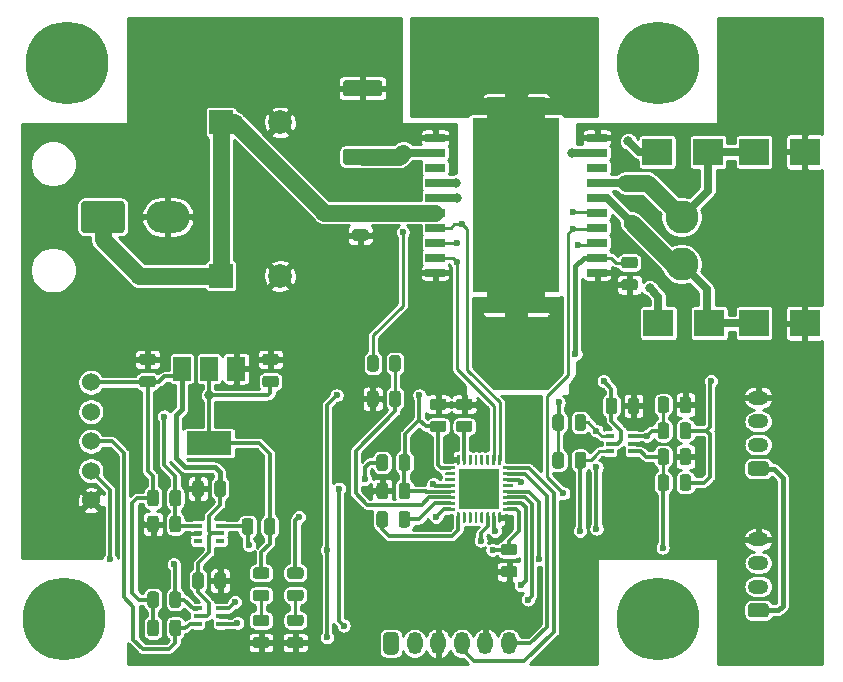
<source format=gbr>
%TF.GenerationSoftware,KiCad,Pcbnew,(5.1.6)-1*%
%TF.CreationDate,2021-10-22T00:30:08+09:00*%
%TF.ProjectId,Clutch_Ctrl_BD_Rev010,436c7574-6368-45f4-9374-726c5f42445f,rev?*%
%TF.SameCoordinates,PX5f5e100PY5f5e100*%
%TF.FileFunction,Copper,L1,Top*%
%TF.FilePolarity,Positive*%
%FSLAX46Y46*%
G04 Gerber Fmt 4.6, Leading zero omitted, Abs format (unit mm)*
G04 Created by KiCad (PCBNEW (5.1.6)-1) date 2021-10-22 00:30:08*
%MOMM*%
%LPD*%
G01*
G04 APERTURE LIST*
%TA.AperFunction,ComponentPad*%
%ADD10O,1.300000X1.900000*%
%TD*%
%TA.AperFunction,SMDPad,CuDef*%
%ADD11R,3.450000X3.450000*%
%TD*%
%TA.AperFunction,ComponentPad*%
%ADD12O,3.700000X2.700000*%
%TD*%
%TA.AperFunction,ComponentPad*%
%ADD13O,1.750000X1.200000*%
%TD*%
%TA.AperFunction,SMDPad,CuDef*%
%ADD14R,1.700000X0.700000*%
%TD*%
%TA.AperFunction,SMDPad,CuDef*%
%ADD15R,7.400000X14.800000*%
%TD*%
%TA.AperFunction,SMDPad,CuDef*%
%ADD16R,5.000000X2.000000*%
%TD*%
%TA.AperFunction,ComponentPad*%
%ADD17C,0.100000*%
%TD*%
%TA.AperFunction,ComponentPad*%
%ADD18C,7.000000*%
%TD*%
%TA.AperFunction,SMDPad,CuDef*%
%ADD19R,0.650000X0.400000*%
%TD*%
%TA.AperFunction,SMDPad,CuDef*%
%ADD20R,1.500000X2.000000*%
%TD*%
%TA.AperFunction,SMDPad,CuDef*%
%ADD21R,3.800000X2.000000*%
%TD*%
%TA.AperFunction,ComponentPad*%
%ADD22C,2.800000*%
%TD*%
%TA.AperFunction,ComponentPad*%
%ADD23C,1.524000*%
%TD*%
%TA.AperFunction,SMDPad,CuDef*%
%ADD24R,2.500000X2.300000*%
%TD*%
%TA.AperFunction,ComponentPad*%
%ADD25C,2.000000*%
%TD*%
%TA.AperFunction,ComponentPad*%
%ADD26R,2.000000X2.000000*%
%TD*%
%TA.AperFunction,ViaPad*%
%ADD27C,0.600000*%
%TD*%
%TA.AperFunction,ViaPad*%
%ADD28C,0.700000*%
%TD*%
%TA.AperFunction,ViaPad*%
%ADD29C,0.800000*%
%TD*%
%TA.AperFunction,ViaPad*%
%ADD30C,1.400000*%
%TD*%
%TA.AperFunction,Conductor*%
%ADD31C,0.250000*%
%TD*%
%TA.AperFunction,Conductor*%
%ADD32C,0.300000*%
%TD*%
%TA.AperFunction,Conductor*%
%ADD33C,0.400000*%
%TD*%
%TA.AperFunction,Conductor*%
%ADD34C,0.700000*%
%TD*%
%TA.AperFunction,Conductor*%
%ADD35C,1.400000*%
%TD*%
%TA.AperFunction,Conductor*%
%ADD36C,0.254000*%
%TD*%
G04 APERTURE END LIST*
%TO.P,J1,1*%
%TO.N,+3V3*%
%TA.AperFunction,ComponentPad*%
G36*
G01*
X31750000Y2275000D02*
X31750000Y3525000D01*
G75*
G02*
X32075000Y3850000I325000J0D01*
G01*
X32725000Y3850000D01*
G75*
G02*
X33050000Y3525000I0J-325000D01*
G01*
X33050000Y2275000D01*
G75*
G02*
X32725000Y1950000I-325000J0D01*
G01*
X32075000Y1950000D01*
G75*
G02*
X31750000Y2275000I0J325000D01*
G01*
G37*
%TD.AperFunction*%
D10*
%TO.P,J1,2*%
%TO.N,NRST*%
X34400000Y2900000D03*
%TO.P,J1,3*%
%TO.N,GND*%
X36400000Y2900000D03*
%TO.P,J1,4*%
%TO.N,SWD_CLK*%
X38400000Y2900000D03*
%TO.P,J1,5*%
%TO.N,GND*%
X40400000Y2900000D03*
%TO.P,J1,6*%
%TO.N,SWD_DAT*%
X42400000Y2900000D03*
%TD*%
D11*
%TO.P,U2,33*%
%TO.N,GND*%
X39850000Y16000000D03*
%TO.P,U2,32*%
%TA.AperFunction,SMDPad,CuDef*%
G36*
G01*
X37975000Y18062500D02*
X37975000Y18812500D01*
G75*
G02*
X38037500Y18875000I62500J0D01*
G01*
X38162500Y18875000D01*
G75*
G02*
X38225000Y18812500I0J-62500D01*
G01*
X38225000Y18062500D01*
G75*
G02*
X38162500Y18000000I-62500J0D01*
G01*
X38037500Y18000000D01*
G75*
G02*
X37975000Y18062500I0J62500D01*
G01*
G37*
%TD.AperFunction*%
%TO.P,U2,31*%
%TO.N,Net-(R4-Pad1)*%
%TA.AperFunction,SMDPad,CuDef*%
G36*
G01*
X38475000Y18062500D02*
X38475000Y18812500D01*
G75*
G02*
X38537500Y18875000I62500J0D01*
G01*
X38662500Y18875000D01*
G75*
G02*
X38725000Y18812500I0J-62500D01*
G01*
X38725000Y18062500D01*
G75*
G02*
X38662500Y18000000I-62500J0D01*
G01*
X38537500Y18000000D01*
G75*
G02*
X38475000Y18062500I0J62500D01*
G01*
G37*
%TD.AperFunction*%
%TO.P,U2,30*%
%TO.N,Net-(U2-Pad30)*%
%TA.AperFunction,SMDPad,CuDef*%
G36*
G01*
X38975000Y18062500D02*
X38975000Y18812500D01*
G75*
G02*
X39037500Y18875000I62500J0D01*
G01*
X39162500Y18875000D01*
G75*
G02*
X39225000Y18812500I0J-62500D01*
G01*
X39225000Y18062500D01*
G75*
G02*
X39162500Y18000000I-62500J0D01*
G01*
X39037500Y18000000D01*
G75*
G02*
X38975000Y18062500I0J62500D01*
G01*
G37*
%TD.AperFunction*%
%TO.P,U2,29*%
%TO.N,Net-(U2-Pad29)*%
%TA.AperFunction,SMDPad,CuDef*%
G36*
G01*
X39475000Y18062500D02*
X39475000Y18812500D01*
G75*
G02*
X39537500Y18875000I62500J0D01*
G01*
X39662500Y18875000D01*
G75*
G02*
X39725000Y18812500I0J-62500D01*
G01*
X39725000Y18062500D01*
G75*
G02*
X39662500Y18000000I-62500J0D01*
G01*
X39537500Y18000000D01*
G75*
G02*
X39475000Y18062500I0J62500D01*
G01*
G37*
%TD.AperFunction*%
%TO.P,U2,28*%
%TO.N,Net-(U2-Pad28)*%
%TA.AperFunction,SMDPad,CuDef*%
G36*
G01*
X39975000Y18062500D02*
X39975000Y18812500D01*
G75*
G02*
X40037500Y18875000I62500J0D01*
G01*
X40162500Y18875000D01*
G75*
G02*
X40225000Y18812500I0J-62500D01*
G01*
X40225000Y18062500D01*
G75*
G02*
X40162500Y18000000I-62500J0D01*
G01*
X40037500Y18000000D01*
G75*
G02*
X39975000Y18062500I0J62500D01*
G01*
G37*
%TD.AperFunction*%
%TO.P,U2,27*%
%TO.N,Net-(U2-Pad27)*%
%TA.AperFunction,SMDPad,CuDef*%
G36*
G01*
X40475000Y18062500D02*
X40475000Y18812500D01*
G75*
G02*
X40537500Y18875000I62500J0D01*
G01*
X40662500Y18875000D01*
G75*
G02*
X40725000Y18812500I0J-62500D01*
G01*
X40725000Y18062500D01*
G75*
G02*
X40662500Y18000000I-62500J0D01*
G01*
X40537500Y18000000D01*
G75*
G02*
X40475000Y18062500I0J62500D01*
G01*
G37*
%TD.AperFunction*%
%TO.P,U2,26*%
%TO.N,M_PWM_IN2*%
%TA.AperFunction,SMDPad,CuDef*%
G36*
G01*
X40975000Y18062500D02*
X40975000Y18812500D01*
G75*
G02*
X41037500Y18875000I62500J0D01*
G01*
X41162500Y18875000D01*
G75*
G02*
X41225000Y18812500I0J-62500D01*
G01*
X41225000Y18062500D01*
G75*
G02*
X41162500Y18000000I-62500J0D01*
G01*
X41037500Y18000000D01*
G75*
G02*
X40975000Y18062500I0J62500D01*
G01*
G37*
%TD.AperFunction*%
%TO.P,U2,25*%
%TO.N,M_PWM_IN1*%
%TA.AperFunction,SMDPad,CuDef*%
G36*
G01*
X41475000Y18062500D02*
X41475000Y18812500D01*
G75*
G02*
X41537500Y18875000I62500J0D01*
G01*
X41662500Y18875000D01*
G75*
G02*
X41725000Y18812500I0J-62500D01*
G01*
X41725000Y18062500D01*
G75*
G02*
X41662500Y18000000I-62500J0D01*
G01*
X41537500Y18000000D01*
G75*
G02*
X41475000Y18062500I0J62500D01*
G01*
G37*
%TD.AperFunction*%
%TO.P,U2,24*%
%TO.N,SWD_CLK*%
%TA.AperFunction,SMDPad,CuDef*%
G36*
G01*
X41850000Y17687500D02*
X41850000Y17812500D01*
G75*
G02*
X41912500Y17875000I62500J0D01*
G01*
X42662500Y17875000D01*
G75*
G02*
X42725000Y17812500I0J-62500D01*
G01*
X42725000Y17687500D01*
G75*
G02*
X42662500Y17625000I-62500J0D01*
G01*
X41912500Y17625000D01*
G75*
G02*
X41850000Y17687500I0J62500D01*
G01*
G37*
%TD.AperFunction*%
%TO.P,U2,23*%
%TO.N,SWD_DAT*%
%TA.AperFunction,SMDPad,CuDef*%
G36*
G01*
X41850000Y17187500D02*
X41850000Y17312500D01*
G75*
G02*
X41912500Y17375000I62500J0D01*
G01*
X42662500Y17375000D01*
G75*
G02*
X42725000Y17312500I0J-62500D01*
G01*
X42725000Y17187500D01*
G75*
G02*
X42662500Y17125000I-62500J0D01*
G01*
X41912500Y17125000D01*
G75*
G02*
X41850000Y17187500I0J62500D01*
G01*
G37*
%TD.AperFunction*%
%TO.P,U2,22*%
%TO.N,M_EN*%
%TA.AperFunction,SMDPad,CuDef*%
G36*
G01*
X41850000Y16687500D02*
X41850000Y16812500D01*
G75*
G02*
X41912500Y16875000I62500J0D01*
G01*
X42662500Y16875000D01*
G75*
G02*
X42725000Y16812500I0J-62500D01*
G01*
X42725000Y16687500D01*
G75*
G02*
X42662500Y16625000I-62500J0D01*
G01*
X41912500Y16625000D01*
G75*
G02*
X41850000Y16687500I0J62500D01*
G01*
G37*
%TD.AperFunction*%
%TO.P,U2,21*%
%TO.N,Net-(U2-Pad21)*%
%TA.AperFunction,SMDPad,CuDef*%
G36*
G01*
X41850000Y16187500D02*
X41850000Y16312500D01*
G75*
G02*
X41912500Y16375000I62500J0D01*
G01*
X42662500Y16375000D01*
G75*
G02*
X42725000Y16312500I0J-62500D01*
G01*
X42725000Y16187500D01*
G75*
G02*
X42662500Y16125000I-62500J0D01*
G01*
X41912500Y16125000D01*
G75*
G02*
X41850000Y16187500I0J62500D01*
G01*
G37*
%TD.AperFunction*%
%TO.P,U2,20*%
%TO.N,VCU_CMD*%
%TA.AperFunction,SMDPad,CuDef*%
G36*
G01*
X41850000Y15687500D02*
X41850000Y15812500D01*
G75*
G02*
X41912500Y15875000I62500J0D01*
G01*
X42662500Y15875000D01*
G75*
G02*
X42725000Y15812500I0J-62500D01*
G01*
X42725000Y15687500D01*
G75*
G02*
X42662500Y15625000I-62500J0D01*
G01*
X41912500Y15625000D01*
G75*
G02*
X41850000Y15687500I0J62500D01*
G01*
G37*
%TD.AperFunction*%
%TO.P,U2,19*%
%TO.N,VCU_STAT_01_O*%
%TA.AperFunction,SMDPad,CuDef*%
G36*
G01*
X41850000Y15187500D02*
X41850000Y15312500D01*
G75*
G02*
X41912500Y15375000I62500J0D01*
G01*
X42662500Y15375000D01*
G75*
G02*
X42725000Y15312500I0J-62500D01*
G01*
X42725000Y15187500D01*
G75*
G02*
X42662500Y15125000I-62500J0D01*
G01*
X41912500Y15125000D01*
G75*
G02*
X41850000Y15187500I0J62500D01*
G01*
G37*
%TD.AperFunction*%
%TO.P,U2,18*%
%TO.N,VCU_STAT_02_O*%
%TA.AperFunction,SMDPad,CuDef*%
G36*
G01*
X41850000Y14687500D02*
X41850000Y14812500D01*
G75*
G02*
X41912500Y14875000I62500J0D01*
G01*
X42662500Y14875000D01*
G75*
G02*
X42725000Y14812500I0J-62500D01*
G01*
X42725000Y14687500D01*
G75*
G02*
X42662500Y14625000I-62500J0D01*
G01*
X41912500Y14625000D01*
G75*
G02*
X41850000Y14687500I0J62500D01*
G01*
G37*
%TD.AperFunction*%
%TO.P,U2,17*%
%TO.N,+3V3*%
%TA.AperFunction,SMDPad,CuDef*%
G36*
G01*
X41850000Y14187500D02*
X41850000Y14312500D01*
G75*
G02*
X41912500Y14375000I62500J0D01*
G01*
X42662500Y14375000D01*
G75*
G02*
X42725000Y14312500I0J-62500D01*
G01*
X42725000Y14187500D01*
G75*
G02*
X42662500Y14125000I-62500J0D01*
G01*
X41912500Y14125000D01*
G75*
G02*
X41850000Y14187500I0J62500D01*
G01*
G37*
%TD.AperFunction*%
%TO.P,U2,16*%
%TO.N,GND*%
%TA.AperFunction,SMDPad,CuDef*%
G36*
G01*
X41475000Y13187500D02*
X41475000Y13937500D01*
G75*
G02*
X41537500Y14000000I62500J0D01*
G01*
X41662500Y14000000D01*
G75*
G02*
X41725000Y13937500I0J-62500D01*
G01*
X41725000Y13187500D01*
G75*
G02*
X41662500Y13125000I-62500J0D01*
G01*
X41537500Y13125000D01*
G75*
G02*
X41475000Y13187500I0J62500D01*
G01*
G37*
%TD.AperFunction*%
%TO.P,U2,15*%
%TO.N,SEN02_I*%
%TA.AperFunction,SMDPad,CuDef*%
G36*
G01*
X40975000Y13187500D02*
X40975000Y13937500D01*
G75*
G02*
X41037500Y14000000I62500J0D01*
G01*
X41162500Y14000000D01*
G75*
G02*
X41225000Y13937500I0J-62500D01*
G01*
X41225000Y13187500D01*
G75*
G02*
X41162500Y13125000I-62500J0D01*
G01*
X41037500Y13125000D01*
G75*
G02*
X40975000Y13187500I0J62500D01*
G01*
G37*
%TD.AperFunction*%
%TO.P,U2,14*%
%TO.N,SEN01_I*%
%TA.AperFunction,SMDPad,CuDef*%
G36*
G01*
X40475000Y13187500D02*
X40475000Y13937500D01*
G75*
G02*
X40537500Y14000000I62500J0D01*
G01*
X40662500Y14000000D01*
G75*
G02*
X40725000Y13937500I0J-62500D01*
G01*
X40725000Y13187500D01*
G75*
G02*
X40662500Y13125000I-62500J0D01*
G01*
X40537500Y13125000D01*
G75*
G02*
X40475000Y13187500I0J62500D01*
G01*
G37*
%TD.AperFunction*%
%TO.P,U2,13*%
%TO.N,Net-(U2-Pad13)*%
%TA.AperFunction,SMDPad,CuDef*%
G36*
G01*
X39975000Y13187500D02*
X39975000Y13937500D01*
G75*
G02*
X40037500Y14000000I62500J0D01*
G01*
X40162500Y14000000D01*
G75*
G02*
X40225000Y13937500I0J-62500D01*
G01*
X40225000Y13187500D01*
G75*
G02*
X40162500Y13125000I-62500J0D01*
G01*
X40037500Y13125000D01*
G75*
G02*
X39975000Y13187500I0J62500D01*
G01*
G37*
%TD.AperFunction*%
%TO.P,U2,12*%
%TO.N,Net-(U2-Pad12)*%
%TA.AperFunction,SMDPad,CuDef*%
G36*
G01*
X39475000Y13187500D02*
X39475000Y13937500D01*
G75*
G02*
X39537500Y14000000I62500J0D01*
G01*
X39662500Y14000000D01*
G75*
G02*
X39725000Y13937500I0J-62500D01*
G01*
X39725000Y13187500D01*
G75*
G02*
X39662500Y13125000I-62500J0D01*
G01*
X39537500Y13125000D01*
G75*
G02*
X39475000Y13187500I0J62500D01*
G01*
G37*
%TD.AperFunction*%
%TO.P,U2,11*%
%TO.N,Net-(U2-Pad11)*%
%TA.AperFunction,SMDPad,CuDef*%
G36*
G01*
X38975000Y13187500D02*
X38975000Y13937500D01*
G75*
G02*
X39037500Y14000000I62500J0D01*
G01*
X39162500Y14000000D01*
G75*
G02*
X39225000Y13937500I0J-62500D01*
G01*
X39225000Y13187500D01*
G75*
G02*
X39162500Y13125000I-62500J0D01*
G01*
X39037500Y13125000D01*
G75*
G02*
X38975000Y13187500I0J62500D01*
G01*
G37*
%TD.AperFunction*%
%TO.P,U2,10*%
%TO.N,Net-(U2-Pad10)*%
%TA.AperFunction,SMDPad,CuDef*%
G36*
G01*
X38475000Y13187500D02*
X38475000Y13937500D01*
G75*
G02*
X38537500Y14000000I62500J0D01*
G01*
X38662500Y14000000D01*
G75*
G02*
X38725000Y13937500I0J-62500D01*
G01*
X38725000Y13187500D01*
G75*
G02*
X38662500Y13125000I-62500J0D01*
G01*
X38537500Y13125000D01*
G75*
G02*
X38475000Y13187500I0J62500D01*
G01*
G37*
%TD.AperFunction*%
%TO.P,U2,9*%
%TO.N,Net-(C17-Pad2)*%
%TA.AperFunction,SMDPad,CuDef*%
G36*
G01*
X37975000Y13187500D02*
X37975000Y13937500D01*
G75*
G02*
X38037500Y14000000I62500J0D01*
G01*
X38162500Y14000000D01*
G75*
G02*
X38225000Y13937500I0J-62500D01*
G01*
X38225000Y13187500D01*
G75*
G02*
X38162500Y13125000I-62500J0D01*
G01*
X38037500Y13125000D01*
G75*
G02*
X37975000Y13187500I0J62500D01*
G01*
G37*
%TD.AperFunction*%
%TO.P,U2,8*%
%TO.N,Net-(R1-Pad1)*%
%TA.AperFunction,SMDPad,CuDef*%
G36*
G01*
X36975000Y14187500D02*
X36975000Y14312500D01*
G75*
G02*
X37037500Y14375000I62500J0D01*
G01*
X37787500Y14375000D01*
G75*
G02*
X37850000Y14312500I0J-62500D01*
G01*
X37850000Y14187500D01*
G75*
G02*
X37787500Y14125000I-62500J0D01*
G01*
X37037500Y14125000D01*
G75*
G02*
X36975000Y14187500I0J62500D01*
G01*
G37*
%TD.AperFunction*%
%TO.P,U2,7*%
%TO.N,Net-(C17-Pad1)*%
%TA.AperFunction,SMDPad,CuDef*%
G36*
G01*
X36975000Y14687500D02*
X36975000Y14812500D01*
G75*
G02*
X37037500Y14875000I62500J0D01*
G01*
X37787500Y14875000D01*
G75*
G02*
X37850000Y14812500I0J-62500D01*
G01*
X37850000Y14687500D01*
G75*
G02*
X37787500Y14625000I-62500J0D01*
G01*
X37037500Y14625000D01*
G75*
G02*
X36975000Y14687500I0J62500D01*
G01*
G37*
%TD.AperFunction*%
%TO.P,U2,6*%
%TO.N,M_CUR*%
%TA.AperFunction,SMDPad,CuDef*%
G36*
G01*
X36975000Y15187500D02*
X36975000Y15312500D01*
G75*
G02*
X37037500Y15375000I62500J0D01*
G01*
X37787500Y15375000D01*
G75*
G02*
X37850000Y15312500I0J-62500D01*
G01*
X37850000Y15187500D01*
G75*
G02*
X37787500Y15125000I-62500J0D01*
G01*
X37037500Y15125000D01*
G75*
G02*
X36975000Y15187500I0J62500D01*
G01*
G37*
%TD.AperFunction*%
%TO.P,U2,5*%
%TO.N,+3V3*%
%TA.AperFunction,SMDPad,CuDef*%
G36*
G01*
X36975000Y15687500D02*
X36975000Y15812500D01*
G75*
G02*
X37037500Y15875000I62500J0D01*
G01*
X37787500Y15875000D01*
G75*
G02*
X37850000Y15812500I0J-62500D01*
G01*
X37850000Y15687500D01*
G75*
G02*
X37787500Y15625000I-62500J0D01*
G01*
X37037500Y15625000D01*
G75*
G02*
X36975000Y15687500I0J62500D01*
G01*
G37*
%TD.AperFunction*%
%TO.P,U2,4*%
%TO.N,NRST*%
%TA.AperFunction,SMDPad,CuDef*%
G36*
G01*
X36975000Y16187500D02*
X36975000Y16312500D01*
G75*
G02*
X37037500Y16375000I62500J0D01*
G01*
X37787500Y16375000D01*
G75*
G02*
X37850000Y16312500I0J-62500D01*
G01*
X37850000Y16187500D01*
G75*
G02*
X37787500Y16125000I-62500J0D01*
G01*
X37037500Y16125000D01*
G75*
G02*
X36975000Y16187500I0J62500D01*
G01*
G37*
%TD.AperFunction*%
%TO.P,U2,3*%
%TO.N,Net-(U2-Pad3)*%
%TA.AperFunction,SMDPad,CuDef*%
G36*
G01*
X36975000Y16687500D02*
X36975000Y16812500D01*
G75*
G02*
X37037500Y16875000I62500J0D01*
G01*
X37787500Y16875000D01*
G75*
G02*
X37850000Y16812500I0J-62500D01*
G01*
X37850000Y16687500D01*
G75*
G02*
X37787500Y16625000I-62500J0D01*
G01*
X37037500Y16625000D01*
G75*
G02*
X36975000Y16687500I0J62500D01*
G01*
G37*
%TD.AperFunction*%
%TO.P,U2,2*%
%TO.N,Net-(U2-Pad2)*%
%TA.AperFunction,SMDPad,CuDef*%
G36*
G01*
X36975000Y17187500D02*
X36975000Y17312500D01*
G75*
G02*
X37037500Y17375000I62500J0D01*
G01*
X37787500Y17375000D01*
G75*
G02*
X37850000Y17312500I0J-62500D01*
G01*
X37850000Y17187500D01*
G75*
G02*
X37787500Y17125000I-62500J0D01*
G01*
X37037500Y17125000D01*
G75*
G02*
X36975000Y17187500I0J62500D01*
G01*
G37*
%TD.AperFunction*%
%TO.P,U2,1*%
%TO.N,+3V3*%
%TA.AperFunction,SMDPad,CuDef*%
G36*
G01*
X36975000Y17687500D02*
X36975000Y17812500D01*
G75*
G02*
X37037500Y17875000I62500J0D01*
G01*
X37787500Y17875000D01*
G75*
G02*
X37850000Y17812500I0J-62500D01*
G01*
X37850000Y17687500D01*
G75*
G02*
X37787500Y17625000I-62500J0D01*
G01*
X37037500Y17625000D01*
G75*
G02*
X36975000Y17687500I0J62500D01*
G01*
G37*
%TD.AperFunction*%
%TD*%
%TO.P,C17,2*%
%TO.N,Net-(C17-Pad2)*%
%TA.AperFunction,SMDPad,CuDef*%
G36*
G01*
X32150000Y13856250D02*
X32150000Y12943750D01*
G75*
G02*
X31906250Y12700000I-243750J0D01*
G01*
X31418750Y12700000D01*
G75*
G02*
X31175000Y12943750I0J243750D01*
G01*
X31175000Y13856250D01*
G75*
G02*
X31418750Y14100000I243750J0D01*
G01*
X31906250Y14100000D01*
G75*
G02*
X32150000Y13856250I0J-243750D01*
G01*
G37*
%TD.AperFunction*%
%TO.P,C17,1*%
%TO.N,Net-(C17-Pad1)*%
%TA.AperFunction,SMDPad,CuDef*%
G36*
G01*
X34025000Y13856250D02*
X34025000Y12943750D01*
G75*
G02*
X33781250Y12700000I-243750J0D01*
G01*
X33293750Y12700000D01*
G75*
G02*
X33050000Y12943750I0J243750D01*
G01*
X33050000Y13856250D01*
G75*
G02*
X33293750Y14100000I243750J0D01*
G01*
X33781250Y14100000D01*
G75*
G02*
X34025000Y13856250I0J-243750D01*
G01*
G37*
%TD.AperFunction*%
%TD*%
D12*
%TO.P,J6,2*%
%TO.N,GND*%
X13500000Y39000000D03*
%TO.P,J6,1*%
%TO.N,+24V*%
%TA.AperFunction,ComponentPad*%
G36*
G01*
X9599999Y37650000D02*
X6400001Y37650000D01*
G75*
G02*
X6150000Y37900001I0J250001D01*
G01*
X6150000Y40099999D01*
G75*
G02*
X6400001Y40350000I250001J0D01*
G01*
X9599999Y40350000D01*
G75*
G02*
X9850000Y40099999I0J-250001D01*
G01*
X9850000Y37900001D01*
G75*
G02*
X9599999Y37650000I-250001J0D01*
G01*
G37*
%TD.AperFunction*%
%TD*%
%TO.P,J5,1*%
%TO.N,+5V*%
%TA.AperFunction,ComponentPad*%
G36*
G01*
X64125001Y5100000D02*
X62874999Y5100000D01*
G75*
G02*
X62625000Y5349999I0J249999D01*
G01*
X62625000Y6050001D01*
G75*
G02*
X62874999Y6300000I249999J0D01*
G01*
X64125001Y6300000D01*
G75*
G02*
X64375000Y6050001I0J-249999D01*
G01*
X64375000Y5349999D01*
G75*
G02*
X64125001Y5100000I-249999J0D01*
G01*
G37*
%TD.AperFunction*%
D13*
%TO.P,J5,2*%
%TO.N,Net-(C12-Pad1)*%
X63500000Y7700000D03*
%TO.P,J5,3*%
%TO.N,Net-(J5-Pad3)*%
X63500000Y9700000D03*
%TO.P,J5,4*%
%TO.N,GND*%
X63500000Y11700000D03*
%TD*%
%TO.P,J4,1*%
%TO.N,+5V*%
%TA.AperFunction,ComponentPad*%
G36*
G01*
X64125001Y17100000D02*
X62874999Y17100000D01*
G75*
G02*
X62625000Y17349999I0J249999D01*
G01*
X62625000Y18050001D01*
G75*
G02*
X62874999Y18300000I249999J0D01*
G01*
X64125001Y18300000D01*
G75*
G02*
X64375000Y18050001I0J-249999D01*
G01*
X64375000Y17349999D01*
G75*
G02*
X64125001Y17100000I-249999J0D01*
G01*
G37*
%TD.AperFunction*%
%TO.P,J4,2*%
%TO.N,Net-(C11-Pad1)*%
X63500000Y19700000D03*
%TO.P,J4,3*%
%TO.N,Net-(J4-Pad3)*%
X63500000Y21700000D03*
%TO.P,J4,4*%
%TO.N,GND*%
X63500000Y23700000D03*
%TD*%
D14*
%TO.P,U3,1*%
%TO.N,GND*%
X36150000Y45715000D03*
D15*
%TO.P,U3,21*%
%TO.N,GNDD*%
X43000000Y40000000D03*
D14*
%TO.P,U3,2*%
%TO.N,Net-(R8-Pad2)*%
X36150000Y44445000D03*
%TO.P,U3,3*%
%TO.N,Net-(U3-Pad3)*%
X36150000Y43175000D03*
%TO.P,U3,4*%
%TO.N,Net-(D3-Pad2)*%
X36150000Y41905000D03*
%TO.P,U3,5*%
%TO.N,Net-(D5-Pad2)*%
X36150000Y40635000D03*
%TO.P,U3,6*%
%TO.N,+24V*%
X36150000Y39365000D03*
%TO.P,U3,7*%
%TO.N,M_PWM_IN1*%
X36150000Y38095000D03*
%TO.P,U3,8*%
%TO.N,M_EN*%
X36150000Y36825000D03*
%TO.P,U3,9*%
%TO.N,M_PWM_IN2*%
X36150000Y35555000D03*
%TO.P,U3,10*%
%TO.N,GND*%
X36150000Y34285000D03*
%TO.P,U3,11*%
X49850000Y34285000D03*
%TO.P,U3,12*%
%TO.N,+5V*%
X49850000Y35555000D03*
%TO.P,U3,13*%
%TO.N,M_PWM_IN2*%
X49850000Y36825000D03*
%TO.P,U3,14*%
%TO.N,M_EN*%
X49850000Y38095000D03*
%TO.P,U3,15*%
%TO.N,M_PWM_IN1*%
X49850000Y39365000D03*
%TO.P,U3,16*%
%TO.N,Net-(D5-Pad2)*%
X49850000Y40635000D03*
%TO.P,U3,17*%
%TO.N,Net-(D3-Pad2)*%
X49850000Y41905000D03*
%TO.P,U3,18*%
%TO.N,Net-(U3-Pad18)*%
X49850000Y43175000D03*
%TO.P,U3,19*%
%TO.N,Net-(R8-Pad2)*%
X49850000Y44445000D03*
%TO.P,U3,20*%
%TO.N,GND*%
X49850000Y45715000D03*
D16*
%TO.P,U3,21*%
%TO.N,GNDD*%
X43000000Y48125000D03*
X43000000Y31875000D03*
%TD*%
%TA.AperFunction,ComponentPad*%
D17*
%TO.P,H4,1*%
%TO.N,Net-(H4-Pad1)*%
G36*
X53158692Y54295671D02*
G01*
X53197192Y54288013D01*
X53234756Y54276618D01*
X53271022Y54261596D01*
X53305641Y54243091D01*
X53338280Y54221283D01*
X53368624Y54196380D01*
X53396380Y54168624D01*
X53421283Y54138280D01*
X53443091Y54105641D01*
X53461596Y54071022D01*
X53476618Y54034756D01*
X53488013Y53997192D01*
X53495671Y53958692D01*
X53499518Y53919627D01*
X53499518Y53880373D01*
X53495671Y53841308D01*
X53488013Y53802808D01*
X53476618Y53765244D01*
X53461596Y53728978D01*
X53443091Y53694359D01*
X53421283Y53661720D01*
X53396380Y53631376D01*
X53368624Y53603620D01*
X53338280Y53578717D01*
X53305641Y53556909D01*
X53271022Y53538404D01*
X53234756Y53523382D01*
X53197192Y53511987D01*
X53158692Y53504329D01*
X53119627Y53500482D01*
X53080373Y53500482D01*
X53041308Y53504329D01*
X53002808Y53511987D01*
X52965244Y53523382D01*
X52928978Y53538404D01*
X52894359Y53556909D01*
X52861720Y53578717D01*
X52831376Y53603620D01*
X52803620Y53631376D01*
X52778717Y53661720D01*
X52756909Y53694359D01*
X52738404Y53728978D01*
X52723382Y53765244D01*
X52711987Y53802808D01*
X52704329Y53841308D01*
X52700482Y53880373D01*
X52700482Y53919627D01*
X52704329Y53958692D01*
X52711987Y53997192D01*
X52723382Y54034756D01*
X52738404Y54071022D01*
X52756909Y54105641D01*
X52778717Y54138280D01*
X52803620Y54168624D01*
X52831376Y54196380D01*
X52861720Y54221283D01*
X52894359Y54243091D01*
X52928978Y54261596D01*
X52965244Y54276618D01*
X53002808Y54288013D01*
X53041308Y54295671D01*
X53080373Y54299518D01*
X53119627Y54299518D01*
X53158692Y54295671D01*
G37*
%TD.AperFunction*%
%TA.AperFunction,ComponentPad*%
G36*
X56958692Y50495671D02*
G01*
X56997192Y50488013D01*
X57034756Y50476618D01*
X57071022Y50461596D01*
X57105641Y50443091D01*
X57138280Y50421283D01*
X57168624Y50396380D01*
X57196380Y50368624D01*
X57221283Y50338280D01*
X57243091Y50305641D01*
X57261596Y50271022D01*
X57276618Y50234756D01*
X57288013Y50197192D01*
X57295671Y50158692D01*
X57299518Y50119627D01*
X57299518Y50080373D01*
X57295671Y50041308D01*
X57288013Y50002808D01*
X57276618Y49965244D01*
X57261596Y49928978D01*
X57243091Y49894359D01*
X57221283Y49861720D01*
X57196380Y49831376D01*
X57168624Y49803620D01*
X57138280Y49778717D01*
X57105641Y49756909D01*
X57071022Y49738404D01*
X57034756Y49723382D01*
X56997192Y49711987D01*
X56958692Y49704329D01*
X56919627Y49700482D01*
X56880373Y49700482D01*
X56841308Y49704329D01*
X56802808Y49711987D01*
X56765244Y49723382D01*
X56728978Y49738404D01*
X56694359Y49756909D01*
X56661720Y49778717D01*
X56631376Y49803620D01*
X56603620Y49831376D01*
X56578717Y49861720D01*
X56556909Y49894359D01*
X56538404Y49928978D01*
X56523382Y49965244D01*
X56511987Y50002808D01*
X56504329Y50041308D01*
X56500482Y50080373D01*
X56500482Y50119627D01*
X56504329Y50158692D01*
X56511987Y50197192D01*
X56523382Y50234756D01*
X56538404Y50271022D01*
X56556909Y50305641D01*
X56578717Y50338280D01*
X56603620Y50368624D01*
X56631376Y50396380D01*
X56661720Y50421283D01*
X56694359Y50443091D01*
X56728978Y50461596D01*
X56765244Y50476618D01*
X56802808Y50488013D01*
X56841308Y50495671D01*
X56880373Y50499518D01*
X56919627Y50499518D01*
X56958692Y50495671D01*
G37*
%TD.AperFunction*%
%TA.AperFunction,ComponentPad*%
G36*
X53158692Y50495671D02*
G01*
X53197192Y50488013D01*
X53234756Y50476618D01*
X53271022Y50461596D01*
X53305641Y50443091D01*
X53338280Y50421283D01*
X53368624Y50396380D01*
X53396380Y50368624D01*
X53421283Y50338280D01*
X53443091Y50305641D01*
X53461596Y50271022D01*
X53476618Y50234756D01*
X53488013Y50197192D01*
X53495671Y50158692D01*
X53499518Y50119627D01*
X53499518Y50080373D01*
X53495671Y50041308D01*
X53488013Y50002808D01*
X53476618Y49965244D01*
X53461596Y49928978D01*
X53443091Y49894359D01*
X53421283Y49861720D01*
X53396380Y49831376D01*
X53368624Y49803620D01*
X53338280Y49778717D01*
X53305641Y49756909D01*
X53271022Y49738404D01*
X53234756Y49723382D01*
X53197192Y49711987D01*
X53158692Y49704329D01*
X53119627Y49700482D01*
X53080373Y49700482D01*
X53041308Y49704329D01*
X53002808Y49711987D01*
X52965244Y49723382D01*
X52928978Y49738404D01*
X52894359Y49756909D01*
X52861720Y49778717D01*
X52831376Y49803620D01*
X52803620Y49831376D01*
X52778717Y49861720D01*
X52756909Y49894359D01*
X52738404Y49928978D01*
X52723382Y49965244D01*
X52711987Y50002808D01*
X52704329Y50041308D01*
X52700482Y50080373D01*
X52700482Y50119627D01*
X52704329Y50158692D01*
X52711987Y50197192D01*
X52723382Y50234756D01*
X52738404Y50271022D01*
X52756909Y50305641D01*
X52778717Y50338280D01*
X52803620Y50368624D01*
X52831376Y50396380D01*
X52861720Y50421283D01*
X52894359Y50443091D01*
X52928978Y50461596D01*
X52965244Y50476618D01*
X53002808Y50488013D01*
X53041308Y50495671D01*
X53080373Y50499518D01*
X53119627Y50499518D01*
X53158692Y50495671D01*
G37*
%TD.AperFunction*%
%TA.AperFunction,ComponentPad*%
G36*
X56958692Y54295671D02*
G01*
X56997192Y54288013D01*
X57034756Y54276618D01*
X57071022Y54261596D01*
X57105641Y54243091D01*
X57138280Y54221283D01*
X57168624Y54196380D01*
X57196380Y54168624D01*
X57221283Y54138280D01*
X57243091Y54105641D01*
X57261596Y54071022D01*
X57276618Y54034756D01*
X57288013Y53997192D01*
X57295671Y53958692D01*
X57299518Y53919627D01*
X57299518Y53880373D01*
X57295671Y53841308D01*
X57288013Y53802808D01*
X57276618Y53765244D01*
X57261596Y53728978D01*
X57243091Y53694359D01*
X57221283Y53661720D01*
X57196380Y53631376D01*
X57168624Y53603620D01*
X57138280Y53578717D01*
X57105641Y53556909D01*
X57071022Y53538404D01*
X57034756Y53523382D01*
X56997192Y53511987D01*
X56958692Y53504329D01*
X56919627Y53500482D01*
X56880373Y53500482D01*
X56841308Y53504329D01*
X56802808Y53511987D01*
X56765244Y53523382D01*
X56728978Y53538404D01*
X56694359Y53556909D01*
X56661720Y53578717D01*
X56631376Y53603620D01*
X56603620Y53631376D01*
X56578717Y53661720D01*
X56556909Y53694359D01*
X56538404Y53728978D01*
X56523382Y53765244D01*
X56511987Y53802808D01*
X56504329Y53841308D01*
X56500482Y53880373D01*
X56500482Y53919627D01*
X56504329Y53958692D01*
X56511987Y53997192D01*
X56523382Y54034756D01*
X56538404Y54071022D01*
X56556909Y54105641D01*
X56578717Y54138280D01*
X56603620Y54168624D01*
X56631376Y54196380D01*
X56661720Y54221283D01*
X56694359Y54243091D01*
X56728978Y54261596D01*
X56765244Y54276618D01*
X56802808Y54288013D01*
X56841308Y54295671D01*
X56880373Y54299518D01*
X56919627Y54299518D01*
X56958692Y54295671D01*
G37*
%TD.AperFunction*%
%TA.AperFunction,ComponentPad*%
G36*
X55058692Y55095671D02*
G01*
X55097192Y55088013D01*
X55134756Y55076618D01*
X55171022Y55061596D01*
X55205641Y55043091D01*
X55238280Y55021283D01*
X55268624Y54996380D01*
X55296380Y54968624D01*
X55321283Y54938280D01*
X55343091Y54905641D01*
X55361596Y54871022D01*
X55376618Y54834756D01*
X55388013Y54797192D01*
X55395671Y54758692D01*
X55399518Y54719627D01*
X55399518Y54680373D01*
X55395671Y54641308D01*
X55388013Y54602808D01*
X55376618Y54565244D01*
X55361596Y54528978D01*
X55343091Y54494359D01*
X55321283Y54461720D01*
X55296380Y54431376D01*
X55268624Y54403620D01*
X55238280Y54378717D01*
X55205641Y54356909D01*
X55171022Y54338404D01*
X55134756Y54323382D01*
X55097192Y54311987D01*
X55058692Y54304329D01*
X55019627Y54300482D01*
X54980373Y54300482D01*
X54941308Y54304329D01*
X54902808Y54311987D01*
X54865244Y54323382D01*
X54828978Y54338404D01*
X54794359Y54356909D01*
X54761720Y54378717D01*
X54731376Y54403620D01*
X54703620Y54431376D01*
X54678717Y54461720D01*
X54656909Y54494359D01*
X54638404Y54528978D01*
X54623382Y54565244D01*
X54611987Y54602808D01*
X54604329Y54641308D01*
X54600482Y54680373D01*
X54600482Y54719627D01*
X54604329Y54758692D01*
X54611987Y54797192D01*
X54623382Y54834756D01*
X54638404Y54871022D01*
X54656909Y54905641D01*
X54678717Y54938280D01*
X54703620Y54968624D01*
X54731376Y54996380D01*
X54761720Y55021283D01*
X54794359Y55043091D01*
X54828978Y55061596D01*
X54865244Y55076618D01*
X54902808Y55088013D01*
X54941308Y55095671D01*
X54980373Y55099518D01*
X55019627Y55099518D01*
X55058692Y55095671D01*
G37*
%TD.AperFunction*%
%TA.AperFunction,ComponentPad*%
G36*
X52358692Y52395671D02*
G01*
X52397192Y52388013D01*
X52434756Y52376618D01*
X52471022Y52361596D01*
X52505641Y52343091D01*
X52538280Y52321283D01*
X52568624Y52296380D01*
X52596380Y52268624D01*
X52621283Y52238280D01*
X52643091Y52205641D01*
X52661596Y52171022D01*
X52676618Y52134756D01*
X52688013Y52097192D01*
X52695671Y52058692D01*
X52699518Y52019627D01*
X52699518Y51980373D01*
X52695671Y51941308D01*
X52688013Y51902808D01*
X52676618Y51865244D01*
X52661596Y51828978D01*
X52643091Y51794359D01*
X52621283Y51761720D01*
X52596380Y51731376D01*
X52568624Y51703620D01*
X52538280Y51678717D01*
X52505641Y51656909D01*
X52471022Y51638404D01*
X52434756Y51623382D01*
X52397192Y51611987D01*
X52358692Y51604329D01*
X52319627Y51600482D01*
X52280373Y51600482D01*
X52241308Y51604329D01*
X52202808Y51611987D01*
X52165244Y51623382D01*
X52128978Y51638404D01*
X52094359Y51656909D01*
X52061720Y51678717D01*
X52031376Y51703620D01*
X52003620Y51731376D01*
X51978717Y51761720D01*
X51956909Y51794359D01*
X51938404Y51828978D01*
X51923382Y51865244D01*
X51911987Y51902808D01*
X51904329Y51941308D01*
X51900482Y51980373D01*
X51900482Y52019627D01*
X51904329Y52058692D01*
X51911987Y52097192D01*
X51923382Y52134756D01*
X51938404Y52171022D01*
X51956909Y52205641D01*
X51978717Y52238280D01*
X52003620Y52268624D01*
X52031376Y52296380D01*
X52061720Y52321283D01*
X52094359Y52343091D01*
X52128978Y52361596D01*
X52165244Y52376618D01*
X52202808Y52388013D01*
X52241308Y52395671D01*
X52280373Y52399518D01*
X52319627Y52399518D01*
X52358692Y52395671D01*
G37*
%TD.AperFunction*%
%TA.AperFunction,ComponentPad*%
G36*
X55058692Y49695671D02*
G01*
X55097192Y49688013D01*
X55134756Y49676618D01*
X55171022Y49661596D01*
X55205641Y49643091D01*
X55238280Y49621283D01*
X55268624Y49596380D01*
X55296380Y49568624D01*
X55321283Y49538280D01*
X55343091Y49505641D01*
X55361596Y49471022D01*
X55376618Y49434756D01*
X55388013Y49397192D01*
X55395671Y49358692D01*
X55399518Y49319627D01*
X55399518Y49280373D01*
X55395671Y49241308D01*
X55388013Y49202808D01*
X55376618Y49165244D01*
X55361596Y49128978D01*
X55343091Y49094359D01*
X55321283Y49061720D01*
X55296380Y49031376D01*
X55268624Y49003620D01*
X55238280Y48978717D01*
X55205641Y48956909D01*
X55171022Y48938404D01*
X55134756Y48923382D01*
X55097192Y48911987D01*
X55058692Y48904329D01*
X55019627Y48900482D01*
X54980373Y48900482D01*
X54941308Y48904329D01*
X54902808Y48911987D01*
X54865244Y48923382D01*
X54828978Y48938404D01*
X54794359Y48956909D01*
X54761720Y48978717D01*
X54731376Y49003620D01*
X54703620Y49031376D01*
X54678717Y49061720D01*
X54656909Y49094359D01*
X54638404Y49128978D01*
X54623382Y49165244D01*
X54611987Y49202808D01*
X54604329Y49241308D01*
X54600482Y49280373D01*
X54600482Y49319627D01*
X54604329Y49358692D01*
X54611987Y49397192D01*
X54623382Y49434756D01*
X54638404Y49471022D01*
X54656909Y49505641D01*
X54678717Y49538280D01*
X54703620Y49568624D01*
X54731376Y49596380D01*
X54761720Y49621283D01*
X54794359Y49643091D01*
X54828978Y49661596D01*
X54865244Y49676618D01*
X54902808Y49688013D01*
X54941308Y49695671D01*
X54980373Y49699518D01*
X55019627Y49699518D01*
X55058692Y49695671D01*
G37*
%TD.AperFunction*%
%TA.AperFunction,ComponentPad*%
G36*
X57758692Y52395671D02*
G01*
X57797192Y52388013D01*
X57834756Y52376618D01*
X57871022Y52361596D01*
X57905641Y52343091D01*
X57938280Y52321283D01*
X57968624Y52296380D01*
X57996380Y52268624D01*
X58021283Y52238280D01*
X58043091Y52205641D01*
X58061596Y52171022D01*
X58076618Y52134756D01*
X58088013Y52097192D01*
X58095671Y52058692D01*
X58099518Y52019627D01*
X58099518Y51980373D01*
X58095671Y51941308D01*
X58088013Y51902808D01*
X58076618Y51865244D01*
X58061596Y51828978D01*
X58043091Y51794359D01*
X58021283Y51761720D01*
X57996380Y51731376D01*
X57968624Y51703620D01*
X57938280Y51678717D01*
X57905641Y51656909D01*
X57871022Y51638404D01*
X57834756Y51623382D01*
X57797192Y51611987D01*
X57758692Y51604329D01*
X57719627Y51600482D01*
X57680373Y51600482D01*
X57641308Y51604329D01*
X57602808Y51611987D01*
X57565244Y51623382D01*
X57528978Y51638404D01*
X57494359Y51656909D01*
X57461720Y51678717D01*
X57431376Y51703620D01*
X57403620Y51731376D01*
X57378717Y51761720D01*
X57356909Y51794359D01*
X57338404Y51828978D01*
X57323382Y51865244D01*
X57311987Y51902808D01*
X57304329Y51941308D01*
X57300482Y51980373D01*
X57300482Y52019627D01*
X57304329Y52058692D01*
X57311987Y52097192D01*
X57323382Y52134756D01*
X57338404Y52171022D01*
X57356909Y52205641D01*
X57378717Y52238280D01*
X57403620Y52268624D01*
X57431376Y52296380D01*
X57461720Y52321283D01*
X57494359Y52343091D01*
X57528978Y52361596D01*
X57565244Y52376618D01*
X57602808Y52388013D01*
X57641308Y52395671D01*
X57680373Y52399518D01*
X57719627Y52399518D01*
X57758692Y52395671D01*
G37*
%TD.AperFunction*%
D18*
X55000000Y52000000D03*
%TD*%
%TA.AperFunction,ComponentPad*%
D17*
%TO.P,H3,1*%
%TO.N,Net-(H3-Pad1)*%
G36*
X3158692Y54295671D02*
G01*
X3197192Y54288013D01*
X3234756Y54276618D01*
X3271022Y54261596D01*
X3305641Y54243091D01*
X3338280Y54221283D01*
X3368624Y54196380D01*
X3396380Y54168624D01*
X3421283Y54138280D01*
X3443091Y54105641D01*
X3461596Y54071022D01*
X3476618Y54034756D01*
X3488013Y53997192D01*
X3495671Y53958692D01*
X3499518Y53919627D01*
X3499518Y53880373D01*
X3495671Y53841308D01*
X3488013Y53802808D01*
X3476618Y53765244D01*
X3461596Y53728978D01*
X3443091Y53694359D01*
X3421283Y53661720D01*
X3396380Y53631376D01*
X3368624Y53603620D01*
X3338280Y53578717D01*
X3305641Y53556909D01*
X3271022Y53538404D01*
X3234756Y53523382D01*
X3197192Y53511987D01*
X3158692Y53504329D01*
X3119627Y53500482D01*
X3080373Y53500482D01*
X3041308Y53504329D01*
X3002808Y53511987D01*
X2965244Y53523382D01*
X2928978Y53538404D01*
X2894359Y53556909D01*
X2861720Y53578717D01*
X2831376Y53603620D01*
X2803620Y53631376D01*
X2778717Y53661720D01*
X2756909Y53694359D01*
X2738404Y53728978D01*
X2723382Y53765244D01*
X2711987Y53802808D01*
X2704329Y53841308D01*
X2700482Y53880373D01*
X2700482Y53919627D01*
X2704329Y53958692D01*
X2711987Y53997192D01*
X2723382Y54034756D01*
X2738404Y54071022D01*
X2756909Y54105641D01*
X2778717Y54138280D01*
X2803620Y54168624D01*
X2831376Y54196380D01*
X2861720Y54221283D01*
X2894359Y54243091D01*
X2928978Y54261596D01*
X2965244Y54276618D01*
X3002808Y54288013D01*
X3041308Y54295671D01*
X3080373Y54299518D01*
X3119627Y54299518D01*
X3158692Y54295671D01*
G37*
%TD.AperFunction*%
%TA.AperFunction,ComponentPad*%
G36*
X6958692Y50495671D02*
G01*
X6997192Y50488013D01*
X7034756Y50476618D01*
X7071022Y50461596D01*
X7105641Y50443091D01*
X7138280Y50421283D01*
X7168624Y50396380D01*
X7196380Y50368624D01*
X7221283Y50338280D01*
X7243091Y50305641D01*
X7261596Y50271022D01*
X7276618Y50234756D01*
X7288013Y50197192D01*
X7295671Y50158692D01*
X7299518Y50119627D01*
X7299518Y50080373D01*
X7295671Y50041308D01*
X7288013Y50002808D01*
X7276618Y49965244D01*
X7261596Y49928978D01*
X7243091Y49894359D01*
X7221283Y49861720D01*
X7196380Y49831376D01*
X7168624Y49803620D01*
X7138280Y49778717D01*
X7105641Y49756909D01*
X7071022Y49738404D01*
X7034756Y49723382D01*
X6997192Y49711987D01*
X6958692Y49704329D01*
X6919627Y49700482D01*
X6880373Y49700482D01*
X6841308Y49704329D01*
X6802808Y49711987D01*
X6765244Y49723382D01*
X6728978Y49738404D01*
X6694359Y49756909D01*
X6661720Y49778717D01*
X6631376Y49803620D01*
X6603620Y49831376D01*
X6578717Y49861720D01*
X6556909Y49894359D01*
X6538404Y49928978D01*
X6523382Y49965244D01*
X6511987Y50002808D01*
X6504329Y50041308D01*
X6500482Y50080373D01*
X6500482Y50119627D01*
X6504329Y50158692D01*
X6511987Y50197192D01*
X6523382Y50234756D01*
X6538404Y50271022D01*
X6556909Y50305641D01*
X6578717Y50338280D01*
X6603620Y50368624D01*
X6631376Y50396380D01*
X6661720Y50421283D01*
X6694359Y50443091D01*
X6728978Y50461596D01*
X6765244Y50476618D01*
X6802808Y50488013D01*
X6841308Y50495671D01*
X6880373Y50499518D01*
X6919627Y50499518D01*
X6958692Y50495671D01*
G37*
%TD.AperFunction*%
%TA.AperFunction,ComponentPad*%
G36*
X3158692Y50495671D02*
G01*
X3197192Y50488013D01*
X3234756Y50476618D01*
X3271022Y50461596D01*
X3305641Y50443091D01*
X3338280Y50421283D01*
X3368624Y50396380D01*
X3396380Y50368624D01*
X3421283Y50338280D01*
X3443091Y50305641D01*
X3461596Y50271022D01*
X3476618Y50234756D01*
X3488013Y50197192D01*
X3495671Y50158692D01*
X3499518Y50119627D01*
X3499518Y50080373D01*
X3495671Y50041308D01*
X3488013Y50002808D01*
X3476618Y49965244D01*
X3461596Y49928978D01*
X3443091Y49894359D01*
X3421283Y49861720D01*
X3396380Y49831376D01*
X3368624Y49803620D01*
X3338280Y49778717D01*
X3305641Y49756909D01*
X3271022Y49738404D01*
X3234756Y49723382D01*
X3197192Y49711987D01*
X3158692Y49704329D01*
X3119627Y49700482D01*
X3080373Y49700482D01*
X3041308Y49704329D01*
X3002808Y49711987D01*
X2965244Y49723382D01*
X2928978Y49738404D01*
X2894359Y49756909D01*
X2861720Y49778717D01*
X2831376Y49803620D01*
X2803620Y49831376D01*
X2778717Y49861720D01*
X2756909Y49894359D01*
X2738404Y49928978D01*
X2723382Y49965244D01*
X2711987Y50002808D01*
X2704329Y50041308D01*
X2700482Y50080373D01*
X2700482Y50119627D01*
X2704329Y50158692D01*
X2711987Y50197192D01*
X2723382Y50234756D01*
X2738404Y50271022D01*
X2756909Y50305641D01*
X2778717Y50338280D01*
X2803620Y50368624D01*
X2831376Y50396380D01*
X2861720Y50421283D01*
X2894359Y50443091D01*
X2928978Y50461596D01*
X2965244Y50476618D01*
X3002808Y50488013D01*
X3041308Y50495671D01*
X3080373Y50499518D01*
X3119627Y50499518D01*
X3158692Y50495671D01*
G37*
%TD.AperFunction*%
%TA.AperFunction,ComponentPad*%
G36*
X6958692Y54295671D02*
G01*
X6997192Y54288013D01*
X7034756Y54276618D01*
X7071022Y54261596D01*
X7105641Y54243091D01*
X7138280Y54221283D01*
X7168624Y54196380D01*
X7196380Y54168624D01*
X7221283Y54138280D01*
X7243091Y54105641D01*
X7261596Y54071022D01*
X7276618Y54034756D01*
X7288013Y53997192D01*
X7295671Y53958692D01*
X7299518Y53919627D01*
X7299518Y53880373D01*
X7295671Y53841308D01*
X7288013Y53802808D01*
X7276618Y53765244D01*
X7261596Y53728978D01*
X7243091Y53694359D01*
X7221283Y53661720D01*
X7196380Y53631376D01*
X7168624Y53603620D01*
X7138280Y53578717D01*
X7105641Y53556909D01*
X7071022Y53538404D01*
X7034756Y53523382D01*
X6997192Y53511987D01*
X6958692Y53504329D01*
X6919627Y53500482D01*
X6880373Y53500482D01*
X6841308Y53504329D01*
X6802808Y53511987D01*
X6765244Y53523382D01*
X6728978Y53538404D01*
X6694359Y53556909D01*
X6661720Y53578717D01*
X6631376Y53603620D01*
X6603620Y53631376D01*
X6578717Y53661720D01*
X6556909Y53694359D01*
X6538404Y53728978D01*
X6523382Y53765244D01*
X6511987Y53802808D01*
X6504329Y53841308D01*
X6500482Y53880373D01*
X6500482Y53919627D01*
X6504329Y53958692D01*
X6511987Y53997192D01*
X6523382Y54034756D01*
X6538404Y54071022D01*
X6556909Y54105641D01*
X6578717Y54138280D01*
X6603620Y54168624D01*
X6631376Y54196380D01*
X6661720Y54221283D01*
X6694359Y54243091D01*
X6728978Y54261596D01*
X6765244Y54276618D01*
X6802808Y54288013D01*
X6841308Y54295671D01*
X6880373Y54299518D01*
X6919627Y54299518D01*
X6958692Y54295671D01*
G37*
%TD.AperFunction*%
%TA.AperFunction,ComponentPad*%
G36*
X5058692Y55095671D02*
G01*
X5097192Y55088013D01*
X5134756Y55076618D01*
X5171022Y55061596D01*
X5205641Y55043091D01*
X5238280Y55021283D01*
X5268624Y54996380D01*
X5296380Y54968624D01*
X5321283Y54938280D01*
X5343091Y54905641D01*
X5361596Y54871022D01*
X5376618Y54834756D01*
X5388013Y54797192D01*
X5395671Y54758692D01*
X5399518Y54719627D01*
X5399518Y54680373D01*
X5395671Y54641308D01*
X5388013Y54602808D01*
X5376618Y54565244D01*
X5361596Y54528978D01*
X5343091Y54494359D01*
X5321283Y54461720D01*
X5296380Y54431376D01*
X5268624Y54403620D01*
X5238280Y54378717D01*
X5205641Y54356909D01*
X5171022Y54338404D01*
X5134756Y54323382D01*
X5097192Y54311987D01*
X5058692Y54304329D01*
X5019627Y54300482D01*
X4980373Y54300482D01*
X4941308Y54304329D01*
X4902808Y54311987D01*
X4865244Y54323382D01*
X4828978Y54338404D01*
X4794359Y54356909D01*
X4761720Y54378717D01*
X4731376Y54403620D01*
X4703620Y54431376D01*
X4678717Y54461720D01*
X4656909Y54494359D01*
X4638404Y54528978D01*
X4623382Y54565244D01*
X4611987Y54602808D01*
X4604329Y54641308D01*
X4600482Y54680373D01*
X4600482Y54719627D01*
X4604329Y54758692D01*
X4611987Y54797192D01*
X4623382Y54834756D01*
X4638404Y54871022D01*
X4656909Y54905641D01*
X4678717Y54938280D01*
X4703620Y54968624D01*
X4731376Y54996380D01*
X4761720Y55021283D01*
X4794359Y55043091D01*
X4828978Y55061596D01*
X4865244Y55076618D01*
X4902808Y55088013D01*
X4941308Y55095671D01*
X4980373Y55099518D01*
X5019627Y55099518D01*
X5058692Y55095671D01*
G37*
%TD.AperFunction*%
%TA.AperFunction,ComponentPad*%
G36*
X2358692Y52395671D02*
G01*
X2397192Y52388013D01*
X2434756Y52376618D01*
X2471022Y52361596D01*
X2505641Y52343091D01*
X2538280Y52321283D01*
X2568624Y52296380D01*
X2596380Y52268624D01*
X2621283Y52238280D01*
X2643091Y52205641D01*
X2661596Y52171022D01*
X2676618Y52134756D01*
X2688013Y52097192D01*
X2695671Y52058692D01*
X2699518Y52019627D01*
X2699518Y51980373D01*
X2695671Y51941308D01*
X2688013Y51902808D01*
X2676618Y51865244D01*
X2661596Y51828978D01*
X2643091Y51794359D01*
X2621283Y51761720D01*
X2596380Y51731376D01*
X2568624Y51703620D01*
X2538280Y51678717D01*
X2505641Y51656909D01*
X2471022Y51638404D01*
X2434756Y51623382D01*
X2397192Y51611987D01*
X2358692Y51604329D01*
X2319627Y51600482D01*
X2280373Y51600482D01*
X2241308Y51604329D01*
X2202808Y51611987D01*
X2165244Y51623382D01*
X2128978Y51638404D01*
X2094359Y51656909D01*
X2061720Y51678717D01*
X2031376Y51703620D01*
X2003620Y51731376D01*
X1978717Y51761720D01*
X1956909Y51794359D01*
X1938404Y51828978D01*
X1923382Y51865244D01*
X1911987Y51902808D01*
X1904329Y51941308D01*
X1900482Y51980373D01*
X1900482Y52019627D01*
X1904329Y52058692D01*
X1911987Y52097192D01*
X1923382Y52134756D01*
X1938404Y52171022D01*
X1956909Y52205641D01*
X1978717Y52238280D01*
X2003620Y52268624D01*
X2031376Y52296380D01*
X2061720Y52321283D01*
X2094359Y52343091D01*
X2128978Y52361596D01*
X2165244Y52376618D01*
X2202808Y52388013D01*
X2241308Y52395671D01*
X2280373Y52399518D01*
X2319627Y52399518D01*
X2358692Y52395671D01*
G37*
%TD.AperFunction*%
%TA.AperFunction,ComponentPad*%
G36*
X5058692Y49695671D02*
G01*
X5097192Y49688013D01*
X5134756Y49676618D01*
X5171022Y49661596D01*
X5205641Y49643091D01*
X5238280Y49621283D01*
X5268624Y49596380D01*
X5296380Y49568624D01*
X5321283Y49538280D01*
X5343091Y49505641D01*
X5361596Y49471022D01*
X5376618Y49434756D01*
X5388013Y49397192D01*
X5395671Y49358692D01*
X5399518Y49319627D01*
X5399518Y49280373D01*
X5395671Y49241308D01*
X5388013Y49202808D01*
X5376618Y49165244D01*
X5361596Y49128978D01*
X5343091Y49094359D01*
X5321283Y49061720D01*
X5296380Y49031376D01*
X5268624Y49003620D01*
X5238280Y48978717D01*
X5205641Y48956909D01*
X5171022Y48938404D01*
X5134756Y48923382D01*
X5097192Y48911987D01*
X5058692Y48904329D01*
X5019627Y48900482D01*
X4980373Y48900482D01*
X4941308Y48904329D01*
X4902808Y48911987D01*
X4865244Y48923382D01*
X4828978Y48938404D01*
X4794359Y48956909D01*
X4761720Y48978717D01*
X4731376Y49003620D01*
X4703620Y49031376D01*
X4678717Y49061720D01*
X4656909Y49094359D01*
X4638404Y49128978D01*
X4623382Y49165244D01*
X4611987Y49202808D01*
X4604329Y49241308D01*
X4600482Y49280373D01*
X4600482Y49319627D01*
X4604329Y49358692D01*
X4611987Y49397192D01*
X4623382Y49434756D01*
X4638404Y49471022D01*
X4656909Y49505641D01*
X4678717Y49538280D01*
X4703620Y49568624D01*
X4731376Y49596380D01*
X4761720Y49621283D01*
X4794359Y49643091D01*
X4828978Y49661596D01*
X4865244Y49676618D01*
X4902808Y49688013D01*
X4941308Y49695671D01*
X4980373Y49699518D01*
X5019627Y49699518D01*
X5058692Y49695671D01*
G37*
%TD.AperFunction*%
%TA.AperFunction,ComponentPad*%
G36*
X7758692Y52395671D02*
G01*
X7797192Y52388013D01*
X7834756Y52376618D01*
X7871022Y52361596D01*
X7905641Y52343091D01*
X7938280Y52321283D01*
X7968624Y52296380D01*
X7996380Y52268624D01*
X8021283Y52238280D01*
X8043091Y52205641D01*
X8061596Y52171022D01*
X8076618Y52134756D01*
X8088013Y52097192D01*
X8095671Y52058692D01*
X8099518Y52019627D01*
X8099518Y51980373D01*
X8095671Y51941308D01*
X8088013Y51902808D01*
X8076618Y51865244D01*
X8061596Y51828978D01*
X8043091Y51794359D01*
X8021283Y51761720D01*
X7996380Y51731376D01*
X7968624Y51703620D01*
X7938280Y51678717D01*
X7905641Y51656909D01*
X7871022Y51638404D01*
X7834756Y51623382D01*
X7797192Y51611987D01*
X7758692Y51604329D01*
X7719627Y51600482D01*
X7680373Y51600482D01*
X7641308Y51604329D01*
X7602808Y51611987D01*
X7565244Y51623382D01*
X7528978Y51638404D01*
X7494359Y51656909D01*
X7461720Y51678717D01*
X7431376Y51703620D01*
X7403620Y51731376D01*
X7378717Y51761720D01*
X7356909Y51794359D01*
X7338404Y51828978D01*
X7323382Y51865244D01*
X7311987Y51902808D01*
X7304329Y51941308D01*
X7300482Y51980373D01*
X7300482Y52019627D01*
X7304329Y52058692D01*
X7311987Y52097192D01*
X7323382Y52134756D01*
X7338404Y52171022D01*
X7356909Y52205641D01*
X7378717Y52238280D01*
X7403620Y52268624D01*
X7431376Y52296380D01*
X7461720Y52321283D01*
X7494359Y52343091D01*
X7528978Y52361596D01*
X7565244Y52376618D01*
X7602808Y52388013D01*
X7641308Y52395671D01*
X7680373Y52399518D01*
X7719627Y52399518D01*
X7758692Y52395671D01*
G37*
%TD.AperFunction*%
D18*
X5000000Y52000000D03*
%TD*%
%TA.AperFunction,ComponentPad*%
D17*
%TO.P,H2,1*%
%TO.N,Net-(H2-Pad1)*%
G36*
X2858692Y7295671D02*
G01*
X2897192Y7288013D01*
X2934756Y7276618D01*
X2971022Y7261596D01*
X3005641Y7243091D01*
X3038280Y7221283D01*
X3068624Y7196380D01*
X3096380Y7168624D01*
X3121283Y7138280D01*
X3143091Y7105641D01*
X3161596Y7071022D01*
X3176618Y7034756D01*
X3188013Y6997192D01*
X3195671Y6958692D01*
X3199518Y6919627D01*
X3199518Y6880373D01*
X3195671Y6841308D01*
X3188013Y6802808D01*
X3176618Y6765244D01*
X3161596Y6728978D01*
X3143091Y6694359D01*
X3121283Y6661720D01*
X3096380Y6631376D01*
X3068624Y6603620D01*
X3038280Y6578717D01*
X3005641Y6556909D01*
X2971022Y6538404D01*
X2934756Y6523382D01*
X2897192Y6511987D01*
X2858692Y6504329D01*
X2819627Y6500482D01*
X2780373Y6500482D01*
X2741308Y6504329D01*
X2702808Y6511987D01*
X2665244Y6523382D01*
X2628978Y6538404D01*
X2594359Y6556909D01*
X2561720Y6578717D01*
X2531376Y6603620D01*
X2503620Y6631376D01*
X2478717Y6661720D01*
X2456909Y6694359D01*
X2438404Y6728978D01*
X2423382Y6765244D01*
X2411987Y6802808D01*
X2404329Y6841308D01*
X2400482Y6880373D01*
X2400482Y6919627D01*
X2404329Y6958692D01*
X2411987Y6997192D01*
X2423382Y7034756D01*
X2438404Y7071022D01*
X2456909Y7105641D01*
X2478717Y7138280D01*
X2503620Y7168624D01*
X2531376Y7196380D01*
X2561720Y7221283D01*
X2594359Y7243091D01*
X2628978Y7261596D01*
X2665244Y7276618D01*
X2702808Y7288013D01*
X2741308Y7295671D01*
X2780373Y7299518D01*
X2819627Y7299518D01*
X2858692Y7295671D01*
G37*
%TD.AperFunction*%
%TA.AperFunction,ComponentPad*%
G36*
X6658692Y3495671D02*
G01*
X6697192Y3488013D01*
X6734756Y3476618D01*
X6771022Y3461596D01*
X6805641Y3443091D01*
X6838280Y3421283D01*
X6868624Y3396380D01*
X6896380Y3368624D01*
X6921283Y3338280D01*
X6943091Y3305641D01*
X6961596Y3271022D01*
X6976618Y3234756D01*
X6988013Y3197192D01*
X6995671Y3158692D01*
X6999518Y3119627D01*
X6999518Y3080373D01*
X6995671Y3041308D01*
X6988013Y3002808D01*
X6976618Y2965244D01*
X6961596Y2928978D01*
X6943091Y2894359D01*
X6921283Y2861720D01*
X6896380Y2831376D01*
X6868624Y2803620D01*
X6838280Y2778717D01*
X6805641Y2756909D01*
X6771022Y2738404D01*
X6734756Y2723382D01*
X6697192Y2711987D01*
X6658692Y2704329D01*
X6619627Y2700482D01*
X6580373Y2700482D01*
X6541308Y2704329D01*
X6502808Y2711987D01*
X6465244Y2723382D01*
X6428978Y2738404D01*
X6394359Y2756909D01*
X6361720Y2778717D01*
X6331376Y2803620D01*
X6303620Y2831376D01*
X6278717Y2861720D01*
X6256909Y2894359D01*
X6238404Y2928978D01*
X6223382Y2965244D01*
X6211987Y3002808D01*
X6204329Y3041308D01*
X6200482Y3080373D01*
X6200482Y3119627D01*
X6204329Y3158692D01*
X6211987Y3197192D01*
X6223382Y3234756D01*
X6238404Y3271022D01*
X6256909Y3305641D01*
X6278717Y3338280D01*
X6303620Y3368624D01*
X6331376Y3396380D01*
X6361720Y3421283D01*
X6394359Y3443091D01*
X6428978Y3461596D01*
X6465244Y3476618D01*
X6502808Y3488013D01*
X6541308Y3495671D01*
X6580373Y3499518D01*
X6619627Y3499518D01*
X6658692Y3495671D01*
G37*
%TD.AperFunction*%
%TA.AperFunction,ComponentPad*%
G36*
X2858692Y3495671D02*
G01*
X2897192Y3488013D01*
X2934756Y3476618D01*
X2971022Y3461596D01*
X3005641Y3443091D01*
X3038280Y3421283D01*
X3068624Y3396380D01*
X3096380Y3368624D01*
X3121283Y3338280D01*
X3143091Y3305641D01*
X3161596Y3271022D01*
X3176618Y3234756D01*
X3188013Y3197192D01*
X3195671Y3158692D01*
X3199518Y3119627D01*
X3199518Y3080373D01*
X3195671Y3041308D01*
X3188013Y3002808D01*
X3176618Y2965244D01*
X3161596Y2928978D01*
X3143091Y2894359D01*
X3121283Y2861720D01*
X3096380Y2831376D01*
X3068624Y2803620D01*
X3038280Y2778717D01*
X3005641Y2756909D01*
X2971022Y2738404D01*
X2934756Y2723382D01*
X2897192Y2711987D01*
X2858692Y2704329D01*
X2819627Y2700482D01*
X2780373Y2700482D01*
X2741308Y2704329D01*
X2702808Y2711987D01*
X2665244Y2723382D01*
X2628978Y2738404D01*
X2594359Y2756909D01*
X2561720Y2778717D01*
X2531376Y2803620D01*
X2503620Y2831376D01*
X2478717Y2861720D01*
X2456909Y2894359D01*
X2438404Y2928978D01*
X2423382Y2965244D01*
X2411987Y3002808D01*
X2404329Y3041308D01*
X2400482Y3080373D01*
X2400482Y3119627D01*
X2404329Y3158692D01*
X2411987Y3197192D01*
X2423382Y3234756D01*
X2438404Y3271022D01*
X2456909Y3305641D01*
X2478717Y3338280D01*
X2503620Y3368624D01*
X2531376Y3396380D01*
X2561720Y3421283D01*
X2594359Y3443091D01*
X2628978Y3461596D01*
X2665244Y3476618D01*
X2702808Y3488013D01*
X2741308Y3495671D01*
X2780373Y3499518D01*
X2819627Y3499518D01*
X2858692Y3495671D01*
G37*
%TD.AperFunction*%
%TA.AperFunction,ComponentPad*%
G36*
X6658692Y7295671D02*
G01*
X6697192Y7288013D01*
X6734756Y7276618D01*
X6771022Y7261596D01*
X6805641Y7243091D01*
X6838280Y7221283D01*
X6868624Y7196380D01*
X6896380Y7168624D01*
X6921283Y7138280D01*
X6943091Y7105641D01*
X6961596Y7071022D01*
X6976618Y7034756D01*
X6988013Y6997192D01*
X6995671Y6958692D01*
X6999518Y6919627D01*
X6999518Y6880373D01*
X6995671Y6841308D01*
X6988013Y6802808D01*
X6976618Y6765244D01*
X6961596Y6728978D01*
X6943091Y6694359D01*
X6921283Y6661720D01*
X6896380Y6631376D01*
X6868624Y6603620D01*
X6838280Y6578717D01*
X6805641Y6556909D01*
X6771022Y6538404D01*
X6734756Y6523382D01*
X6697192Y6511987D01*
X6658692Y6504329D01*
X6619627Y6500482D01*
X6580373Y6500482D01*
X6541308Y6504329D01*
X6502808Y6511987D01*
X6465244Y6523382D01*
X6428978Y6538404D01*
X6394359Y6556909D01*
X6361720Y6578717D01*
X6331376Y6603620D01*
X6303620Y6631376D01*
X6278717Y6661720D01*
X6256909Y6694359D01*
X6238404Y6728978D01*
X6223382Y6765244D01*
X6211987Y6802808D01*
X6204329Y6841308D01*
X6200482Y6880373D01*
X6200482Y6919627D01*
X6204329Y6958692D01*
X6211987Y6997192D01*
X6223382Y7034756D01*
X6238404Y7071022D01*
X6256909Y7105641D01*
X6278717Y7138280D01*
X6303620Y7168624D01*
X6331376Y7196380D01*
X6361720Y7221283D01*
X6394359Y7243091D01*
X6428978Y7261596D01*
X6465244Y7276618D01*
X6502808Y7288013D01*
X6541308Y7295671D01*
X6580373Y7299518D01*
X6619627Y7299518D01*
X6658692Y7295671D01*
G37*
%TD.AperFunction*%
%TA.AperFunction,ComponentPad*%
G36*
X4758692Y8095671D02*
G01*
X4797192Y8088013D01*
X4834756Y8076618D01*
X4871022Y8061596D01*
X4905641Y8043091D01*
X4938280Y8021283D01*
X4968624Y7996380D01*
X4996380Y7968624D01*
X5021283Y7938280D01*
X5043091Y7905641D01*
X5061596Y7871022D01*
X5076618Y7834756D01*
X5088013Y7797192D01*
X5095671Y7758692D01*
X5099518Y7719627D01*
X5099518Y7680373D01*
X5095671Y7641308D01*
X5088013Y7602808D01*
X5076618Y7565244D01*
X5061596Y7528978D01*
X5043091Y7494359D01*
X5021283Y7461720D01*
X4996380Y7431376D01*
X4968624Y7403620D01*
X4938280Y7378717D01*
X4905641Y7356909D01*
X4871022Y7338404D01*
X4834756Y7323382D01*
X4797192Y7311987D01*
X4758692Y7304329D01*
X4719627Y7300482D01*
X4680373Y7300482D01*
X4641308Y7304329D01*
X4602808Y7311987D01*
X4565244Y7323382D01*
X4528978Y7338404D01*
X4494359Y7356909D01*
X4461720Y7378717D01*
X4431376Y7403620D01*
X4403620Y7431376D01*
X4378717Y7461720D01*
X4356909Y7494359D01*
X4338404Y7528978D01*
X4323382Y7565244D01*
X4311987Y7602808D01*
X4304329Y7641308D01*
X4300482Y7680373D01*
X4300482Y7719627D01*
X4304329Y7758692D01*
X4311987Y7797192D01*
X4323382Y7834756D01*
X4338404Y7871022D01*
X4356909Y7905641D01*
X4378717Y7938280D01*
X4403620Y7968624D01*
X4431376Y7996380D01*
X4461720Y8021283D01*
X4494359Y8043091D01*
X4528978Y8061596D01*
X4565244Y8076618D01*
X4602808Y8088013D01*
X4641308Y8095671D01*
X4680373Y8099518D01*
X4719627Y8099518D01*
X4758692Y8095671D01*
G37*
%TD.AperFunction*%
%TA.AperFunction,ComponentPad*%
G36*
X2058692Y5395671D02*
G01*
X2097192Y5388013D01*
X2134756Y5376618D01*
X2171022Y5361596D01*
X2205641Y5343091D01*
X2238280Y5321283D01*
X2268624Y5296380D01*
X2296380Y5268624D01*
X2321283Y5238280D01*
X2343091Y5205641D01*
X2361596Y5171022D01*
X2376618Y5134756D01*
X2388013Y5097192D01*
X2395671Y5058692D01*
X2399518Y5019627D01*
X2399518Y4980373D01*
X2395671Y4941308D01*
X2388013Y4902808D01*
X2376618Y4865244D01*
X2361596Y4828978D01*
X2343091Y4794359D01*
X2321283Y4761720D01*
X2296380Y4731376D01*
X2268624Y4703620D01*
X2238280Y4678717D01*
X2205641Y4656909D01*
X2171022Y4638404D01*
X2134756Y4623382D01*
X2097192Y4611987D01*
X2058692Y4604329D01*
X2019627Y4600482D01*
X1980373Y4600482D01*
X1941308Y4604329D01*
X1902808Y4611987D01*
X1865244Y4623382D01*
X1828978Y4638404D01*
X1794359Y4656909D01*
X1761720Y4678717D01*
X1731376Y4703620D01*
X1703620Y4731376D01*
X1678717Y4761720D01*
X1656909Y4794359D01*
X1638404Y4828978D01*
X1623382Y4865244D01*
X1611987Y4902808D01*
X1604329Y4941308D01*
X1600482Y4980373D01*
X1600482Y5019627D01*
X1604329Y5058692D01*
X1611987Y5097192D01*
X1623382Y5134756D01*
X1638404Y5171022D01*
X1656909Y5205641D01*
X1678717Y5238280D01*
X1703620Y5268624D01*
X1731376Y5296380D01*
X1761720Y5321283D01*
X1794359Y5343091D01*
X1828978Y5361596D01*
X1865244Y5376618D01*
X1902808Y5388013D01*
X1941308Y5395671D01*
X1980373Y5399518D01*
X2019627Y5399518D01*
X2058692Y5395671D01*
G37*
%TD.AperFunction*%
%TA.AperFunction,ComponentPad*%
G36*
X4758692Y2695671D02*
G01*
X4797192Y2688013D01*
X4834756Y2676618D01*
X4871022Y2661596D01*
X4905641Y2643091D01*
X4938280Y2621283D01*
X4968624Y2596380D01*
X4996380Y2568624D01*
X5021283Y2538280D01*
X5043091Y2505641D01*
X5061596Y2471022D01*
X5076618Y2434756D01*
X5088013Y2397192D01*
X5095671Y2358692D01*
X5099518Y2319627D01*
X5099518Y2280373D01*
X5095671Y2241308D01*
X5088013Y2202808D01*
X5076618Y2165244D01*
X5061596Y2128978D01*
X5043091Y2094359D01*
X5021283Y2061720D01*
X4996380Y2031376D01*
X4968624Y2003620D01*
X4938280Y1978717D01*
X4905641Y1956909D01*
X4871022Y1938404D01*
X4834756Y1923382D01*
X4797192Y1911987D01*
X4758692Y1904329D01*
X4719627Y1900482D01*
X4680373Y1900482D01*
X4641308Y1904329D01*
X4602808Y1911987D01*
X4565244Y1923382D01*
X4528978Y1938404D01*
X4494359Y1956909D01*
X4461720Y1978717D01*
X4431376Y2003620D01*
X4403620Y2031376D01*
X4378717Y2061720D01*
X4356909Y2094359D01*
X4338404Y2128978D01*
X4323382Y2165244D01*
X4311987Y2202808D01*
X4304329Y2241308D01*
X4300482Y2280373D01*
X4300482Y2319627D01*
X4304329Y2358692D01*
X4311987Y2397192D01*
X4323382Y2434756D01*
X4338404Y2471022D01*
X4356909Y2505641D01*
X4378717Y2538280D01*
X4403620Y2568624D01*
X4431376Y2596380D01*
X4461720Y2621283D01*
X4494359Y2643091D01*
X4528978Y2661596D01*
X4565244Y2676618D01*
X4602808Y2688013D01*
X4641308Y2695671D01*
X4680373Y2699518D01*
X4719627Y2699518D01*
X4758692Y2695671D01*
G37*
%TD.AperFunction*%
%TA.AperFunction,ComponentPad*%
G36*
X7458692Y5395671D02*
G01*
X7497192Y5388013D01*
X7534756Y5376618D01*
X7571022Y5361596D01*
X7605641Y5343091D01*
X7638280Y5321283D01*
X7668624Y5296380D01*
X7696380Y5268624D01*
X7721283Y5238280D01*
X7743091Y5205641D01*
X7761596Y5171022D01*
X7776618Y5134756D01*
X7788013Y5097192D01*
X7795671Y5058692D01*
X7799518Y5019627D01*
X7799518Y4980373D01*
X7795671Y4941308D01*
X7788013Y4902808D01*
X7776618Y4865244D01*
X7761596Y4828978D01*
X7743091Y4794359D01*
X7721283Y4761720D01*
X7696380Y4731376D01*
X7668624Y4703620D01*
X7638280Y4678717D01*
X7605641Y4656909D01*
X7571022Y4638404D01*
X7534756Y4623382D01*
X7497192Y4611987D01*
X7458692Y4604329D01*
X7419627Y4600482D01*
X7380373Y4600482D01*
X7341308Y4604329D01*
X7302808Y4611987D01*
X7265244Y4623382D01*
X7228978Y4638404D01*
X7194359Y4656909D01*
X7161720Y4678717D01*
X7131376Y4703620D01*
X7103620Y4731376D01*
X7078717Y4761720D01*
X7056909Y4794359D01*
X7038404Y4828978D01*
X7023382Y4865244D01*
X7011987Y4902808D01*
X7004329Y4941308D01*
X7000482Y4980373D01*
X7000482Y5019627D01*
X7004329Y5058692D01*
X7011987Y5097192D01*
X7023382Y5134756D01*
X7038404Y5171022D01*
X7056909Y5205641D01*
X7078717Y5238280D01*
X7103620Y5268624D01*
X7131376Y5296380D01*
X7161720Y5321283D01*
X7194359Y5343091D01*
X7228978Y5361596D01*
X7265244Y5376618D01*
X7302808Y5388013D01*
X7341308Y5395671D01*
X7380373Y5399518D01*
X7419627Y5399518D01*
X7458692Y5395671D01*
G37*
%TD.AperFunction*%
D18*
X4700000Y5000000D03*
%TD*%
%TA.AperFunction,ComponentPad*%
D17*
%TO.P,H1,1*%
%TO.N,Net-(H1-Pad1)*%
G36*
X53158692Y7295671D02*
G01*
X53197192Y7288013D01*
X53234756Y7276618D01*
X53271022Y7261596D01*
X53305641Y7243091D01*
X53338280Y7221283D01*
X53368624Y7196380D01*
X53396380Y7168624D01*
X53421283Y7138280D01*
X53443091Y7105641D01*
X53461596Y7071022D01*
X53476618Y7034756D01*
X53488013Y6997192D01*
X53495671Y6958692D01*
X53499518Y6919627D01*
X53499518Y6880373D01*
X53495671Y6841308D01*
X53488013Y6802808D01*
X53476618Y6765244D01*
X53461596Y6728978D01*
X53443091Y6694359D01*
X53421283Y6661720D01*
X53396380Y6631376D01*
X53368624Y6603620D01*
X53338280Y6578717D01*
X53305641Y6556909D01*
X53271022Y6538404D01*
X53234756Y6523382D01*
X53197192Y6511987D01*
X53158692Y6504329D01*
X53119627Y6500482D01*
X53080373Y6500482D01*
X53041308Y6504329D01*
X53002808Y6511987D01*
X52965244Y6523382D01*
X52928978Y6538404D01*
X52894359Y6556909D01*
X52861720Y6578717D01*
X52831376Y6603620D01*
X52803620Y6631376D01*
X52778717Y6661720D01*
X52756909Y6694359D01*
X52738404Y6728978D01*
X52723382Y6765244D01*
X52711987Y6802808D01*
X52704329Y6841308D01*
X52700482Y6880373D01*
X52700482Y6919627D01*
X52704329Y6958692D01*
X52711987Y6997192D01*
X52723382Y7034756D01*
X52738404Y7071022D01*
X52756909Y7105641D01*
X52778717Y7138280D01*
X52803620Y7168624D01*
X52831376Y7196380D01*
X52861720Y7221283D01*
X52894359Y7243091D01*
X52928978Y7261596D01*
X52965244Y7276618D01*
X53002808Y7288013D01*
X53041308Y7295671D01*
X53080373Y7299518D01*
X53119627Y7299518D01*
X53158692Y7295671D01*
G37*
%TD.AperFunction*%
%TA.AperFunction,ComponentPad*%
G36*
X56958692Y3495671D02*
G01*
X56997192Y3488013D01*
X57034756Y3476618D01*
X57071022Y3461596D01*
X57105641Y3443091D01*
X57138280Y3421283D01*
X57168624Y3396380D01*
X57196380Y3368624D01*
X57221283Y3338280D01*
X57243091Y3305641D01*
X57261596Y3271022D01*
X57276618Y3234756D01*
X57288013Y3197192D01*
X57295671Y3158692D01*
X57299518Y3119627D01*
X57299518Y3080373D01*
X57295671Y3041308D01*
X57288013Y3002808D01*
X57276618Y2965244D01*
X57261596Y2928978D01*
X57243091Y2894359D01*
X57221283Y2861720D01*
X57196380Y2831376D01*
X57168624Y2803620D01*
X57138280Y2778717D01*
X57105641Y2756909D01*
X57071022Y2738404D01*
X57034756Y2723382D01*
X56997192Y2711987D01*
X56958692Y2704329D01*
X56919627Y2700482D01*
X56880373Y2700482D01*
X56841308Y2704329D01*
X56802808Y2711987D01*
X56765244Y2723382D01*
X56728978Y2738404D01*
X56694359Y2756909D01*
X56661720Y2778717D01*
X56631376Y2803620D01*
X56603620Y2831376D01*
X56578717Y2861720D01*
X56556909Y2894359D01*
X56538404Y2928978D01*
X56523382Y2965244D01*
X56511987Y3002808D01*
X56504329Y3041308D01*
X56500482Y3080373D01*
X56500482Y3119627D01*
X56504329Y3158692D01*
X56511987Y3197192D01*
X56523382Y3234756D01*
X56538404Y3271022D01*
X56556909Y3305641D01*
X56578717Y3338280D01*
X56603620Y3368624D01*
X56631376Y3396380D01*
X56661720Y3421283D01*
X56694359Y3443091D01*
X56728978Y3461596D01*
X56765244Y3476618D01*
X56802808Y3488013D01*
X56841308Y3495671D01*
X56880373Y3499518D01*
X56919627Y3499518D01*
X56958692Y3495671D01*
G37*
%TD.AperFunction*%
%TA.AperFunction,ComponentPad*%
G36*
X53158692Y3495671D02*
G01*
X53197192Y3488013D01*
X53234756Y3476618D01*
X53271022Y3461596D01*
X53305641Y3443091D01*
X53338280Y3421283D01*
X53368624Y3396380D01*
X53396380Y3368624D01*
X53421283Y3338280D01*
X53443091Y3305641D01*
X53461596Y3271022D01*
X53476618Y3234756D01*
X53488013Y3197192D01*
X53495671Y3158692D01*
X53499518Y3119627D01*
X53499518Y3080373D01*
X53495671Y3041308D01*
X53488013Y3002808D01*
X53476618Y2965244D01*
X53461596Y2928978D01*
X53443091Y2894359D01*
X53421283Y2861720D01*
X53396380Y2831376D01*
X53368624Y2803620D01*
X53338280Y2778717D01*
X53305641Y2756909D01*
X53271022Y2738404D01*
X53234756Y2723382D01*
X53197192Y2711987D01*
X53158692Y2704329D01*
X53119627Y2700482D01*
X53080373Y2700482D01*
X53041308Y2704329D01*
X53002808Y2711987D01*
X52965244Y2723382D01*
X52928978Y2738404D01*
X52894359Y2756909D01*
X52861720Y2778717D01*
X52831376Y2803620D01*
X52803620Y2831376D01*
X52778717Y2861720D01*
X52756909Y2894359D01*
X52738404Y2928978D01*
X52723382Y2965244D01*
X52711987Y3002808D01*
X52704329Y3041308D01*
X52700482Y3080373D01*
X52700482Y3119627D01*
X52704329Y3158692D01*
X52711987Y3197192D01*
X52723382Y3234756D01*
X52738404Y3271022D01*
X52756909Y3305641D01*
X52778717Y3338280D01*
X52803620Y3368624D01*
X52831376Y3396380D01*
X52861720Y3421283D01*
X52894359Y3443091D01*
X52928978Y3461596D01*
X52965244Y3476618D01*
X53002808Y3488013D01*
X53041308Y3495671D01*
X53080373Y3499518D01*
X53119627Y3499518D01*
X53158692Y3495671D01*
G37*
%TD.AperFunction*%
%TA.AperFunction,ComponentPad*%
G36*
X56958692Y7295671D02*
G01*
X56997192Y7288013D01*
X57034756Y7276618D01*
X57071022Y7261596D01*
X57105641Y7243091D01*
X57138280Y7221283D01*
X57168624Y7196380D01*
X57196380Y7168624D01*
X57221283Y7138280D01*
X57243091Y7105641D01*
X57261596Y7071022D01*
X57276618Y7034756D01*
X57288013Y6997192D01*
X57295671Y6958692D01*
X57299518Y6919627D01*
X57299518Y6880373D01*
X57295671Y6841308D01*
X57288013Y6802808D01*
X57276618Y6765244D01*
X57261596Y6728978D01*
X57243091Y6694359D01*
X57221283Y6661720D01*
X57196380Y6631376D01*
X57168624Y6603620D01*
X57138280Y6578717D01*
X57105641Y6556909D01*
X57071022Y6538404D01*
X57034756Y6523382D01*
X56997192Y6511987D01*
X56958692Y6504329D01*
X56919627Y6500482D01*
X56880373Y6500482D01*
X56841308Y6504329D01*
X56802808Y6511987D01*
X56765244Y6523382D01*
X56728978Y6538404D01*
X56694359Y6556909D01*
X56661720Y6578717D01*
X56631376Y6603620D01*
X56603620Y6631376D01*
X56578717Y6661720D01*
X56556909Y6694359D01*
X56538404Y6728978D01*
X56523382Y6765244D01*
X56511987Y6802808D01*
X56504329Y6841308D01*
X56500482Y6880373D01*
X56500482Y6919627D01*
X56504329Y6958692D01*
X56511987Y6997192D01*
X56523382Y7034756D01*
X56538404Y7071022D01*
X56556909Y7105641D01*
X56578717Y7138280D01*
X56603620Y7168624D01*
X56631376Y7196380D01*
X56661720Y7221283D01*
X56694359Y7243091D01*
X56728978Y7261596D01*
X56765244Y7276618D01*
X56802808Y7288013D01*
X56841308Y7295671D01*
X56880373Y7299518D01*
X56919627Y7299518D01*
X56958692Y7295671D01*
G37*
%TD.AperFunction*%
%TA.AperFunction,ComponentPad*%
G36*
X55058692Y8095671D02*
G01*
X55097192Y8088013D01*
X55134756Y8076618D01*
X55171022Y8061596D01*
X55205641Y8043091D01*
X55238280Y8021283D01*
X55268624Y7996380D01*
X55296380Y7968624D01*
X55321283Y7938280D01*
X55343091Y7905641D01*
X55361596Y7871022D01*
X55376618Y7834756D01*
X55388013Y7797192D01*
X55395671Y7758692D01*
X55399518Y7719627D01*
X55399518Y7680373D01*
X55395671Y7641308D01*
X55388013Y7602808D01*
X55376618Y7565244D01*
X55361596Y7528978D01*
X55343091Y7494359D01*
X55321283Y7461720D01*
X55296380Y7431376D01*
X55268624Y7403620D01*
X55238280Y7378717D01*
X55205641Y7356909D01*
X55171022Y7338404D01*
X55134756Y7323382D01*
X55097192Y7311987D01*
X55058692Y7304329D01*
X55019627Y7300482D01*
X54980373Y7300482D01*
X54941308Y7304329D01*
X54902808Y7311987D01*
X54865244Y7323382D01*
X54828978Y7338404D01*
X54794359Y7356909D01*
X54761720Y7378717D01*
X54731376Y7403620D01*
X54703620Y7431376D01*
X54678717Y7461720D01*
X54656909Y7494359D01*
X54638404Y7528978D01*
X54623382Y7565244D01*
X54611987Y7602808D01*
X54604329Y7641308D01*
X54600482Y7680373D01*
X54600482Y7719627D01*
X54604329Y7758692D01*
X54611987Y7797192D01*
X54623382Y7834756D01*
X54638404Y7871022D01*
X54656909Y7905641D01*
X54678717Y7938280D01*
X54703620Y7968624D01*
X54731376Y7996380D01*
X54761720Y8021283D01*
X54794359Y8043091D01*
X54828978Y8061596D01*
X54865244Y8076618D01*
X54902808Y8088013D01*
X54941308Y8095671D01*
X54980373Y8099518D01*
X55019627Y8099518D01*
X55058692Y8095671D01*
G37*
%TD.AperFunction*%
%TA.AperFunction,ComponentPad*%
G36*
X52358692Y5395671D02*
G01*
X52397192Y5388013D01*
X52434756Y5376618D01*
X52471022Y5361596D01*
X52505641Y5343091D01*
X52538280Y5321283D01*
X52568624Y5296380D01*
X52596380Y5268624D01*
X52621283Y5238280D01*
X52643091Y5205641D01*
X52661596Y5171022D01*
X52676618Y5134756D01*
X52688013Y5097192D01*
X52695671Y5058692D01*
X52699518Y5019627D01*
X52699518Y4980373D01*
X52695671Y4941308D01*
X52688013Y4902808D01*
X52676618Y4865244D01*
X52661596Y4828978D01*
X52643091Y4794359D01*
X52621283Y4761720D01*
X52596380Y4731376D01*
X52568624Y4703620D01*
X52538280Y4678717D01*
X52505641Y4656909D01*
X52471022Y4638404D01*
X52434756Y4623382D01*
X52397192Y4611987D01*
X52358692Y4604329D01*
X52319627Y4600482D01*
X52280373Y4600482D01*
X52241308Y4604329D01*
X52202808Y4611987D01*
X52165244Y4623382D01*
X52128978Y4638404D01*
X52094359Y4656909D01*
X52061720Y4678717D01*
X52031376Y4703620D01*
X52003620Y4731376D01*
X51978717Y4761720D01*
X51956909Y4794359D01*
X51938404Y4828978D01*
X51923382Y4865244D01*
X51911987Y4902808D01*
X51904329Y4941308D01*
X51900482Y4980373D01*
X51900482Y5019627D01*
X51904329Y5058692D01*
X51911987Y5097192D01*
X51923382Y5134756D01*
X51938404Y5171022D01*
X51956909Y5205641D01*
X51978717Y5238280D01*
X52003620Y5268624D01*
X52031376Y5296380D01*
X52061720Y5321283D01*
X52094359Y5343091D01*
X52128978Y5361596D01*
X52165244Y5376618D01*
X52202808Y5388013D01*
X52241308Y5395671D01*
X52280373Y5399518D01*
X52319627Y5399518D01*
X52358692Y5395671D01*
G37*
%TD.AperFunction*%
%TA.AperFunction,ComponentPad*%
G36*
X55058692Y2695671D02*
G01*
X55097192Y2688013D01*
X55134756Y2676618D01*
X55171022Y2661596D01*
X55205641Y2643091D01*
X55238280Y2621283D01*
X55268624Y2596380D01*
X55296380Y2568624D01*
X55321283Y2538280D01*
X55343091Y2505641D01*
X55361596Y2471022D01*
X55376618Y2434756D01*
X55388013Y2397192D01*
X55395671Y2358692D01*
X55399518Y2319627D01*
X55399518Y2280373D01*
X55395671Y2241308D01*
X55388013Y2202808D01*
X55376618Y2165244D01*
X55361596Y2128978D01*
X55343091Y2094359D01*
X55321283Y2061720D01*
X55296380Y2031376D01*
X55268624Y2003620D01*
X55238280Y1978717D01*
X55205641Y1956909D01*
X55171022Y1938404D01*
X55134756Y1923382D01*
X55097192Y1911987D01*
X55058692Y1904329D01*
X55019627Y1900482D01*
X54980373Y1900482D01*
X54941308Y1904329D01*
X54902808Y1911987D01*
X54865244Y1923382D01*
X54828978Y1938404D01*
X54794359Y1956909D01*
X54761720Y1978717D01*
X54731376Y2003620D01*
X54703620Y2031376D01*
X54678717Y2061720D01*
X54656909Y2094359D01*
X54638404Y2128978D01*
X54623382Y2165244D01*
X54611987Y2202808D01*
X54604329Y2241308D01*
X54600482Y2280373D01*
X54600482Y2319627D01*
X54604329Y2358692D01*
X54611987Y2397192D01*
X54623382Y2434756D01*
X54638404Y2471022D01*
X54656909Y2505641D01*
X54678717Y2538280D01*
X54703620Y2568624D01*
X54731376Y2596380D01*
X54761720Y2621283D01*
X54794359Y2643091D01*
X54828978Y2661596D01*
X54865244Y2676618D01*
X54902808Y2688013D01*
X54941308Y2695671D01*
X54980373Y2699518D01*
X55019627Y2699518D01*
X55058692Y2695671D01*
G37*
%TD.AperFunction*%
%TA.AperFunction,ComponentPad*%
G36*
X57758692Y5395671D02*
G01*
X57797192Y5388013D01*
X57834756Y5376618D01*
X57871022Y5361596D01*
X57905641Y5343091D01*
X57938280Y5321283D01*
X57968624Y5296380D01*
X57996380Y5268624D01*
X58021283Y5238280D01*
X58043091Y5205641D01*
X58061596Y5171022D01*
X58076618Y5134756D01*
X58088013Y5097192D01*
X58095671Y5058692D01*
X58099518Y5019627D01*
X58099518Y4980373D01*
X58095671Y4941308D01*
X58088013Y4902808D01*
X58076618Y4865244D01*
X58061596Y4828978D01*
X58043091Y4794359D01*
X58021283Y4761720D01*
X57996380Y4731376D01*
X57968624Y4703620D01*
X57938280Y4678717D01*
X57905641Y4656909D01*
X57871022Y4638404D01*
X57834756Y4623382D01*
X57797192Y4611987D01*
X57758692Y4604329D01*
X57719627Y4600482D01*
X57680373Y4600482D01*
X57641308Y4604329D01*
X57602808Y4611987D01*
X57565244Y4623382D01*
X57528978Y4638404D01*
X57494359Y4656909D01*
X57461720Y4678717D01*
X57431376Y4703620D01*
X57403620Y4731376D01*
X57378717Y4761720D01*
X57356909Y4794359D01*
X57338404Y4828978D01*
X57323382Y4865244D01*
X57311987Y4902808D01*
X57304329Y4941308D01*
X57300482Y4980373D01*
X57300482Y5019627D01*
X57304329Y5058692D01*
X57311987Y5097192D01*
X57323382Y5134756D01*
X57338404Y5171022D01*
X57356909Y5205641D01*
X57378717Y5238280D01*
X57403620Y5268624D01*
X57431376Y5296380D01*
X57461720Y5321283D01*
X57494359Y5343091D01*
X57528978Y5361596D01*
X57565244Y5376618D01*
X57602808Y5388013D01*
X57641308Y5395671D01*
X57680373Y5399518D01*
X57719627Y5399518D01*
X57758692Y5395671D01*
G37*
%TD.AperFunction*%
D18*
X55000000Y5000000D03*
%TD*%
D19*
%TO.P,U6,6*%
%TO.N,VCU_CMD*%
X17950000Y12850000D03*
%TO.P,U6,4*%
%TO.N,Net-(U6-Pad4)*%
X17950000Y11550000D03*
%TO.P,U6,2*%
%TO.N,GND*%
X16050000Y12200000D03*
%TO.P,U6,5*%
%TO.N,+5V*%
X17950000Y12200000D03*
%TO.P,U6,3*%
%TO.N,Net-(U6-Pad3)*%
X16050000Y11550000D03*
%TO.P,U6,1*%
%TO.N,VCU_CMD_I*%
X16050000Y12850000D03*
%TD*%
%TO.P,U5,6*%
%TO.N,VCU_STAT_01*%
X16050000Y4550000D03*
%TO.P,U5,4*%
%TO.N,VCU_STAT_02*%
X16050000Y5850000D03*
%TO.P,U5,2*%
%TO.N,GND*%
X17950000Y5200000D03*
%TO.P,U5,5*%
%TO.N,+5V*%
X16050000Y5200000D03*
%TO.P,U5,3*%
%TO.N,VCU_STAT_02_O*%
X17950000Y5850000D03*
%TO.P,U5,1*%
%TO.N,VCU_STAT_01_O*%
X17950000Y4550000D03*
%TD*%
%TO.P,U4,6*%
%TO.N,SEN02_I*%
X50950000Y19150000D03*
%TO.P,U4,4*%
%TO.N,SEN01_I*%
X50950000Y20450000D03*
%TO.P,U4,2*%
%TO.N,GND*%
X52850000Y19800000D03*
%TO.P,U4,5*%
%TO.N,+5V*%
X50950000Y19800000D03*
%TO.P,U4,3*%
%TO.N,Net-(C11-Pad1)*%
X52850000Y20450000D03*
%TO.P,U4,1*%
%TO.N,Net-(C12-Pad1)*%
X52850000Y19150000D03*
%TD*%
D20*
%TO.P,U1,1*%
%TO.N,GND*%
X19300000Y26150000D03*
%TO.P,U1,3*%
%TO.N,+5V*%
X14700000Y26150000D03*
%TO.P,U1,2*%
%TO.N,+3V3*%
X17000000Y26150000D03*
D21*
X17000000Y19850000D03*
%TD*%
%TO.P,R17,2*%
%TO.N,VCU_CMD*%
%TA.AperFunction,SMDPad,CuDef*%
G36*
G01*
X20750000Y13256250D02*
X20750000Y12343750D01*
G75*
G02*
X20506250Y12100000I-243750J0D01*
G01*
X20018750Y12100000D01*
G75*
G02*
X19775000Y12343750I0J243750D01*
G01*
X19775000Y13256250D01*
G75*
G02*
X20018750Y13500000I243750J0D01*
G01*
X20506250Y13500000D01*
G75*
G02*
X20750000Y13256250I0J-243750D01*
G01*
G37*
%TD.AperFunction*%
%TO.P,R17,1*%
%TO.N,+3V3*%
%TA.AperFunction,SMDPad,CuDef*%
G36*
G01*
X22625000Y13256250D02*
X22625000Y12343750D01*
G75*
G02*
X22381250Y12100000I-243750J0D01*
G01*
X21893750Y12100000D01*
G75*
G02*
X21650000Y12343750I0J243750D01*
G01*
X21650000Y13256250D01*
G75*
G02*
X21893750Y13500000I243750J0D01*
G01*
X22381250Y13500000D01*
G75*
G02*
X22625000Y13256250I0J-243750D01*
G01*
G37*
%TD.AperFunction*%
%TD*%
%TO.P,R16,2*%
%TO.N,VCU_CMD_I*%
%TA.AperFunction,SMDPad,CuDef*%
G36*
G01*
X13650000Y14743750D02*
X13650000Y15656250D01*
G75*
G02*
X13893750Y15900000I243750J0D01*
G01*
X14381250Y15900000D01*
G75*
G02*
X14625000Y15656250I0J-243750D01*
G01*
X14625000Y14743750D01*
G75*
G02*
X14381250Y14500000I-243750J0D01*
G01*
X13893750Y14500000D01*
G75*
G02*
X13650000Y14743750I0J243750D01*
G01*
G37*
%TD.AperFunction*%
%TO.P,R16,1*%
%TO.N,+5V*%
%TA.AperFunction,SMDPad,CuDef*%
G36*
G01*
X11775000Y14743750D02*
X11775000Y15656250D01*
G75*
G02*
X12018750Y15900000I243750J0D01*
G01*
X12506250Y15900000D01*
G75*
G02*
X12750000Y15656250I0J-243750D01*
G01*
X12750000Y14743750D01*
G75*
G02*
X12506250Y14500000I-243750J0D01*
G01*
X12018750Y14500000D01*
G75*
G02*
X11775000Y14743750I0J243750D01*
G01*
G37*
%TD.AperFunction*%
%TD*%
%TO.P,R15,2*%
%TO.N,VCU_STAT_01*%
%TA.AperFunction,SMDPad,CuDef*%
G36*
G01*
X13650000Y3743750D02*
X13650000Y4656250D01*
G75*
G02*
X13893750Y4900000I243750J0D01*
G01*
X14381250Y4900000D01*
G75*
G02*
X14625000Y4656250I0J-243750D01*
G01*
X14625000Y3743750D01*
G75*
G02*
X14381250Y3500000I-243750J0D01*
G01*
X13893750Y3500000D01*
G75*
G02*
X13650000Y3743750I0J243750D01*
G01*
G37*
%TD.AperFunction*%
%TO.P,R15,1*%
%TO.N,+5V*%
%TA.AperFunction,SMDPad,CuDef*%
G36*
G01*
X11775000Y3743750D02*
X11775000Y4656250D01*
G75*
G02*
X12018750Y4900000I243750J0D01*
G01*
X12506250Y4900000D01*
G75*
G02*
X12750000Y4656250I0J-243750D01*
G01*
X12750000Y3743750D01*
G75*
G02*
X12506250Y3500000I-243750J0D01*
G01*
X12018750Y3500000D01*
G75*
G02*
X11775000Y3743750I0J243750D01*
G01*
G37*
%TD.AperFunction*%
%TD*%
%TO.P,R14,2*%
%TO.N,VCU_STAT_02*%
%TA.AperFunction,SMDPad,CuDef*%
G36*
G01*
X13650000Y6143750D02*
X13650000Y7056250D01*
G75*
G02*
X13893750Y7300000I243750J0D01*
G01*
X14381250Y7300000D01*
G75*
G02*
X14625000Y7056250I0J-243750D01*
G01*
X14625000Y6143750D01*
G75*
G02*
X14381250Y5900000I-243750J0D01*
G01*
X13893750Y5900000D01*
G75*
G02*
X13650000Y6143750I0J243750D01*
G01*
G37*
%TD.AperFunction*%
%TO.P,R14,1*%
%TO.N,+5V*%
%TA.AperFunction,SMDPad,CuDef*%
G36*
G01*
X11775000Y6143750D02*
X11775000Y7056250D01*
G75*
G02*
X12018750Y7300000I243750J0D01*
G01*
X12506250Y7300000D01*
G75*
G02*
X12750000Y7056250I0J-243750D01*
G01*
X12750000Y6143750D01*
G75*
G02*
X12506250Y5900000I-243750J0D01*
G01*
X12018750Y5900000D01*
G75*
G02*
X11775000Y6143750I0J243750D01*
G01*
G37*
%TD.AperFunction*%
%TD*%
%TO.P,R13,2*%
%TO.N,Net-(C12-Pad1)*%
%TA.AperFunction,SMDPad,CuDef*%
G36*
G01*
X55950000Y16956250D02*
X55950000Y16043750D01*
G75*
G02*
X55706250Y15800000I-243750J0D01*
G01*
X55218750Y15800000D01*
G75*
G02*
X54975000Y16043750I0J243750D01*
G01*
X54975000Y16956250D01*
G75*
G02*
X55218750Y17200000I243750J0D01*
G01*
X55706250Y17200000D01*
G75*
G02*
X55950000Y16956250I0J-243750D01*
G01*
G37*
%TD.AperFunction*%
%TO.P,R13,1*%
%TO.N,+5V*%
%TA.AperFunction,SMDPad,CuDef*%
G36*
G01*
X57825000Y16956250D02*
X57825000Y16043750D01*
G75*
G02*
X57581250Y15800000I-243750J0D01*
G01*
X57093750Y15800000D01*
G75*
G02*
X56850000Y16043750I0J243750D01*
G01*
X56850000Y16956250D01*
G75*
G02*
X57093750Y17200000I243750J0D01*
G01*
X57581250Y17200000D01*
G75*
G02*
X57825000Y16956250I0J-243750D01*
G01*
G37*
%TD.AperFunction*%
%TD*%
%TO.P,R12,2*%
%TO.N,Net-(C11-Pad1)*%
%TA.AperFunction,SMDPad,CuDef*%
G36*
G01*
X55950000Y21356250D02*
X55950000Y20443750D01*
G75*
G02*
X55706250Y20200000I-243750J0D01*
G01*
X55218750Y20200000D01*
G75*
G02*
X54975000Y20443750I0J243750D01*
G01*
X54975000Y21356250D01*
G75*
G02*
X55218750Y21600000I243750J0D01*
G01*
X55706250Y21600000D01*
G75*
G02*
X55950000Y21356250I0J-243750D01*
G01*
G37*
%TD.AperFunction*%
%TO.P,R12,1*%
%TO.N,+5V*%
%TA.AperFunction,SMDPad,CuDef*%
G36*
G01*
X57825000Y21356250D02*
X57825000Y20443750D01*
G75*
G02*
X57581250Y20200000I-243750J0D01*
G01*
X57093750Y20200000D01*
G75*
G02*
X56850000Y20443750I0J243750D01*
G01*
X56850000Y21356250D01*
G75*
G02*
X57093750Y21600000I243750J0D01*
G01*
X57581250Y21600000D01*
G75*
G02*
X57825000Y21356250I0J-243750D01*
G01*
G37*
%TD.AperFunction*%
%TD*%
%TO.P,R11,2*%
%TO.N,SEN01_I*%
%TA.AperFunction,SMDPad,CuDef*%
G36*
G01*
X47950000Y21143750D02*
X47950000Y22056250D01*
G75*
G02*
X48193750Y22300000I243750J0D01*
G01*
X48681250Y22300000D01*
G75*
G02*
X48925000Y22056250I0J-243750D01*
G01*
X48925000Y21143750D01*
G75*
G02*
X48681250Y20900000I-243750J0D01*
G01*
X48193750Y20900000D01*
G75*
G02*
X47950000Y21143750I0J243750D01*
G01*
G37*
%TD.AperFunction*%
%TO.P,R11,1*%
%TO.N,+3V3*%
%TA.AperFunction,SMDPad,CuDef*%
G36*
G01*
X46075000Y21143750D02*
X46075000Y22056250D01*
G75*
G02*
X46318750Y22300000I243750J0D01*
G01*
X46806250Y22300000D01*
G75*
G02*
X47050000Y22056250I0J-243750D01*
G01*
X47050000Y21143750D01*
G75*
G02*
X46806250Y20900000I-243750J0D01*
G01*
X46318750Y20900000D01*
G75*
G02*
X46075000Y21143750I0J243750D01*
G01*
G37*
%TD.AperFunction*%
%TD*%
%TO.P,R10,2*%
%TO.N,SEN02_I*%
%TA.AperFunction,SMDPad,CuDef*%
G36*
G01*
X47950000Y17943750D02*
X47950000Y18856250D01*
G75*
G02*
X48193750Y19100000I243750J0D01*
G01*
X48681250Y19100000D01*
G75*
G02*
X48925000Y18856250I0J-243750D01*
G01*
X48925000Y17943750D01*
G75*
G02*
X48681250Y17700000I-243750J0D01*
G01*
X48193750Y17700000D01*
G75*
G02*
X47950000Y17943750I0J243750D01*
G01*
G37*
%TD.AperFunction*%
%TO.P,R10,1*%
%TO.N,+3V3*%
%TA.AperFunction,SMDPad,CuDef*%
G36*
G01*
X46075000Y17943750D02*
X46075000Y18856250D01*
G75*
G02*
X46318750Y19100000I243750J0D01*
G01*
X46806250Y19100000D01*
G75*
G02*
X47050000Y18856250I0J-243750D01*
G01*
X47050000Y17943750D01*
G75*
G02*
X46806250Y17700000I-243750J0D01*
G01*
X46318750Y17700000D01*
G75*
G02*
X46075000Y17943750I0J243750D01*
G01*
G37*
%TD.AperFunction*%
%TD*%
%TO.P,R9,2*%
%TO.N,GND*%
%TA.AperFunction,SMDPad,CuDef*%
G36*
G01*
X31425001Y49225000D02*
X28574999Y49225000D01*
G75*
G02*
X28325000Y49474999I0J249999D01*
G01*
X28325000Y50325001D01*
G75*
G02*
X28574999Y50575000I249999J0D01*
G01*
X31425001Y50575000D01*
G75*
G02*
X31675000Y50325001I0J-249999D01*
G01*
X31675000Y49474999D01*
G75*
G02*
X31425001Y49225000I-249999J0D01*
G01*
G37*
%TD.AperFunction*%
%TO.P,R9,1*%
%TO.N,Net-(R8-Pad2)*%
%TA.AperFunction,SMDPad,CuDef*%
G36*
G01*
X31425001Y43425000D02*
X28574999Y43425000D01*
G75*
G02*
X28325000Y43674999I0J249999D01*
G01*
X28325000Y44525001D01*
G75*
G02*
X28574999Y44775000I249999J0D01*
G01*
X31425001Y44775000D01*
G75*
G02*
X31675000Y44525001I0J-249999D01*
G01*
X31675000Y43674999D01*
G75*
G02*
X31425001Y43425000I-249999J0D01*
G01*
G37*
%TD.AperFunction*%
%TD*%
%TO.P,R8,2*%
%TO.N,Net-(R8-Pad2)*%
%TA.AperFunction,SMDPad,CuDef*%
G36*
G01*
X31350000Y27056250D02*
X31350000Y26143750D01*
G75*
G02*
X31106250Y25900000I-243750J0D01*
G01*
X30618750Y25900000D01*
G75*
G02*
X30375000Y26143750I0J243750D01*
G01*
X30375000Y27056250D01*
G75*
G02*
X30618750Y27300000I243750J0D01*
G01*
X31106250Y27300000D01*
G75*
G02*
X31350000Y27056250I0J-243750D01*
G01*
G37*
%TD.AperFunction*%
%TO.P,R8,1*%
%TO.N,M_CUR*%
%TA.AperFunction,SMDPad,CuDef*%
G36*
G01*
X33225000Y27056250D02*
X33225000Y26143750D01*
G75*
G02*
X32981250Y25900000I-243750J0D01*
G01*
X32493750Y25900000D01*
G75*
G02*
X32250000Y26143750I0J243750D01*
G01*
X32250000Y27056250D01*
G75*
G02*
X32493750Y27300000I243750J0D01*
G01*
X32981250Y27300000D01*
G75*
G02*
X33225000Y27056250I0J-243750D01*
G01*
G37*
%TD.AperFunction*%
%TD*%
%TO.P,R4,2*%
%TO.N,GND*%
%TA.AperFunction,SMDPad,CuDef*%
G36*
G01*
X39056250Y22650000D02*
X38143750Y22650000D01*
G75*
G02*
X37900000Y22893750I0J243750D01*
G01*
X37900000Y23381250D01*
G75*
G02*
X38143750Y23625000I243750J0D01*
G01*
X39056250Y23625000D01*
G75*
G02*
X39300000Y23381250I0J-243750D01*
G01*
X39300000Y22893750D01*
G75*
G02*
X39056250Y22650000I-243750J0D01*
G01*
G37*
%TD.AperFunction*%
%TO.P,R4,1*%
%TO.N,Net-(R4-Pad1)*%
%TA.AperFunction,SMDPad,CuDef*%
G36*
G01*
X39056250Y20775000D02*
X38143750Y20775000D01*
G75*
G02*
X37900000Y21018750I0J243750D01*
G01*
X37900000Y21506250D01*
G75*
G02*
X38143750Y21750000I243750J0D01*
G01*
X39056250Y21750000D01*
G75*
G02*
X39300000Y21506250I0J-243750D01*
G01*
X39300000Y21018750D01*
G75*
G02*
X39056250Y20775000I-243750J0D01*
G01*
G37*
%TD.AperFunction*%
%TD*%
%TO.P,R3,2*%
%TO.N,NRST*%
%TA.AperFunction,SMDPad,CuDef*%
G36*
G01*
X32150000Y18656250D02*
X32150000Y17743750D01*
G75*
G02*
X31906250Y17500000I-243750J0D01*
G01*
X31418750Y17500000D01*
G75*
G02*
X31175000Y17743750I0J243750D01*
G01*
X31175000Y18656250D01*
G75*
G02*
X31418750Y18900000I243750J0D01*
G01*
X31906250Y18900000D01*
G75*
G02*
X32150000Y18656250I0J-243750D01*
G01*
G37*
%TD.AperFunction*%
%TO.P,R3,1*%
%TO.N,+3V3*%
%TA.AperFunction,SMDPad,CuDef*%
G36*
G01*
X34025000Y18656250D02*
X34025000Y17743750D01*
G75*
G02*
X33781250Y17500000I-243750J0D01*
G01*
X33293750Y17500000D01*
G75*
G02*
X33050000Y17743750I0J243750D01*
G01*
X33050000Y18656250D01*
G75*
G02*
X33293750Y18900000I243750J0D01*
G01*
X33781250Y18900000D01*
G75*
G02*
X34025000Y18656250I0J-243750D01*
G01*
G37*
%TD.AperFunction*%
%TD*%
%TO.P,R2,2*%
%TO.N,Net-(D2-Pad2)*%
%TA.AperFunction,SMDPad,CuDef*%
G36*
G01*
X20943750Y7450000D02*
X21856250Y7450000D01*
G75*
G02*
X22100000Y7206250I0J-243750D01*
G01*
X22100000Y6718750D01*
G75*
G02*
X21856250Y6475000I-243750J0D01*
G01*
X20943750Y6475000D01*
G75*
G02*
X20700000Y6718750I0J243750D01*
G01*
X20700000Y7206250D01*
G75*
G02*
X20943750Y7450000I243750J0D01*
G01*
G37*
%TD.AperFunction*%
%TO.P,R2,1*%
%TO.N,+3V3*%
%TA.AperFunction,SMDPad,CuDef*%
G36*
G01*
X20943750Y9325000D02*
X21856250Y9325000D01*
G75*
G02*
X22100000Y9081250I0J-243750D01*
G01*
X22100000Y8593750D01*
G75*
G02*
X21856250Y8350000I-243750J0D01*
G01*
X20943750Y8350000D01*
G75*
G02*
X20700000Y8593750I0J243750D01*
G01*
X20700000Y9081250D01*
G75*
G02*
X20943750Y9325000I243750J0D01*
G01*
G37*
%TD.AperFunction*%
%TD*%
%TO.P,R1,2*%
%TO.N,Net-(D1-Pad2)*%
%TA.AperFunction,SMDPad,CuDef*%
G36*
G01*
X23843750Y7450000D02*
X24756250Y7450000D01*
G75*
G02*
X25000000Y7206250I0J-243750D01*
G01*
X25000000Y6718750D01*
G75*
G02*
X24756250Y6475000I-243750J0D01*
G01*
X23843750Y6475000D01*
G75*
G02*
X23600000Y6718750I0J243750D01*
G01*
X23600000Y7206250D01*
G75*
G02*
X23843750Y7450000I243750J0D01*
G01*
G37*
%TD.AperFunction*%
%TO.P,R1,1*%
%TO.N,Net-(R1-Pad1)*%
%TA.AperFunction,SMDPad,CuDef*%
G36*
G01*
X23843750Y9325000D02*
X24756250Y9325000D01*
G75*
G02*
X25000000Y9081250I0J-243750D01*
G01*
X25000000Y8593750D01*
G75*
G02*
X24756250Y8350000I-243750J0D01*
G01*
X23843750Y8350000D01*
G75*
G02*
X23600000Y8593750I0J243750D01*
G01*
X23600000Y9081250D01*
G75*
G02*
X23843750Y9325000I243750J0D01*
G01*
G37*
%TD.AperFunction*%
%TD*%
D22*
%TO.P,J3,2*%
%TO.N,Net-(D3-Pad2)*%
X57000000Y38980000D03*
%TO.P,J3,1*%
%TO.N,Net-(D5-Pad2)*%
X57000000Y35020000D03*
%TD*%
D23*
%TO.P,J2,5*%
%TO.N,GND*%
X7000000Y15000000D03*
%TO.P,J2,1*%
%TO.N,+5V*%
X7000000Y25000000D03*
%TO.P,J2,2*%
%TO.N,VCU_CMD_I*%
X7000000Y22500000D03*
%TO.P,J2,3*%
%TO.N,VCU_STAT_01*%
X7000000Y20000000D03*
%TO.P,J2,4*%
%TO.N,VCU_STAT_02*%
X7000000Y17500000D03*
%TD*%
D24*
%TO.P,D6,2*%
%TO.N,GND*%
X67450000Y30000000D03*
%TO.P,D6,1*%
%TO.N,Net-(D5-Pad2)*%
X63150000Y30000000D03*
%TD*%
%TO.P,D5,2*%
%TO.N,Net-(D5-Pad2)*%
X59350000Y30000000D03*
%TO.P,D5,1*%
%TO.N,+24V*%
X55050000Y30000000D03*
%TD*%
%TO.P,D4,2*%
%TO.N,GND*%
X67450000Y44500000D03*
%TO.P,D4,1*%
%TO.N,Net-(D3-Pad2)*%
X63150000Y44500000D03*
%TD*%
%TO.P,D3,2*%
%TO.N,Net-(D3-Pad2)*%
X59250000Y44500000D03*
%TO.P,D3,1*%
%TO.N,+24V*%
X54950000Y44500000D03*
%TD*%
%TO.P,D2,2*%
%TO.N,Net-(D2-Pad2)*%
%TA.AperFunction,SMDPad,CuDef*%
G36*
G01*
X21856250Y4350000D02*
X20943750Y4350000D01*
G75*
G02*
X20700000Y4593750I0J243750D01*
G01*
X20700000Y5081250D01*
G75*
G02*
X20943750Y5325000I243750J0D01*
G01*
X21856250Y5325000D01*
G75*
G02*
X22100000Y5081250I0J-243750D01*
G01*
X22100000Y4593750D01*
G75*
G02*
X21856250Y4350000I-243750J0D01*
G01*
G37*
%TD.AperFunction*%
%TO.P,D2,1*%
%TO.N,GND*%
%TA.AperFunction,SMDPad,CuDef*%
G36*
G01*
X21856250Y2475000D02*
X20943750Y2475000D01*
G75*
G02*
X20700000Y2718750I0J243750D01*
G01*
X20700000Y3206250D01*
G75*
G02*
X20943750Y3450000I243750J0D01*
G01*
X21856250Y3450000D01*
G75*
G02*
X22100000Y3206250I0J-243750D01*
G01*
X22100000Y2718750D01*
G75*
G02*
X21856250Y2475000I-243750J0D01*
G01*
G37*
%TD.AperFunction*%
%TD*%
%TO.P,D1,2*%
%TO.N,Net-(D1-Pad2)*%
%TA.AperFunction,SMDPad,CuDef*%
G36*
G01*
X24756250Y4350000D02*
X23843750Y4350000D01*
G75*
G02*
X23600000Y4593750I0J243750D01*
G01*
X23600000Y5081250D01*
G75*
G02*
X23843750Y5325000I243750J0D01*
G01*
X24756250Y5325000D01*
G75*
G02*
X25000000Y5081250I0J-243750D01*
G01*
X25000000Y4593750D01*
G75*
G02*
X24756250Y4350000I-243750J0D01*
G01*
G37*
%TD.AperFunction*%
%TO.P,D1,1*%
%TO.N,GND*%
%TA.AperFunction,SMDPad,CuDef*%
G36*
G01*
X24756250Y2475000D02*
X23843750Y2475000D01*
G75*
G02*
X23600000Y2718750I0J243750D01*
G01*
X23600000Y3206250D01*
G75*
G02*
X23843750Y3450000I243750J0D01*
G01*
X24756250Y3450000D01*
G75*
G02*
X25000000Y3206250I0J-243750D01*
G01*
X25000000Y2718750D01*
G75*
G02*
X24756250Y2475000I-243750J0D01*
G01*
G37*
%TD.AperFunction*%
%TD*%
%TO.P,C16,2*%
%TO.N,GND*%
%TA.AperFunction,SMDPad,CuDef*%
G36*
G01*
X16550000Y16456250D02*
X16550000Y15543750D01*
G75*
G02*
X16306250Y15300000I-243750J0D01*
G01*
X15818750Y15300000D01*
G75*
G02*
X15575000Y15543750I0J243750D01*
G01*
X15575000Y16456250D01*
G75*
G02*
X15818750Y16700000I243750J0D01*
G01*
X16306250Y16700000D01*
G75*
G02*
X16550000Y16456250I0J-243750D01*
G01*
G37*
%TD.AperFunction*%
%TO.P,C16,1*%
%TO.N,+5V*%
%TA.AperFunction,SMDPad,CuDef*%
G36*
G01*
X18425000Y16456250D02*
X18425000Y15543750D01*
G75*
G02*
X18181250Y15300000I-243750J0D01*
G01*
X17693750Y15300000D01*
G75*
G02*
X17450000Y15543750I0J243750D01*
G01*
X17450000Y16456250D01*
G75*
G02*
X17693750Y16700000I243750J0D01*
G01*
X18181250Y16700000D01*
G75*
G02*
X18425000Y16456250I0J-243750D01*
G01*
G37*
%TD.AperFunction*%
%TD*%
%TO.P,C15,2*%
%TO.N,GND*%
%TA.AperFunction,SMDPad,CuDef*%
G36*
G01*
X12750000Y13456250D02*
X12750000Y12543750D01*
G75*
G02*
X12506250Y12300000I-243750J0D01*
G01*
X12018750Y12300000D01*
G75*
G02*
X11775000Y12543750I0J243750D01*
G01*
X11775000Y13456250D01*
G75*
G02*
X12018750Y13700000I243750J0D01*
G01*
X12506250Y13700000D01*
G75*
G02*
X12750000Y13456250I0J-243750D01*
G01*
G37*
%TD.AperFunction*%
%TO.P,C15,1*%
%TO.N,VCU_CMD_I*%
%TA.AperFunction,SMDPad,CuDef*%
G36*
G01*
X14625000Y13456250D02*
X14625000Y12543750D01*
G75*
G02*
X14381250Y12300000I-243750J0D01*
G01*
X13893750Y12300000D01*
G75*
G02*
X13650000Y12543750I0J243750D01*
G01*
X13650000Y13456250D01*
G75*
G02*
X13893750Y13700000I243750J0D01*
G01*
X14381250Y13700000D01*
G75*
G02*
X14625000Y13456250I0J-243750D01*
G01*
G37*
%TD.AperFunction*%
%TD*%
%TO.P,C14,2*%
%TO.N,GND*%
%TA.AperFunction,SMDPad,CuDef*%
G36*
G01*
X17450000Y7743750D02*
X17450000Y8656250D01*
G75*
G02*
X17693750Y8900000I243750J0D01*
G01*
X18181250Y8900000D01*
G75*
G02*
X18425000Y8656250I0J-243750D01*
G01*
X18425000Y7743750D01*
G75*
G02*
X18181250Y7500000I-243750J0D01*
G01*
X17693750Y7500000D01*
G75*
G02*
X17450000Y7743750I0J243750D01*
G01*
G37*
%TD.AperFunction*%
%TO.P,C14,1*%
%TO.N,+5V*%
%TA.AperFunction,SMDPad,CuDef*%
G36*
G01*
X15575000Y7743750D02*
X15575000Y8656250D01*
G75*
G02*
X15818750Y8900000I243750J0D01*
G01*
X16306250Y8900000D01*
G75*
G02*
X16550000Y8656250I0J-243750D01*
G01*
X16550000Y7743750D01*
G75*
G02*
X16306250Y7500000I-243750J0D01*
G01*
X15818750Y7500000D01*
G75*
G02*
X15575000Y7743750I0J243750D01*
G01*
G37*
%TD.AperFunction*%
%TD*%
%TO.P,C13,2*%
%TO.N,GND*%
%TA.AperFunction,SMDPad,CuDef*%
G36*
G01*
X52450000Y22543750D02*
X52450000Y23456250D01*
G75*
G02*
X52693750Y23700000I243750J0D01*
G01*
X53181250Y23700000D01*
G75*
G02*
X53425000Y23456250I0J-243750D01*
G01*
X53425000Y22543750D01*
G75*
G02*
X53181250Y22300000I-243750J0D01*
G01*
X52693750Y22300000D01*
G75*
G02*
X52450000Y22543750I0J243750D01*
G01*
G37*
%TD.AperFunction*%
%TO.P,C13,1*%
%TO.N,+5V*%
%TA.AperFunction,SMDPad,CuDef*%
G36*
G01*
X50575000Y22543750D02*
X50575000Y23456250D01*
G75*
G02*
X50818750Y23700000I243750J0D01*
G01*
X51306250Y23700000D01*
G75*
G02*
X51550000Y23456250I0J-243750D01*
G01*
X51550000Y22543750D01*
G75*
G02*
X51306250Y22300000I-243750J0D01*
G01*
X50818750Y22300000D01*
G75*
G02*
X50575000Y22543750I0J243750D01*
G01*
G37*
%TD.AperFunction*%
%TD*%
%TO.P,C12,2*%
%TO.N,GND*%
%TA.AperFunction,SMDPad,CuDef*%
G36*
G01*
X56850000Y18243750D02*
X56850000Y19156250D01*
G75*
G02*
X57093750Y19400000I243750J0D01*
G01*
X57581250Y19400000D01*
G75*
G02*
X57825000Y19156250I0J-243750D01*
G01*
X57825000Y18243750D01*
G75*
G02*
X57581250Y18000000I-243750J0D01*
G01*
X57093750Y18000000D01*
G75*
G02*
X56850000Y18243750I0J243750D01*
G01*
G37*
%TD.AperFunction*%
%TO.P,C12,1*%
%TO.N,Net-(C12-Pad1)*%
%TA.AperFunction,SMDPad,CuDef*%
G36*
G01*
X54975000Y18243750D02*
X54975000Y19156250D01*
G75*
G02*
X55218750Y19400000I243750J0D01*
G01*
X55706250Y19400000D01*
G75*
G02*
X55950000Y19156250I0J-243750D01*
G01*
X55950000Y18243750D01*
G75*
G02*
X55706250Y18000000I-243750J0D01*
G01*
X55218750Y18000000D01*
G75*
G02*
X54975000Y18243750I0J243750D01*
G01*
G37*
%TD.AperFunction*%
%TD*%
%TO.P,C11,2*%
%TO.N,GND*%
%TA.AperFunction,SMDPad,CuDef*%
G36*
G01*
X56850000Y22643750D02*
X56850000Y23556250D01*
G75*
G02*
X57093750Y23800000I243750J0D01*
G01*
X57581250Y23800000D01*
G75*
G02*
X57825000Y23556250I0J-243750D01*
G01*
X57825000Y22643750D01*
G75*
G02*
X57581250Y22400000I-243750J0D01*
G01*
X57093750Y22400000D01*
G75*
G02*
X56850000Y22643750I0J243750D01*
G01*
G37*
%TD.AperFunction*%
%TO.P,C11,1*%
%TO.N,Net-(C11-Pad1)*%
%TA.AperFunction,SMDPad,CuDef*%
G36*
G01*
X54975000Y22643750D02*
X54975000Y23556250D01*
G75*
G02*
X55218750Y23800000I243750J0D01*
G01*
X55706250Y23800000D01*
G75*
G02*
X55950000Y23556250I0J-243750D01*
G01*
X55950000Y22643750D01*
G75*
G02*
X55706250Y22400000I-243750J0D01*
G01*
X55218750Y22400000D01*
G75*
G02*
X54975000Y22643750I0J243750D01*
G01*
G37*
%TD.AperFunction*%
%TD*%
D25*
%TO.P,C10,2*%
%TO.N,GND*%
X23000000Y34000000D03*
D26*
%TO.P,C10,1*%
%TO.N,+24V*%
X18000000Y34000000D03*
%TD*%
D25*
%TO.P,C9,2*%
%TO.N,GND*%
X23000000Y47000000D03*
D26*
%TO.P,C9,1*%
%TO.N,+24V*%
X18000000Y47000000D03*
%TD*%
%TO.P,C8,2*%
%TO.N,GND*%
%TA.AperFunction,SMDPad,CuDef*%
G36*
G01*
X29343750Y37950000D02*
X30256250Y37950000D01*
G75*
G02*
X30500000Y37706250I0J-243750D01*
G01*
X30500000Y37218750D01*
G75*
G02*
X30256250Y36975000I-243750J0D01*
G01*
X29343750Y36975000D01*
G75*
G02*
X29100000Y37218750I0J243750D01*
G01*
X29100000Y37706250D01*
G75*
G02*
X29343750Y37950000I243750J0D01*
G01*
G37*
%TD.AperFunction*%
%TO.P,C8,1*%
%TO.N,+24V*%
%TA.AperFunction,SMDPad,CuDef*%
G36*
G01*
X29343750Y39825000D02*
X30256250Y39825000D01*
G75*
G02*
X30500000Y39581250I0J-243750D01*
G01*
X30500000Y39093750D01*
G75*
G02*
X30256250Y38850000I-243750J0D01*
G01*
X29343750Y38850000D01*
G75*
G02*
X29100000Y39093750I0J243750D01*
G01*
X29100000Y39581250D01*
G75*
G02*
X29343750Y39825000I243750J0D01*
G01*
G37*
%TD.AperFunction*%
%TD*%
%TO.P,C7,2*%
%TO.N,GND*%
%TA.AperFunction,SMDPad,CuDef*%
G36*
G01*
X52143750Y33750000D02*
X53056250Y33750000D01*
G75*
G02*
X53300000Y33506250I0J-243750D01*
G01*
X53300000Y33018750D01*
G75*
G02*
X53056250Y32775000I-243750J0D01*
G01*
X52143750Y32775000D01*
G75*
G02*
X51900000Y33018750I0J243750D01*
G01*
X51900000Y33506250D01*
G75*
G02*
X52143750Y33750000I243750J0D01*
G01*
G37*
%TD.AperFunction*%
%TO.P,C7,1*%
%TO.N,+5V*%
%TA.AperFunction,SMDPad,CuDef*%
G36*
G01*
X52143750Y35625000D02*
X53056250Y35625000D01*
G75*
G02*
X53300000Y35381250I0J-243750D01*
G01*
X53300000Y34893750D01*
G75*
G02*
X53056250Y34650000I-243750J0D01*
G01*
X52143750Y34650000D01*
G75*
G02*
X51900000Y34893750I0J243750D01*
G01*
X51900000Y35381250D01*
G75*
G02*
X52143750Y35625000I243750J0D01*
G01*
G37*
%TD.AperFunction*%
%TD*%
%TO.P,C6,2*%
%TO.N,GND*%
%TA.AperFunction,SMDPad,CuDef*%
G36*
G01*
X31350000Y24056250D02*
X31350000Y23143750D01*
G75*
G02*
X31106250Y22900000I-243750J0D01*
G01*
X30618750Y22900000D01*
G75*
G02*
X30375000Y23143750I0J243750D01*
G01*
X30375000Y24056250D01*
G75*
G02*
X30618750Y24300000I243750J0D01*
G01*
X31106250Y24300000D01*
G75*
G02*
X31350000Y24056250I0J-243750D01*
G01*
G37*
%TD.AperFunction*%
%TO.P,C6,1*%
%TO.N,M_CUR*%
%TA.AperFunction,SMDPad,CuDef*%
G36*
G01*
X33225000Y24056250D02*
X33225000Y23143750D01*
G75*
G02*
X32981250Y22900000I-243750J0D01*
G01*
X32493750Y22900000D01*
G75*
G02*
X32250000Y23143750I0J243750D01*
G01*
X32250000Y24056250D01*
G75*
G02*
X32493750Y24300000I243750J0D01*
G01*
X32981250Y24300000D01*
G75*
G02*
X33225000Y24056250I0J-243750D01*
G01*
G37*
%TD.AperFunction*%
%TD*%
%TO.P,C5,2*%
%TO.N,GND*%
%TA.AperFunction,SMDPad,CuDef*%
G36*
G01*
X41943750Y9450000D02*
X42856250Y9450000D01*
G75*
G02*
X43100000Y9206250I0J-243750D01*
G01*
X43100000Y8718750D01*
G75*
G02*
X42856250Y8475000I-243750J0D01*
G01*
X41943750Y8475000D01*
G75*
G02*
X41700000Y8718750I0J243750D01*
G01*
X41700000Y9206250D01*
G75*
G02*
X41943750Y9450000I243750J0D01*
G01*
G37*
%TD.AperFunction*%
%TO.P,C5,1*%
%TO.N,+3V3*%
%TA.AperFunction,SMDPad,CuDef*%
G36*
G01*
X41943750Y11325000D02*
X42856250Y11325000D01*
G75*
G02*
X43100000Y11081250I0J-243750D01*
G01*
X43100000Y10593750D01*
G75*
G02*
X42856250Y10350000I-243750J0D01*
G01*
X41943750Y10350000D01*
G75*
G02*
X41700000Y10593750I0J243750D01*
G01*
X41700000Y11081250D01*
G75*
G02*
X41943750Y11325000I243750J0D01*
G01*
G37*
%TD.AperFunction*%
%TD*%
%TO.P,C4,2*%
%TO.N,GND*%
%TA.AperFunction,SMDPad,CuDef*%
G36*
G01*
X36856250Y22650000D02*
X35943750Y22650000D01*
G75*
G02*
X35700000Y22893750I0J243750D01*
G01*
X35700000Y23381250D01*
G75*
G02*
X35943750Y23625000I243750J0D01*
G01*
X36856250Y23625000D01*
G75*
G02*
X37100000Y23381250I0J-243750D01*
G01*
X37100000Y22893750D01*
G75*
G02*
X36856250Y22650000I-243750J0D01*
G01*
G37*
%TD.AperFunction*%
%TO.P,C4,1*%
%TO.N,+3V3*%
%TA.AperFunction,SMDPad,CuDef*%
G36*
G01*
X36856250Y20775000D02*
X35943750Y20775000D01*
G75*
G02*
X35700000Y21018750I0J243750D01*
G01*
X35700000Y21506250D01*
G75*
G02*
X35943750Y21750000I243750J0D01*
G01*
X36856250Y21750000D01*
G75*
G02*
X37100000Y21506250I0J-243750D01*
G01*
X37100000Y21018750D01*
G75*
G02*
X36856250Y20775000I-243750J0D01*
G01*
G37*
%TD.AperFunction*%
%TD*%
%TO.P,C3,2*%
%TO.N,GND*%
%TA.AperFunction,SMDPad,CuDef*%
G36*
G01*
X32150000Y16256250D02*
X32150000Y15343750D01*
G75*
G02*
X31906250Y15100000I-243750J0D01*
G01*
X31418750Y15100000D01*
G75*
G02*
X31175000Y15343750I0J243750D01*
G01*
X31175000Y16256250D01*
G75*
G02*
X31418750Y16500000I243750J0D01*
G01*
X31906250Y16500000D01*
G75*
G02*
X32150000Y16256250I0J-243750D01*
G01*
G37*
%TD.AperFunction*%
%TO.P,C3,1*%
%TO.N,+3V3*%
%TA.AperFunction,SMDPad,CuDef*%
G36*
G01*
X34025000Y16256250D02*
X34025000Y15343750D01*
G75*
G02*
X33781250Y15100000I-243750J0D01*
G01*
X33293750Y15100000D01*
G75*
G02*
X33050000Y15343750I0J243750D01*
G01*
X33050000Y16256250D01*
G75*
G02*
X33293750Y16500000I243750J0D01*
G01*
X33781250Y16500000D01*
G75*
G02*
X34025000Y16256250I0J-243750D01*
G01*
G37*
%TD.AperFunction*%
%TD*%
%TO.P,C2,2*%
%TO.N,GND*%
%TA.AperFunction,SMDPad,CuDef*%
G36*
G01*
X22656250Y26450000D02*
X21743750Y26450000D01*
G75*
G02*
X21500000Y26693750I0J243750D01*
G01*
X21500000Y27181250D01*
G75*
G02*
X21743750Y27425000I243750J0D01*
G01*
X22656250Y27425000D01*
G75*
G02*
X22900000Y27181250I0J-243750D01*
G01*
X22900000Y26693750D01*
G75*
G02*
X22656250Y26450000I-243750J0D01*
G01*
G37*
%TD.AperFunction*%
%TO.P,C2,1*%
%TO.N,+3V3*%
%TA.AperFunction,SMDPad,CuDef*%
G36*
G01*
X22656250Y24575000D02*
X21743750Y24575000D01*
G75*
G02*
X21500000Y24818750I0J243750D01*
G01*
X21500000Y25306250D01*
G75*
G02*
X21743750Y25550000I243750J0D01*
G01*
X22656250Y25550000D01*
G75*
G02*
X22900000Y25306250I0J-243750D01*
G01*
X22900000Y24818750D01*
G75*
G02*
X22656250Y24575000I-243750J0D01*
G01*
G37*
%TD.AperFunction*%
%TD*%
%TO.P,C1,2*%
%TO.N,GND*%
%TA.AperFunction,SMDPad,CuDef*%
G36*
G01*
X12256250Y26450000D02*
X11343750Y26450000D01*
G75*
G02*
X11100000Y26693750I0J243750D01*
G01*
X11100000Y27181250D01*
G75*
G02*
X11343750Y27425000I243750J0D01*
G01*
X12256250Y27425000D01*
G75*
G02*
X12500000Y27181250I0J-243750D01*
G01*
X12500000Y26693750D01*
G75*
G02*
X12256250Y26450000I-243750J0D01*
G01*
G37*
%TD.AperFunction*%
%TO.P,C1,1*%
%TO.N,+5V*%
%TA.AperFunction,SMDPad,CuDef*%
G36*
G01*
X12256250Y24575000D02*
X11343750Y24575000D01*
G75*
G02*
X11100000Y24818750I0J243750D01*
G01*
X11100000Y25306250D01*
G75*
G02*
X11343750Y25550000I243750J0D01*
G01*
X12256250Y25550000D01*
G75*
G02*
X12500000Y25306250I0J-243750D01*
G01*
X12500000Y24818750D01*
G75*
G02*
X12256250Y24575000I-243750J0D01*
G01*
G37*
%TD.AperFunction*%
%TD*%
D27*
%TO.N,GND*%
X41000000Y15000000D03*
X38800000Y15000000D03*
X41000000Y17000000D03*
X38800000Y17000000D03*
X39800000Y16000000D03*
D28*
X58600000Y18800000D03*
D27*
X58600000Y23000000D03*
X54200000Y23000000D03*
X42600000Y22200000D03*
X43600000Y22200000D03*
X44600000Y22200000D03*
X42600000Y21000000D03*
X43600000Y21000000D03*
X44600000Y21000000D03*
X19600000Y17800000D03*
X21000000Y17800000D03*
X19600000Y16800000D03*
X21000000Y16800000D03*
X19600000Y15600000D03*
X21000000Y15600000D03*
X16000000Y14200000D03*
X12200000Y11400000D03*
X13200000Y11400000D03*
X14200000Y11400000D03*
X18000000Y9800000D03*
X19000000Y9800000D03*
X20000000Y9800000D03*
X37400000Y19800000D03*
X42400000Y13400000D03*
X54400000Y19600000D03*
X35100000Y19800000D03*
X35100000Y18800000D03*
X35100000Y17800000D03*
X37000000Y12900000D03*
X32400000Y37700000D03*
X37000000Y28400000D03*
X37000000Y26500000D03*
X40400000Y19800000D03*
%TO.N,+5V*%
X48025000Y27400000D03*
X50400000Y25100000D03*
X59500000Y25100000D03*
D29*
%TO.N,+3V3*%
X17000000Y23900000D03*
D27*
X27800000Y23900000D03*
X27000000Y3400000D03*
X34800000Y23900000D03*
X46600000Y23300000D03*
X41000000Y10800000D03*
X27000000Y10800000D03*
D29*
%TO.N,+24V*%
X52500000Y45400000D03*
X54300000Y33000000D03*
D27*
%TO.N,Net-(C11-Pad1)*%
X54050000Y20450000D03*
%TO.N,Net-(C12-Pad1)*%
X55400000Y11000000D03*
%TO.N,VCU_CMD_I*%
X13200000Y22100000D03*
D30*
%TO.N,Net-(D3-Pad2)*%
X52276250Y41876250D03*
D29*
X37905007Y41905007D03*
%TO.N,Net-(D5-Pad2)*%
X38000000Y40600000D03*
D30*
X52799984Y38499996D03*
D27*
%TO.N,NRST*%
X28000000Y16000000D03*
X28400000Y4400000D03*
X36000000Y16400000D03*
X30200000Y16800000D03*
%TO.N,VCU_STAT_02*%
X14000000Y9600000D03*
X8600000Y10000000D03*
D29*
%TO.N,Net-(R8-Pad2)*%
X47755000Y44445000D03*
D30*
X33445000Y44445000D03*
D27*
X33400000Y37699998D03*
%TO.N,SEN01_I*%
X49800000Y12600000D03*
X49800000Y20900000D03*
X40000000Y11600000D03*
X49800000Y17800014D03*
%TO.N,SEN02_I*%
X41200000Y12400000D03*
X48400000Y12400000D03*
%TO.N,VCU_CMD*%
X20400000Y11200000D03*
X44950010Y10000000D03*
%TO.N,M_PWM_IN2*%
X48200000Y36600000D03*
X38000000Y35200000D03*
%TO.N,M_PWM_IN1*%
X47800000Y39400000D03*
X38400000Y38400000D03*
%TO.N,M_EN*%
X38000000Y36800000D03*
X47800000Y38000000D03*
X47000000Y15600000D03*
X43400006Y16599990D03*
%TO.N,VCU_STAT_01_O*%
X44000000Y6600000D03*
X19400000Y4600000D03*
%TO.N,VCU_STAT_02_O*%
X43400000Y7800000D03*
X19200000Y6400000D03*
%TO.N,Net-(R1-Pad1)*%
X36200000Y13600000D03*
X24600000Y13600000D03*
%TD*%
D31*
%TO.N,+5V*%
X49850000Y35555000D02*
X51045000Y35555000D01*
X51462500Y35137500D02*
X52600000Y35137500D01*
D32*
X11737500Y25000000D02*
X11800000Y25062500D01*
X7000000Y25000000D02*
X11737500Y25000000D01*
X16062500Y8200000D02*
X16062500Y7237500D01*
X16062500Y7237500D02*
X17000000Y6300000D01*
X17000000Y6300000D02*
X17000000Y5400000D01*
X16800000Y5200000D02*
X16050000Y5200000D01*
X17000000Y5400000D02*
X16800000Y5200000D01*
X12262500Y4200000D02*
X12262500Y6600000D01*
X17937500Y16000000D02*
X17937500Y14637500D01*
X17937500Y14637500D02*
X17000000Y13700000D01*
X17000000Y13700000D02*
X17000000Y12400000D01*
X17200000Y12200000D02*
X17950000Y12200000D01*
X17000000Y12400000D02*
X17200000Y12200000D01*
X11800000Y25062500D02*
X11800000Y17500000D01*
X12262500Y17037500D02*
X12262500Y15200000D01*
X11800000Y17500000D02*
X12262500Y17037500D01*
X12262500Y15200000D02*
X10900000Y15200000D01*
X10900000Y15200000D02*
X10500000Y14800000D01*
X11100000Y6600000D02*
X12262500Y6600000D01*
X10500000Y7200000D02*
X11100000Y6600000D01*
X16062500Y9662500D02*
X16062500Y8200000D01*
X17000000Y10600000D02*
X16062500Y9662500D01*
X17200000Y12200000D02*
X17000000Y12000000D01*
X17000000Y12000000D02*
X17000000Y10600000D01*
X10500000Y8400000D02*
X10500000Y7200000D01*
X10500000Y14800000D02*
X10500000Y8400000D01*
D31*
X51300000Y35300000D02*
X51462500Y35137500D01*
X51045000Y35555000D02*
X51300000Y35300000D01*
D32*
X13200000Y25500000D02*
X14050000Y25500000D01*
X14050000Y25500000D02*
X14700000Y26150000D01*
X11800000Y25062500D02*
X12762500Y25062500D01*
X12762500Y25062500D02*
X13200000Y25500000D01*
D33*
X65600000Y6100000D02*
X65200000Y5700000D01*
X65600000Y16900000D02*
X65600000Y6100000D01*
X65200000Y5700000D02*
X63500000Y5700000D01*
X63500000Y17700000D02*
X64800000Y17700000D01*
X64800000Y17700000D02*
X65600000Y16900000D01*
X49850000Y35555000D02*
X48755000Y35555000D01*
X48755000Y35555000D02*
X48025000Y34825000D01*
X48025000Y34825000D02*
X48025000Y27400000D01*
D32*
X51600000Y19800000D02*
X51900000Y20100000D01*
X50950000Y19800000D02*
X51600000Y19800000D01*
D33*
X14700000Y26150000D02*
X14700000Y22700000D01*
X14700000Y22700000D02*
X14200000Y22200000D01*
X14200000Y22200000D02*
X14200000Y18600000D01*
X14200000Y18600000D02*
X15000000Y17800000D01*
X15000000Y17800000D02*
X17500000Y17800000D01*
X17937500Y17362500D02*
X17937500Y16000000D01*
X17500000Y17800000D02*
X17937500Y17362500D01*
D32*
X51900000Y20100000D02*
X51900000Y20900000D01*
X51062500Y21737500D02*
X51062500Y23000000D01*
X51900000Y20900000D02*
X51062500Y21737500D01*
X51062500Y24437500D02*
X50400000Y25100000D01*
X51062500Y23000000D02*
X51062500Y24437500D01*
X57337500Y20900000D02*
X59100000Y20900000D01*
X58900000Y16500000D02*
X57337500Y16500000D01*
X59400000Y17000000D02*
X58900000Y16500000D01*
X59100000Y20900000D02*
X59400000Y20600000D01*
X59400000Y20600000D02*
X59400000Y17000000D01*
X59400000Y25000000D02*
X59500000Y25100000D01*
X59100000Y20900000D02*
X59400000Y21200000D01*
X59400000Y21200000D02*
X59400000Y25000000D01*
D31*
%TO.N,+3V3*%
X46562500Y21600000D02*
X46562500Y18400000D01*
D32*
X17000000Y26150000D02*
X17000000Y23900000D01*
X17000000Y23900000D02*
X17000000Y19850000D01*
X17000000Y23900000D02*
X22000000Y23900000D01*
X22000000Y23900000D02*
X22200000Y24100000D01*
X46500000Y21662500D02*
X46562500Y21600000D01*
X22200000Y25062500D02*
X22200000Y24300000D01*
X22200000Y24300000D02*
X22200000Y24100000D01*
X21437500Y8875000D02*
X21400000Y8837500D01*
X22137500Y12800000D02*
X22137500Y18962500D01*
X21250000Y19850000D02*
X17000000Y19850000D01*
X22137500Y18962500D02*
X21250000Y19850000D01*
X27000000Y23100000D02*
X27800000Y23900000D01*
X27000000Y3400000D02*
X27000000Y23100000D01*
X22137500Y12800000D02*
X22137500Y11337500D01*
X21400000Y10600000D02*
X21400000Y8837500D01*
X22137500Y11337500D02*
X21400000Y10600000D01*
X36650000Y17750000D02*
X37412500Y17750000D01*
X36400000Y21262500D02*
X36400000Y18000000D01*
X36400000Y18000000D02*
X36650000Y17750000D01*
X36400000Y21262500D02*
X35337500Y21262500D01*
X34800000Y21800000D02*
X34800000Y23900000D01*
X35337500Y21262500D02*
X34800000Y21800000D01*
X36975000Y15750000D02*
X37412500Y15750000D01*
X33537500Y15800000D02*
X35350000Y15800000D01*
X35400000Y15750000D02*
X36975000Y15750000D01*
X35350000Y15800000D02*
X35400000Y15750000D01*
X33537500Y18200000D02*
X33537500Y15800000D01*
X33600000Y20600000D02*
X34800000Y21800000D01*
X33537500Y18200000D02*
X33600000Y18262500D01*
X33600000Y18262500D02*
X33600000Y20600000D01*
X46600000Y21637500D02*
X46562500Y21600000D01*
X46600000Y23300000D02*
X46600000Y21637500D01*
X42400000Y10837500D02*
X41037500Y10837500D01*
X41037500Y10837500D02*
X41000000Y10800000D01*
X42400000Y11600000D02*
X42400000Y10837500D01*
X43200000Y14000000D02*
X43200000Y12400000D01*
X42287500Y14250000D02*
X42950000Y14250000D01*
X43200000Y12400000D02*
X42400000Y11600000D01*
X42950000Y14250000D02*
X43200000Y14000000D01*
D31*
%TO.N,M_CUR*%
X32737500Y26600000D02*
X32737500Y23600000D01*
D32*
X36975000Y15250000D02*
X37412500Y15250000D01*
X35650000Y15250000D02*
X36975000Y15250000D01*
X35000000Y14600000D02*
X35650000Y15250000D01*
X32737500Y22537500D02*
X29400000Y19200000D01*
X32737500Y23600000D02*
X32737500Y22537500D01*
X29400000Y15600000D02*
X30400000Y14600000D01*
X29400000Y19200000D02*
X29400000Y15600000D01*
X30400000Y14600000D02*
X35000000Y14600000D01*
D34*
%TO.N,+24V*%
X53400000Y44500000D02*
X52500000Y45400000D01*
X54950000Y44500000D02*
X53400000Y44500000D01*
X55050000Y32250000D02*
X54300000Y33000000D01*
X55050000Y30000000D02*
X55050000Y32250000D01*
D35*
X18000000Y34000000D02*
X18000000Y47000000D01*
X26735000Y39365000D02*
X36150000Y39365000D01*
X18000000Y47000000D02*
X19100000Y47000000D01*
X19100000Y47000000D02*
X26735000Y39365000D01*
X8000000Y39000000D02*
X8000000Y37100000D01*
X11100000Y34000000D02*
X18000000Y34000000D01*
X8000000Y37100000D02*
X11100000Y34000000D01*
D31*
%TO.N,Net-(C11-Pad1)*%
X55462500Y23100000D02*
X55462500Y20900000D01*
D32*
X53850000Y20450000D02*
X54050000Y20450000D01*
X54500000Y20900000D02*
X55462500Y20900000D01*
X54050000Y20450000D02*
X54500000Y20900000D01*
X53850000Y20450000D02*
X52850000Y20450000D01*
D31*
%TO.N,Net-(C12-Pad1)*%
X55462500Y18700000D02*
X55462500Y16500000D01*
D32*
X52850000Y19150000D02*
X53550000Y19150000D01*
X53550000Y19150000D02*
X53900000Y18800000D01*
X54000000Y18700000D02*
X55462500Y18700000D01*
X53900000Y18800000D02*
X54000000Y18700000D01*
X55462500Y11062500D02*
X55400000Y11000000D01*
X55462500Y16500000D02*
X55462500Y11062500D01*
%TO.N,VCU_CMD_I*%
X14137500Y15200000D02*
X14137500Y13000000D01*
X14287500Y12850000D02*
X14137500Y13000000D01*
X16050000Y12850000D02*
X14287500Y12850000D01*
X14137500Y15200000D02*
X14137500Y17062500D01*
X13200000Y18000000D02*
X13200000Y22100000D01*
X14137500Y17062500D02*
X13200000Y18000000D01*
D31*
%TO.N,Net-(D1-Pad2)*%
X24300000Y6962500D02*
X24300000Y4837500D01*
%TO.N,Net-(D2-Pad2)*%
X21400000Y4837500D02*
X21400000Y6962500D01*
D34*
%TO.N,Net-(D3-Pad2)*%
X49850000Y41905000D02*
X52247500Y41905000D01*
X52247500Y41905000D02*
X52276250Y41876250D01*
X59250000Y44500000D02*
X63150000Y44500000D01*
X59250000Y41230000D02*
X57000000Y38980000D01*
X59250000Y44500000D02*
X59250000Y41230000D01*
X37905000Y41905000D02*
X37905007Y41905007D01*
X36150000Y41905000D02*
X37905000Y41905000D01*
D35*
X54103750Y41876250D02*
X57000000Y38980000D01*
X52276250Y41876250D02*
X54103750Y41876250D01*
D34*
%TO.N,Net-(D5-Pad2)*%
X49815000Y40600000D02*
X49850000Y40635000D01*
X59150000Y32870000D02*
X59150000Y30000000D01*
X57000000Y35020000D02*
X59150000Y32870000D01*
X59150000Y30000000D02*
X62850000Y30000000D01*
X52799984Y38500016D02*
X52799984Y38499996D01*
X49850000Y40635000D02*
X50665000Y40635000D01*
X50665000Y40635000D02*
X52799984Y38500016D01*
X36150000Y40635000D02*
X37965000Y40635000D01*
X37965000Y40635000D02*
X38000000Y40600000D01*
D35*
X52800004Y38499996D02*
X52799984Y38499996D01*
X57000000Y35020000D02*
X56280000Y35020000D01*
X56280000Y35020000D02*
X52800004Y38499996D01*
D32*
%TO.N,SWD_DAT*%
X42725000Y17250000D02*
X42287500Y17250000D01*
X45600000Y15400000D02*
X43750000Y17250000D01*
X43750000Y17250000D02*
X42725000Y17250000D01*
X44200000Y2900000D02*
X45600012Y4300012D01*
X45600000Y10312014D02*
X45600000Y15400000D01*
X42400000Y2900000D02*
X44200000Y2900000D01*
X45600012Y10312002D02*
X45600000Y10312014D01*
X45600012Y4300012D02*
X45600012Y10312002D01*
%TO.N,SWD_CLK*%
X44050000Y17750000D02*
X42287500Y17750000D01*
X46200000Y15600000D02*
X44050000Y17750000D01*
X38400000Y2900000D02*
X38400000Y2400000D01*
X39400000Y1400000D02*
X43700000Y1400000D01*
X43700000Y1400000D02*
X46200000Y3900000D01*
X38400000Y2400000D02*
X39400000Y1400000D01*
X46200000Y3900000D02*
X46200000Y15600000D01*
%TO.N,NRST*%
X37412500Y16250000D02*
X36150000Y16250000D01*
X36150000Y16250000D02*
X36000000Y16400000D01*
X30200000Y17800000D02*
X30200000Y16800000D01*
X31662500Y18200000D02*
X30600000Y18200000D01*
X30600000Y18200000D02*
X30200000Y17800000D01*
X28000000Y4800000D02*
X28400000Y4400000D01*
X28000000Y16000000D02*
X28000000Y4800000D01*
%TO.N,VCU_STAT_01*%
X14137500Y4200000D02*
X15000000Y4200000D01*
X15350000Y4550000D02*
X16050000Y4550000D01*
X15000000Y4200000D02*
X15200000Y4400000D01*
X15200000Y4400000D02*
X15350000Y4550000D01*
X14137500Y2937500D02*
X14137500Y4200000D01*
X11400000Y2400000D02*
X13600000Y2400000D01*
X8800000Y20000000D02*
X9800000Y19000000D01*
X7000000Y20000000D02*
X8800000Y20000000D01*
X13600000Y2400000D02*
X14137500Y2937500D01*
X10600000Y6000000D02*
X10600000Y3200000D01*
X9800000Y19000000D02*
X9800000Y6800000D01*
X10600000Y3200000D02*
X11400000Y2400000D01*
X9800000Y6800000D02*
X10600000Y6000000D01*
%TO.N,VCU_STAT_02*%
X15700000Y5800000D02*
X16000000Y5800000D01*
X16000000Y5800000D02*
X16050000Y5850000D01*
X14137500Y6600000D02*
X14900000Y6600000D01*
X14900000Y6600000D02*
X15700000Y5800000D01*
X14137500Y6600000D02*
X14137500Y9462500D01*
X14137500Y9462500D02*
X14000000Y9600000D01*
X8600000Y15900000D02*
X7000000Y17500000D01*
X8600000Y10000000D02*
X8600000Y15900000D01*
%TO.N,Net-(R4-Pad1)*%
X38600000Y21262500D02*
X38600000Y18437500D01*
D34*
%TO.N,Net-(R8-Pad2)*%
X36150000Y44445000D02*
X33445000Y44445000D01*
D35*
X33100000Y44100000D02*
X30000000Y44100000D01*
X33445000Y44445000D02*
X33100000Y44100000D01*
D34*
X49850000Y44445000D02*
X47755000Y44445000D01*
D31*
X33400000Y31500000D02*
X33400000Y37699998D01*
X30862500Y26600000D02*
X30862500Y28962500D01*
X30862500Y28962500D02*
X33400000Y31500000D01*
%TO.N,SEN01_I*%
X48437500Y21600000D02*
X49100000Y21600000D01*
X50250000Y20450000D02*
X50950000Y20450000D01*
X49100000Y21600000D02*
X49800000Y20900000D01*
X49800000Y20900000D02*
X50250000Y20450000D01*
D32*
X40000000Y12024264D02*
X40000000Y11600000D01*
X40600000Y13562500D02*
X40600000Y12800000D01*
X40000000Y12200000D02*
X40000000Y12024264D01*
X40600000Y12800000D02*
X40000000Y12200000D01*
X49800000Y13024264D02*
X49800000Y17800014D01*
X49800000Y12600000D02*
X49800000Y13024264D01*
D31*
%TO.N,SEN02_I*%
X48437500Y18400000D02*
X49300000Y18400000D01*
X50050000Y19150000D02*
X50950000Y19150000D01*
X49300000Y18400000D02*
X49700000Y18800000D01*
X49700000Y18800000D02*
X50050000Y19150000D01*
D32*
X41100000Y13562500D02*
X41100000Y12500000D01*
X41100000Y12500000D02*
X41200000Y12400000D01*
X48437500Y12437500D02*
X48400000Y12400000D01*
X48437500Y18400000D02*
X48437500Y12437500D01*
%TO.N,VCU_CMD*%
X20212500Y12850000D02*
X20262500Y12800000D01*
X19150000Y12850000D02*
X20212500Y12850000D01*
X17950000Y12850000D02*
X19150000Y12850000D01*
X20262500Y12800000D02*
X20262500Y11337500D01*
X20262500Y11337500D02*
X20400000Y11200000D01*
X44950010Y14849990D02*
X44950010Y10424264D01*
X44950010Y10424264D02*
X44950010Y10000000D01*
X42287500Y15750000D02*
X44050000Y15750000D01*
X44050000Y15750000D02*
X44950010Y14849990D01*
D31*
%TO.N,M_PWM_IN2*%
X49625000Y36600000D02*
X49850000Y36825000D01*
X48200000Y36600000D02*
X49625000Y36600000D01*
X37645000Y35555000D02*
X38000000Y35200000D01*
X36150000Y35555000D02*
X37645000Y35555000D01*
X38000000Y26100000D02*
X38000000Y35200000D01*
X41100000Y18437500D02*
X41100000Y23000000D01*
X41100000Y23000000D02*
X38000000Y26100000D01*
%TO.N,M_PWM_IN1*%
X49815000Y39400000D02*
X49850000Y39365000D01*
X47800000Y39400000D02*
X49815000Y39400000D01*
X37750000Y38400000D02*
X38400000Y38400000D01*
X36150000Y38095000D02*
X37445000Y38095000D01*
X37445000Y38095000D02*
X37750000Y38400000D01*
X38825002Y37974998D02*
X38400000Y38400000D01*
X38825002Y26074998D02*
X38825002Y37974998D01*
X41600000Y18437500D02*
X41600000Y23300000D01*
X41600000Y23300000D02*
X38825002Y26074998D01*
%TO.N,M_EN*%
X36150000Y36825000D02*
X37975000Y36825000D01*
X37975000Y36825000D02*
X38000000Y36800000D01*
X49755000Y38000000D02*
X49850000Y38095000D01*
X47800000Y38000000D02*
X49755000Y38000000D01*
D32*
X43249996Y16750000D02*
X43400006Y16599990D01*
X42287500Y16750000D02*
X43249996Y16750000D01*
D31*
X45600000Y23800000D02*
X45600000Y17000000D01*
X45600000Y17000000D02*
X47000000Y15600000D01*
X47400000Y25600000D02*
X45600000Y23800000D01*
X47800000Y38000000D02*
X47400000Y37600000D01*
X47400000Y37600000D02*
X47400000Y25600000D01*
D32*
%TO.N,VCU_STAT_01_O*%
X17950000Y4550000D02*
X19350000Y4550000D01*
X19350000Y4550000D02*
X19400000Y4600000D01*
X43750000Y15250000D02*
X42287500Y15250000D01*
X44300000Y14700000D02*
X43750000Y15250000D01*
X44300000Y6900000D02*
X44300000Y14700000D01*
X44000000Y6600000D02*
X44300000Y6900000D01*
%TO.N,VCU_STAT_02_O*%
X17950000Y5850000D02*
X18650000Y5850000D01*
X18650000Y5850000D02*
X19200000Y6400000D01*
X43800000Y8200000D02*
X43400000Y7800000D01*
X43800000Y14400000D02*
X43800000Y8200000D01*
X42287500Y14750000D02*
X43450000Y14750000D01*
X43450000Y14750000D02*
X43800000Y14400000D01*
%TO.N,Net-(R1-Pad1)*%
X24300000Y9325000D02*
X24300000Y8837500D01*
X24300001Y13300001D02*
X24300000Y9325000D01*
X24600000Y13600000D02*
X24300001Y13300001D01*
X36850000Y14250000D02*
X36200000Y13600000D01*
X37412500Y14250000D02*
X36850000Y14250000D01*
%TO.N,Net-(C17-Pad2)*%
X38100000Y12500000D02*
X38100000Y13562500D01*
X32200000Y12000000D02*
X37600000Y12000000D01*
X31662500Y13400000D02*
X31662500Y12537500D01*
X37600000Y12000000D02*
X38100000Y12500000D01*
X31662500Y12537500D02*
X32200000Y12000000D01*
%TO.N,Net-(C17-Pad1)*%
X33537500Y13400000D02*
X34800000Y13400000D01*
X36150000Y14750000D02*
X37412500Y14750000D01*
X34800000Y13400000D02*
X36150000Y14750000D01*
%TD*%
D36*
%TO.N,GND*%
G36*
X68873000Y46041699D02*
G01*
X68864196Y46046405D01*
X68783707Y46070822D01*
X68700000Y46079066D01*
X67683750Y46077000D01*
X67577000Y45970250D01*
X67577000Y44627000D01*
X67597000Y44627000D01*
X67597000Y44373000D01*
X67577000Y44373000D01*
X67577000Y43029750D01*
X67683750Y42923000D01*
X68700000Y42920934D01*
X68783707Y42929178D01*
X68864196Y42953595D01*
X68873000Y42958301D01*
X68873000Y31541699D01*
X68864196Y31546405D01*
X68783707Y31570822D01*
X68700000Y31579066D01*
X67683750Y31577000D01*
X67577000Y31470250D01*
X67577000Y30127000D01*
X67597000Y30127000D01*
X67597000Y29873000D01*
X67577000Y29873000D01*
X67577000Y28529750D01*
X67683750Y28423000D01*
X68700000Y28420934D01*
X68783707Y28429178D01*
X68864196Y28453595D01*
X68873000Y28458301D01*
X68873000Y1127000D01*
X60127000Y1127000D01*
X60127000Y7700000D01*
X62239254Y7700000D01*
X62258195Y7507690D01*
X62314289Y7322771D01*
X62405382Y7152349D01*
X62527972Y7002972D01*
X62677349Y6880382D01*
X62847771Y6789289D01*
X63032690Y6733195D01*
X63176813Y6719000D01*
X63823187Y6719000D01*
X63967310Y6733195D01*
X64152229Y6789289D01*
X64322651Y6880382D01*
X64472028Y7002972D01*
X64594618Y7152349D01*
X64685711Y7322771D01*
X64741805Y7507690D01*
X64760746Y7700000D01*
X64741805Y7892310D01*
X64685711Y8077229D01*
X64594618Y8247651D01*
X64472028Y8397028D01*
X64322651Y8519618D01*
X64152229Y8610711D01*
X63967310Y8666805D01*
X63823187Y8681000D01*
X63176813Y8681000D01*
X63032690Y8666805D01*
X62847771Y8610711D01*
X62677349Y8519618D01*
X62527972Y8397028D01*
X62405382Y8247651D01*
X62314289Y8077229D01*
X62258195Y7892310D01*
X62239254Y7700000D01*
X60127000Y7700000D01*
X60127000Y10000000D01*
X60124560Y10024776D01*
X60117333Y10048601D01*
X60105597Y10070557D01*
X60089803Y10089803D01*
X60070557Y10105597D01*
X60048601Y10117333D01*
X60024776Y10124560D01*
X60000000Y10127000D01*
X50000000Y10127000D01*
X49975224Y10124560D01*
X49951399Y10117333D01*
X49929443Y10105597D01*
X49910197Y10089803D01*
X49894403Y10070557D01*
X49882667Y10048601D01*
X49875440Y10024776D01*
X49873000Y10000000D01*
X49873000Y1127000D01*
X44177946Y1127000D01*
X46557030Y3506083D01*
X46577290Y3522710D01*
X46593917Y3542970D01*
X46643646Y3603564D01*
X46692953Y3695812D01*
X46710421Y3753395D01*
X46723317Y3795906D01*
X46731000Y3873916D01*
X46731000Y3873926D01*
X46733568Y3900000D01*
X46731000Y3926074D01*
X46731000Y14974315D01*
X46801360Y14945171D01*
X46932927Y14919000D01*
X47067073Y14919000D01*
X47198640Y14945171D01*
X47322574Y14996506D01*
X47434112Y15071033D01*
X47528967Y15165888D01*
X47603494Y15277426D01*
X47654829Y15401360D01*
X47681000Y15532927D01*
X47681000Y15667073D01*
X47654829Y15798640D01*
X47603494Y15922574D01*
X47528967Y16034112D01*
X47434112Y16128967D01*
X47322574Y16203494D01*
X47198640Y16254829D01*
X47067073Y16281000D01*
X47034592Y16281000D01*
X46106000Y17209591D01*
X46106000Y17356652D01*
X46196508Y17329197D01*
X46318750Y17317157D01*
X46806250Y17317157D01*
X46928492Y17329197D01*
X47046037Y17364854D01*
X47154366Y17422757D01*
X47249318Y17500682D01*
X47327243Y17595634D01*
X47385146Y17703963D01*
X47420803Y17821508D01*
X47432843Y17943750D01*
X47432843Y18856250D01*
X47420803Y18978492D01*
X47385146Y19096037D01*
X47327243Y19204366D01*
X47249318Y19299318D01*
X47154366Y19377243D01*
X47068500Y19423139D01*
X47068500Y20576861D01*
X47154366Y20622757D01*
X47249318Y20700682D01*
X47327243Y20795634D01*
X47385146Y20903963D01*
X47420803Y21021508D01*
X47432843Y21143750D01*
X47432843Y22056250D01*
X47567157Y22056250D01*
X47567157Y21143750D01*
X47579197Y21021508D01*
X47614854Y20903963D01*
X47672757Y20795634D01*
X47750682Y20700682D01*
X47845634Y20622757D01*
X47953963Y20564854D01*
X48071508Y20529197D01*
X48193750Y20517157D01*
X48681250Y20517157D01*
X48803492Y20529197D01*
X48921037Y20564854D01*
X49029366Y20622757D01*
X49124318Y20700682D01*
X49141211Y20721267D01*
X49145171Y20701360D01*
X49196506Y20577426D01*
X49271033Y20465888D01*
X49365888Y20371033D01*
X49477426Y20296506D01*
X49601360Y20245171D01*
X49732927Y20219000D01*
X49765408Y20219000D01*
X49874628Y20109780D01*
X49890473Y20090473D01*
X49967521Y20027241D01*
X50055425Y19980255D01*
X50150806Y19951322D01*
X50160694Y19950348D01*
X50225146Y19944000D01*
X50225153Y19944000D01*
X50242157Y19942325D01*
X50242157Y19656000D01*
X50074854Y19656000D01*
X50050000Y19658448D01*
X50025146Y19656000D01*
X49950807Y19648678D01*
X49855425Y19619745D01*
X49767521Y19572759D01*
X49690473Y19509527D01*
X49674628Y19490220D01*
X49359783Y19175374D01*
X49359778Y19175370D01*
X49264871Y19080462D01*
X49260146Y19096037D01*
X49202243Y19204366D01*
X49124318Y19299318D01*
X49029366Y19377243D01*
X48921037Y19435146D01*
X48803492Y19470803D01*
X48681250Y19482843D01*
X48193750Y19482843D01*
X48071508Y19470803D01*
X47953963Y19435146D01*
X47845634Y19377243D01*
X47750682Y19299318D01*
X47672757Y19204366D01*
X47614854Y19096037D01*
X47579197Y18978492D01*
X47567157Y18856250D01*
X47567157Y17943750D01*
X47579197Y17821508D01*
X47614854Y17703963D01*
X47672757Y17595634D01*
X47750682Y17500682D01*
X47845634Y17422757D01*
X47906500Y17390223D01*
X47906501Y12869580D01*
X47871033Y12834112D01*
X47796506Y12722574D01*
X47745171Y12598640D01*
X47719000Y12467073D01*
X47719000Y12332927D01*
X47745171Y12201360D01*
X47796506Y12077426D01*
X47871033Y11965888D01*
X47965888Y11871033D01*
X48077426Y11796506D01*
X48201360Y11745171D01*
X48332927Y11719000D01*
X48467073Y11719000D01*
X48598640Y11745171D01*
X48722574Y11796506D01*
X48834112Y11871033D01*
X48928967Y11965888D01*
X49003494Y12077426D01*
X49054829Y12201360D01*
X49081000Y12332927D01*
X49081000Y12467073D01*
X49054829Y12598640D01*
X49003494Y12722574D01*
X48968500Y12774946D01*
X48968500Y17390223D01*
X49029366Y17422757D01*
X49124318Y17500682D01*
X49165894Y17551343D01*
X49196506Y17477440D01*
X49269001Y17368943D01*
X49269000Y13050348D01*
X49269000Y13031069D01*
X49196506Y12922574D01*
X49145171Y12798640D01*
X49119000Y12667073D01*
X49119000Y12532927D01*
X49145171Y12401360D01*
X49196506Y12277426D01*
X49271033Y12165888D01*
X49365888Y12071033D01*
X49477426Y11996506D01*
X49601360Y11945171D01*
X49732927Y11919000D01*
X49867073Y11919000D01*
X49998640Y11945171D01*
X50122574Y11996506D01*
X50234112Y12071033D01*
X50328967Y12165888D01*
X50403494Y12277426D01*
X50454829Y12401360D01*
X50481000Y12532927D01*
X50481000Y12667073D01*
X50454829Y12798640D01*
X50403494Y12922574D01*
X50331000Y13031069D01*
X50331000Y17368945D01*
X50403494Y17477440D01*
X50454829Y17601374D01*
X50481000Y17732941D01*
X50481000Y17867087D01*
X50454829Y17998654D01*
X50403494Y18122588D01*
X50328967Y18234126D01*
X50234112Y18328981D01*
X50122574Y18403508D01*
X50049407Y18433815D01*
X50075370Y18459778D01*
X50075374Y18459783D01*
X50259592Y18644000D01*
X50397289Y18644000D01*
X50412304Y18631678D01*
X50478492Y18596299D01*
X50550311Y18574513D01*
X50625000Y18567157D01*
X51275000Y18567157D01*
X51349689Y18574513D01*
X51421508Y18596299D01*
X51487696Y18631678D01*
X51545711Y18679289D01*
X51593322Y18737304D01*
X51628701Y18803492D01*
X51650487Y18875311D01*
X51657843Y18950000D01*
X51657843Y19272128D01*
X51704094Y19276683D01*
X51804188Y19307047D01*
X51896435Y19356354D01*
X51977290Y19422710D01*
X51993921Y19442975D01*
X52100866Y19549920D01*
X52104178Y19516293D01*
X52128595Y19435804D01*
X52147183Y19401029D01*
X52142157Y19350000D01*
X52142157Y18950000D01*
X52149513Y18875311D01*
X52171299Y18803492D01*
X52206678Y18737304D01*
X52254289Y18679289D01*
X52312304Y18631678D01*
X52378492Y18596299D01*
X52450311Y18574513D01*
X52525000Y18567157D01*
X53175000Y18567157D01*
X53249689Y18574513D01*
X53321508Y18596299D01*
X53341870Y18607183D01*
X53542971Y18406082D01*
X53542977Y18406077D01*
X53606079Y18342975D01*
X53622710Y18322710D01*
X53703565Y18256354D01*
X53795812Y18207047D01*
X53895906Y18176683D01*
X53973916Y18169000D01*
X53973925Y18169000D01*
X53999999Y18166432D01*
X54026073Y18169000D01*
X54599519Y18169000D01*
X54604197Y18121508D01*
X54639854Y18003963D01*
X54697757Y17895634D01*
X54775682Y17800682D01*
X54870634Y17722757D01*
X54956500Y17676860D01*
X54956501Y17523140D01*
X54870634Y17477243D01*
X54775682Y17399318D01*
X54697757Y17304366D01*
X54639854Y17196037D01*
X54604197Y17078492D01*
X54592157Y16956250D01*
X54592157Y16043750D01*
X54604197Y15921508D01*
X54639854Y15803963D01*
X54697757Y15695634D01*
X54775682Y15600682D01*
X54870634Y15522757D01*
X54931500Y15490223D01*
X54931501Y11494580D01*
X54871033Y11434112D01*
X54796506Y11322574D01*
X54745171Y11198640D01*
X54719000Y11067073D01*
X54719000Y10932927D01*
X54745171Y10801360D01*
X54796506Y10677426D01*
X54871033Y10565888D01*
X54965888Y10471033D01*
X55077426Y10396506D01*
X55201360Y10345171D01*
X55332927Y10319000D01*
X55467073Y10319000D01*
X55598640Y10345171D01*
X55722574Y10396506D01*
X55834112Y10471033D01*
X55928967Y10565888D01*
X56003494Y10677426D01*
X56054829Y10801360D01*
X56081000Y10932927D01*
X56081000Y11067073D01*
X56054829Y11198640D01*
X56003494Y11322574D01*
X55993500Y11337531D01*
X55993500Y11415139D01*
X62238297Y11415139D01*
X62300524Y11235026D01*
X62408999Y11063604D01*
X62548833Y10916638D01*
X62714652Y10799776D01*
X62900083Y10717510D01*
X63097265Y10673165D01*
X63032690Y10666805D01*
X62847771Y10610711D01*
X62677349Y10519618D01*
X62527972Y10397028D01*
X62405382Y10247651D01*
X62314289Y10077229D01*
X62258195Y9892310D01*
X62239254Y9700000D01*
X62258195Y9507690D01*
X62314289Y9322771D01*
X62405382Y9152349D01*
X62527972Y9002972D01*
X62677349Y8880382D01*
X62847771Y8789289D01*
X63032690Y8733195D01*
X63176813Y8719000D01*
X63823187Y8719000D01*
X63967310Y8733195D01*
X64152229Y8789289D01*
X64322651Y8880382D01*
X64472028Y9002972D01*
X64594618Y9152349D01*
X64685711Y9322771D01*
X64741805Y9507690D01*
X64760746Y9700000D01*
X64741805Y9892310D01*
X64685711Y10077229D01*
X64594618Y10247651D01*
X64472028Y10397028D01*
X64322651Y10519618D01*
X64152229Y10610711D01*
X63967310Y10666805D01*
X63902735Y10673165D01*
X64099917Y10717510D01*
X64285348Y10799776D01*
X64451167Y10916638D01*
X64591001Y11063604D01*
X64699476Y11235026D01*
X64761703Y11415139D01*
X64686444Y11573000D01*
X63627000Y11573000D01*
X63627000Y11553000D01*
X63373000Y11553000D01*
X63373000Y11573000D01*
X62313556Y11573000D01*
X62238297Y11415139D01*
X55993500Y11415139D01*
X55993500Y11984861D01*
X62238297Y11984861D01*
X62313556Y11827000D01*
X63373000Y11827000D01*
X63373000Y12727000D01*
X63627000Y12727000D01*
X63627000Y11827000D01*
X64686444Y11827000D01*
X64761703Y11984861D01*
X64699476Y12164974D01*
X64591001Y12336396D01*
X64451167Y12483362D01*
X64285348Y12600224D01*
X64099917Y12682490D01*
X63902000Y12727000D01*
X63627000Y12727000D01*
X63373000Y12727000D01*
X63098000Y12727000D01*
X62900083Y12682490D01*
X62714652Y12600224D01*
X62548833Y12483362D01*
X62408999Y12336396D01*
X62300524Y12164974D01*
X62238297Y11984861D01*
X55993500Y11984861D01*
X55993500Y15490223D01*
X56054366Y15522757D01*
X56149318Y15600682D01*
X56227243Y15695634D01*
X56285146Y15803963D01*
X56320803Y15921508D01*
X56332843Y16043750D01*
X56332843Y16956250D01*
X56320803Y17078492D01*
X56285146Y17196037D01*
X56227243Y17304366D01*
X56149318Y17399318D01*
X56054366Y17477243D01*
X55968500Y17523139D01*
X55968500Y17676861D01*
X56054366Y17722757D01*
X56149318Y17800682D01*
X56227243Y17895634D01*
X56285146Y18003963D01*
X56320803Y18121508D01*
X56332843Y18243750D01*
X56332843Y19156250D01*
X56320803Y19278492D01*
X56285146Y19396037D01*
X56227243Y19504366D01*
X56149318Y19599318D01*
X56054366Y19677243D01*
X55946037Y19735146D01*
X55828492Y19770803D01*
X55706250Y19782843D01*
X55218750Y19782843D01*
X55096508Y19770803D01*
X54978963Y19735146D01*
X54870634Y19677243D01*
X54775682Y19599318D01*
X54697757Y19504366D01*
X54639854Y19396037D01*
X54604197Y19278492D01*
X54599519Y19231000D01*
X54219947Y19231000D01*
X53943921Y19507025D01*
X53927290Y19527290D01*
X53846435Y19593646D01*
X53754188Y19642953D01*
X53654094Y19673317D01*
X53576084Y19681000D01*
X53576074Y19681000D01*
X53550000Y19683568D01*
X53539697Y19682553D01*
X53495250Y19727000D01*
X53234327Y19727000D01*
X53175000Y19732843D01*
X52703000Y19732843D01*
X52703000Y19867157D01*
X53175000Y19867157D01*
X53234327Y19873000D01*
X53495250Y19873000D01*
X53541250Y19919000D01*
X53618931Y19919000D01*
X53727426Y19846506D01*
X53851360Y19795171D01*
X53982927Y19769000D01*
X54117073Y19769000D01*
X54248640Y19795171D01*
X54372574Y19846506D01*
X54484112Y19921033D01*
X54578967Y20015888D01*
X54653494Y20127426D01*
X54665400Y20156170D01*
X54697757Y20095634D01*
X54775682Y20000682D01*
X54870634Y19922757D01*
X54978963Y19864854D01*
X55096508Y19829197D01*
X55218750Y19817157D01*
X55706250Y19817157D01*
X55828492Y19829197D01*
X55946037Y19864854D01*
X56054366Y19922757D01*
X56149318Y20000682D01*
X56227243Y20095634D01*
X56285146Y20203963D01*
X56320803Y20321508D01*
X56332843Y20443750D01*
X56332843Y21356250D01*
X56320803Y21478492D01*
X56285146Y21596037D01*
X56227243Y21704366D01*
X56149318Y21799318D01*
X56054366Y21877243D01*
X55968500Y21923139D01*
X55968500Y22076861D01*
X56054366Y22122757D01*
X56149318Y22200682D01*
X56227243Y22295634D01*
X56283027Y22400000D01*
X56420934Y22400000D01*
X56429178Y22316293D01*
X56453595Y22235804D01*
X56493245Y22161624D01*
X56546605Y22096605D01*
X56611624Y22043245D01*
X56685804Y22003595D01*
X56766293Y21979178D01*
X56850000Y21970934D01*
X56983907Y21972024D01*
X56971508Y21970803D01*
X56853963Y21935146D01*
X56745634Y21877243D01*
X56650682Y21799318D01*
X56572757Y21704366D01*
X56514854Y21596037D01*
X56479197Y21478492D01*
X56467157Y21356250D01*
X56467157Y20443750D01*
X56479197Y20321508D01*
X56514854Y20203963D01*
X56572757Y20095634D01*
X56650682Y20000682D01*
X56745634Y19922757D01*
X56853963Y19864854D01*
X56971508Y19829197D01*
X56983907Y19827976D01*
X56850000Y19829066D01*
X56766293Y19820822D01*
X56685804Y19796405D01*
X56611624Y19756755D01*
X56546605Y19703395D01*
X56493245Y19638376D01*
X56453595Y19564196D01*
X56429178Y19483707D01*
X56420934Y19400000D01*
X56423000Y18933750D01*
X56529750Y18827000D01*
X57210500Y18827000D01*
X57210500Y18847000D01*
X57464500Y18847000D01*
X57464500Y18827000D01*
X58145250Y18827000D01*
X58252000Y18933750D01*
X58254066Y19400000D01*
X58245822Y19483707D01*
X58221405Y19564196D01*
X58181755Y19638376D01*
X58128395Y19703395D01*
X58063376Y19756755D01*
X57989196Y19796405D01*
X57908707Y19820822D01*
X57825000Y19829066D01*
X57691093Y19827976D01*
X57703492Y19829197D01*
X57821037Y19864854D01*
X57929366Y19922757D01*
X58024318Y20000682D01*
X58102243Y20095634D01*
X58160146Y20203963D01*
X58195803Y20321508D01*
X58200481Y20369000D01*
X58869000Y20369000D01*
X58869001Y17219948D01*
X58680053Y17031000D01*
X58200481Y17031000D01*
X58195803Y17078492D01*
X58160146Y17196037D01*
X58102243Y17304366D01*
X58024318Y17399318D01*
X57929366Y17477243D01*
X57821037Y17535146D01*
X57703492Y17570803D01*
X57691093Y17572024D01*
X57825000Y17570934D01*
X57908707Y17579178D01*
X57989196Y17603595D01*
X58063376Y17643245D01*
X58128395Y17696605D01*
X58181755Y17761624D01*
X58221405Y17835804D01*
X58245822Y17916293D01*
X58254066Y18000000D01*
X58252000Y18466250D01*
X58145250Y18573000D01*
X57464500Y18573000D01*
X57464500Y18553000D01*
X57210500Y18553000D01*
X57210500Y18573000D01*
X56529750Y18573000D01*
X56423000Y18466250D01*
X56420934Y18000000D01*
X56429178Y17916293D01*
X56453595Y17835804D01*
X56493245Y17761624D01*
X56546605Y17696605D01*
X56611624Y17643245D01*
X56685804Y17603595D01*
X56766293Y17579178D01*
X56850000Y17570934D01*
X56983907Y17572024D01*
X56971508Y17570803D01*
X56853963Y17535146D01*
X56745634Y17477243D01*
X56650682Y17399318D01*
X56572757Y17304366D01*
X56514854Y17196037D01*
X56479197Y17078492D01*
X56467157Y16956250D01*
X56467157Y16043750D01*
X56479197Y15921508D01*
X56514854Y15803963D01*
X56572757Y15695634D01*
X56650682Y15600682D01*
X56745634Y15522757D01*
X56853963Y15464854D01*
X56971508Y15429197D01*
X57093750Y15417157D01*
X57581250Y15417157D01*
X57703492Y15429197D01*
X57821037Y15464854D01*
X57929366Y15522757D01*
X58024318Y15600682D01*
X58102243Y15695634D01*
X58160146Y15803963D01*
X58195803Y15921508D01*
X58200481Y15969000D01*
X58873926Y15969000D01*
X58900000Y15966432D01*
X58926074Y15969000D01*
X58926084Y15969000D01*
X59004094Y15976683D01*
X59104188Y16007047D01*
X59196435Y16056354D01*
X59277290Y16122710D01*
X59293921Y16142975D01*
X59757035Y16606087D01*
X59777290Y16622710D01*
X59793912Y16642964D01*
X59793918Y16642970D01*
X59843646Y16703564D01*
X59892953Y16795812D01*
X59895253Y16803395D01*
X59923317Y16895906D01*
X59931000Y16973916D01*
X59931000Y16973926D01*
X59933568Y17000000D01*
X59931000Y17026074D01*
X59931000Y18050001D01*
X62242157Y18050001D01*
X62242157Y17349999D01*
X62254317Y17226538D01*
X62290329Y17107821D01*
X62348810Y16998411D01*
X62427512Y16902512D01*
X62523411Y16823810D01*
X62632821Y16765329D01*
X62751538Y16729317D01*
X62874999Y16717157D01*
X64125001Y16717157D01*
X64248462Y16729317D01*
X64367179Y16765329D01*
X64476589Y16823810D01*
X64572488Y16902512D01*
X64651190Y16998411D01*
X64661201Y17017141D01*
X65019000Y16659342D01*
X65019001Y6340659D01*
X64959343Y6281000D01*
X64713062Y6281000D01*
X64709671Y6292179D01*
X64651190Y6401589D01*
X64572488Y6497488D01*
X64476589Y6576190D01*
X64367179Y6634671D01*
X64248462Y6670683D01*
X64125001Y6682843D01*
X62874999Y6682843D01*
X62751538Y6670683D01*
X62632821Y6634671D01*
X62523411Y6576190D01*
X62427512Y6497488D01*
X62348810Y6401589D01*
X62290329Y6292179D01*
X62254317Y6173462D01*
X62242157Y6050001D01*
X62242157Y5349999D01*
X62254317Y5226538D01*
X62290329Y5107821D01*
X62348810Y4998411D01*
X62427512Y4902512D01*
X62523411Y4823810D01*
X62632821Y4765329D01*
X62751538Y4729317D01*
X62874999Y4717157D01*
X64125001Y4717157D01*
X64248462Y4729317D01*
X64367179Y4765329D01*
X64476589Y4823810D01*
X64572488Y4902512D01*
X64651190Y4998411D01*
X64709671Y5107821D01*
X64713062Y5119000D01*
X65171460Y5119000D01*
X65200000Y5116189D01*
X65228540Y5119000D01*
X65313896Y5127407D01*
X65423415Y5160629D01*
X65524348Y5214579D01*
X65612817Y5287183D01*
X65631017Y5309360D01*
X65990645Y5668987D01*
X66012817Y5687183D01*
X66085421Y5775652D01*
X66139371Y5876585D01*
X66172593Y5986104D01*
X66181000Y6071460D01*
X66181000Y6071462D01*
X66183811Y6099999D01*
X66181000Y6128536D01*
X66181000Y16871460D01*
X66183811Y16900000D01*
X66172593Y17013896D01*
X66139371Y17123415D01*
X66085421Y17224348D01*
X66071191Y17241687D01*
X66012817Y17312817D01*
X65990646Y17331012D01*
X65231017Y18090640D01*
X65212817Y18112817D01*
X65124348Y18185421D01*
X65023415Y18239371D01*
X64913896Y18272593D01*
X64828540Y18281000D01*
X64800000Y18283811D01*
X64771460Y18281000D01*
X64713062Y18281000D01*
X64709671Y18292179D01*
X64651190Y18401589D01*
X64572488Y18497488D01*
X64476589Y18576190D01*
X64367179Y18634671D01*
X64248462Y18670683D01*
X64125001Y18682843D01*
X62874999Y18682843D01*
X62751538Y18670683D01*
X62632821Y18634671D01*
X62523411Y18576190D01*
X62427512Y18497488D01*
X62348810Y18401589D01*
X62290329Y18292179D01*
X62254317Y18173462D01*
X62242157Y18050001D01*
X59931000Y18050001D01*
X59931000Y19700000D01*
X62239254Y19700000D01*
X62258195Y19507690D01*
X62314289Y19322771D01*
X62405382Y19152349D01*
X62527972Y19002972D01*
X62677349Y18880382D01*
X62847771Y18789289D01*
X63032690Y18733195D01*
X63176813Y18719000D01*
X63823187Y18719000D01*
X63967310Y18733195D01*
X64152229Y18789289D01*
X64322651Y18880382D01*
X64472028Y19002972D01*
X64594618Y19152349D01*
X64685711Y19322771D01*
X64741805Y19507690D01*
X64760746Y19700000D01*
X64741805Y19892310D01*
X64685711Y20077229D01*
X64594618Y20247651D01*
X64472028Y20397028D01*
X64322651Y20519618D01*
X64152229Y20610711D01*
X63967310Y20666805D01*
X63823187Y20681000D01*
X63176813Y20681000D01*
X63032690Y20666805D01*
X62847771Y20610711D01*
X62677349Y20519618D01*
X62527972Y20397028D01*
X62405382Y20247651D01*
X62314289Y20077229D01*
X62258195Y19892310D01*
X62239254Y19700000D01*
X59931000Y19700000D01*
X59931000Y20573927D01*
X59933568Y20600001D01*
X59931000Y20626075D01*
X59931000Y20626084D01*
X59923317Y20704094D01*
X59892953Y20804188D01*
X59856301Y20872759D01*
X59843646Y20896436D01*
X59840721Y20900000D01*
X59843646Y20903564D01*
X59892953Y20995812D01*
X59901955Y21025487D01*
X59923317Y21095906D01*
X59931000Y21173916D01*
X59931000Y21173925D01*
X59933568Y21199999D01*
X59931000Y21226073D01*
X59931000Y23415139D01*
X62238297Y23415139D01*
X62300524Y23235026D01*
X62408999Y23063604D01*
X62548833Y22916638D01*
X62714652Y22799776D01*
X62900083Y22717510D01*
X63097265Y22673165D01*
X63032690Y22666805D01*
X62847771Y22610711D01*
X62677349Y22519618D01*
X62527972Y22397028D01*
X62405382Y22247651D01*
X62314289Y22077229D01*
X62258195Y21892310D01*
X62239254Y21700000D01*
X62258195Y21507690D01*
X62314289Y21322771D01*
X62405382Y21152349D01*
X62527972Y21002972D01*
X62677349Y20880382D01*
X62847771Y20789289D01*
X63032690Y20733195D01*
X63176813Y20719000D01*
X63823187Y20719000D01*
X63967310Y20733195D01*
X64152229Y20789289D01*
X64322651Y20880382D01*
X64472028Y21002972D01*
X64594618Y21152349D01*
X64685711Y21322771D01*
X64741805Y21507690D01*
X64760746Y21700000D01*
X64741805Y21892310D01*
X64685711Y22077229D01*
X64594618Y22247651D01*
X64472028Y22397028D01*
X64322651Y22519618D01*
X64152229Y22610711D01*
X63967310Y22666805D01*
X63902735Y22673165D01*
X64099917Y22717510D01*
X64285348Y22799776D01*
X64451167Y22916638D01*
X64591001Y23063604D01*
X64699476Y23235026D01*
X64761703Y23415139D01*
X64686444Y23573000D01*
X63627000Y23573000D01*
X63627000Y23553000D01*
X63373000Y23553000D01*
X63373000Y23573000D01*
X62313556Y23573000D01*
X62238297Y23415139D01*
X59931000Y23415139D01*
X59931000Y23984861D01*
X62238297Y23984861D01*
X62313556Y23827000D01*
X63373000Y23827000D01*
X63373000Y24727000D01*
X63627000Y24727000D01*
X63627000Y23827000D01*
X64686444Y23827000D01*
X64761703Y23984861D01*
X64699476Y24164974D01*
X64591001Y24336396D01*
X64451167Y24483362D01*
X64285348Y24600224D01*
X64099917Y24682490D01*
X63902000Y24727000D01*
X63627000Y24727000D01*
X63373000Y24727000D01*
X63098000Y24727000D01*
X62900083Y24682490D01*
X62714652Y24600224D01*
X62548833Y24483362D01*
X62408999Y24336396D01*
X62300524Y24164974D01*
X62238297Y23984861D01*
X59931000Y23984861D01*
X59931000Y24568954D01*
X59934112Y24571033D01*
X60028967Y24665888D01*
X60103494Y24777426D01*
X60154829Y24901360D01*
X60181000Y25032927D01*
X60181000Y25167073D01*
X60154829Y25298640D01*
X60103494Y25422574D01*
X60028967Y25534112D01*
X59934112Y25628967D01*
X59822574Y25703494D01*
X59698640Y25754829D01*
X59567073Y25781000D01*
X59432927Y25781000D01*
X59301360Y25754829D01*
X59177426Y25703494D01*
X59065888Y25628967D01*
X58971033Y25534112D01*
X58896506Y25422574D01*
X58845171Y25298640D01*
X58819000Y25167073D01*
X58819000Y25032927D01*
X58845171Y24901360D01*
X58869001Y24843829D01*
X58869000Y21431000D01*
X58200481Y21431000D01*
X58195803Y21478492D01*
X58160146Y21596037D01*
X58102243Y21704366D01*
X58024318Y21799318D01*
X57929366Y21877243D01*
X57821037Y21935146D01*
X57703492Y21970803D01*
X57691093Y21972024D01*
X57825000Y21970934D01*
X57908707Y21979178D01*
X57989196Y22003595D01*
X58063376Y22043245D01*
X58128395Y22096605D01*
X58181755Y22161624D01*
X58221405Y22235804D01*
X58245822Y22316293D01*
X58254066Y22400000D01*
X58252000Y22866250D01*
X58145250Y22973000D01*
X57464500Y22973000D01*
X57464500Y22953000D01*
X57210500Y22953000D01*
X57210500Y22973000D01*
X56529750Y22973000D01*
X56423000Y22866250D01*
X56420934Y22400000D01*
X56283027Y22400000D01*
X56285146Y22403963D01*
X56320803Y22521508D01*
X56332843Y22643750D01*
X56332843Y23556250D01*
X56320803Y23678492D01*
X56285146Y23796037D01*
X56283028Y23800000D01*
X56420934Y23800000D01*
X56423000Y23333750D01*
X56529750Y23227000D01*
X57210500Y23227000D01*
X57210500Y24120250D01*
X57464500Y24120250D01*
X57464500Y23227000D01*
X58145250Y23227000D01*
X58252000Y23333750D01*
X58254066Y23800000D01*
X58245822Y23883707D01*
X58221405Y23964196D01*
X58181755Y24038376D01*
X58128395Y24103395D01*
X58063376Y24156755D01*
X57989196Y24196405D01*
X57908707Y24220822D01*
X57825000Y24229066D01*
X57571250Y24227000D01*
X57464500Y24120250D01*
X57210500Y24120250D01*
X57103750Y24227000D01*
X56850000Y24229066D01*
X56766293Y24220822D01*
X56685804Y24196405D01*
X56611624Y24156755D01*
X56546605Y24103395D01*
X56493245Y24038376D01*
X56453595Y23964196D01*
X56429178Y23883707D01*
X56420934Y23800000D01*
X56283028Y23800000D01*
X56227243Y23904366D01*
X56149318Y23999318D01*
X56054366Y24077243D01*
X55946037Y24135146D01*
X55828492Y24170803D01*
X55706250Y24182843D01*
X55218750Y24182843D01*
X55096508Y24170803D01*
X54978963Y24135146D01*
X54870634Y24077243D01*
X54775682Y23999318D01*
X54697757Y23904366D01*
X54639854Y23796037D01*
X54604197Y23678492D01*
X54592157Y23556250D01*
X54592157Y22643750D01*
X54604197Y22521508D01*
X54639854Y22403963D01*
X54697757Y22295634D01*
X54775682Y22200682D01*
X54870634Y22122757D01*
X54956500Y22076860D01*
X54956501Y21923140D01*
X54870634Y21877243D01*
X54775682Y21799318D01*
X54697757Y21704366D01*
X54639854Y21596037D01*
X54604197Y21478492D01*
X54599519Y21431000D01*
X54526073Y21431000D01*
X54499999Y21433568D01*
X54473925Y21431000D01*
X54473916Y21431000D01*
X54395906Y21423317D01*
X54305240Y21395813D01*
X54295812Y21392953D01*
X54203564Y21343646D01*
X54154726Y21303565D01*
X54122710Y21277290D01*
X54106083Y21257030D01*
X53979340Y21130286D01*
X53851360Y21104829D01*
X53727426Y21053494D01*
X53618931Y20981000D01*
X53363978Y20981000D01*
X53321508Y21003701D01*
X53249689Y21025487D01*
X53175000Y21032843D01*
X52525000Y21032843D01*
X52450311Y21025487D01*
X52419649Y21016186D01*
X52392953Y21104188D01*
X52371381Y21144547D01*
X52343646Y21196436D01*
X52293917Y21257030D01*
X52277290Y21277290D01*
X52257030Y21293917D01*
X51593500Y21957446D01*
X51593500Y21990223D01*
X51654366Y22022757D01*
X51749318Y22100682D01*
X51827243Y22195634D01*
X51883027Y22300000D01*
X52020934Y22300000D01*
X52029178Y22216293D01*
X52053595Y22135804D01*
X52093245Y22061624D01*
X52146605Y21996605D01*
X52211624Y21943245D01*
X52285804Y21903595D01*
X52366293Y21879178D01*
X52450000Y21870934D01*
X52703750Y21873000D01*
X52810500Y21979750D01*
X52810500Y22873000D01*
X53064500Y22873000D01*
X53064500Y21979750D01*
X53171250Y21873000D01*
X53425000Y21870934D01*
X53508707Y21879178D01*
X53589196Y21903595D01*
X53663376Y21943245D01*
X53728395Y21996605D01*
X53781755Y22061624D01*
X53821405Y22135804D01*
X53845822Y22216293D01*
X53854066Y22300000D01*
X53852000Y22766250D01*
X53745250Y22873000D01*
X53064500Y22873000D01*
X52810500Y22873000D01*
X52129750Y22873000D01*
X52023000Y22766250D01*
X52020934Y22300000D01*
X51883027Y22300000D01*
X51885146Y22303963D01*
X51920803Y22421508D01*
X51932843Y22543750D01*
X51932843Y23456250D01*
X51920803Y23578492D01*
X51885146Y23696037D01*
X51883028Y23700000D01*
X52020934Y23700000D01*
X52023000Y23233750D01*
X52129750Y23127000D01*
X52810500Y23127000D01*
X52810500Y24020250D01*
X53064500Y24020250D01*
X53064500Y23127000D01*
X53745250Y23127000D01*
X53852000Y23233750D01*
X53854066Y23700000D01*
X53845822Y23783707D01*
X53821405Y23864196D01*
X53781755Y23938376D01*
X53728395Y24003395D01*
X53663376Y24056755D01*
X53589196Y24096405D01*
X53508707Y24120822D01*
X53425000Y24129066D01*
X53171250Y24127000D01*
X53064500Y24020250D01*
X52810500Y24020250D01*
X52703750Y24127000D01*
X52450000Y24129066D01*
X52366293Y24120822D01*
X52285804Y24096405D01*
X52211624Y24056755D01*
X52146605Y24003395D01*
X52093245Y23938376D01*
X52053595Y23864196D01*
X52029178Y23783707D01*
X52020934Y23700000D01*
X51883028Y23700000D01*
X51827243Y23804366D01*
X51749318Y23899318D01*
X51654366Y23977243D01*
X51593500Y24009777D01*
X51593500Y24411429D01*
X51596068Y24437501D01*
X51593500Y24463573D01*
X51593500Y24463584D01*
X51585817Y24541594D01*
X51555453Y24641688D01*
X51522379Y24703565D01*
X51506146Y24733936D01*
X51456417Y24794530D01*
X51439790Y24814790D01*
X51419530Y24831417D01*
X51080286Y25170660D01*
X51054829Y25298640D01*
X51003494Y25422574D01*
X50928967Y25534112D01*
X50834112Y25628967D01*
X50722574Y25703494D01*
X50598640Y25754829D01*
X50467073Y25781000D01*
X50332927Y25781000D01*
X50201360Y25754829D01*
X50077426Y25703494D01*
X49965888Y25628967D01*
X49871033Y25534112D01*
X49796506Y25422574D01*
X49745171Y25298640D01*
X49719000Y25167073D01*
X49719000Y25032927D01*
X49745171Y24901360D01*
X49796506Y24777426D01*
X49871033Y24665888D01*
X49965888Y24571033D01*
X50077426Y24496506D01*
X50201360Y24445171D01*
X50329340Y24419714D01*
X50531501Y24217552D01*
X50531501Y24009777D01*
X50470634Y23977243D01*
X50375682Y23899318D01*
X50297757Y23804366D01*
X50239854Y23696037D01*
X50204197Y23578492D01*
X50192157Y23456250D01*
X50192157Y22543750D01*
X50204197Y22421508D01*
X50239854Y22303963D01*
X50297757Y22195634D01*
X50375682Y22100682D01*
X50470634Y22022757D01*
X50531500Y21990223D01*
X50531500Y21763574D01*
X50528932Y21737500D01*
X50531500Y21711426D01*
X50531500Y21711417D01*
X50539183Y21633407D01*
X50569547Y21533313D01*
X50618854Y21441065D01*
X50685210Y21360210D01*
X50705475Y21343579D01*
X51016211Y21032843D01*
X50625000Y21032843D01*
X50550311Y21025487D01*
X50478492Y21003701D01*
X50474173Y21001393D01*
X50454829Y21098640D01*
X50403494Y21222574D01*
X50328967Y21334112D01*
X50234112Y21428967D01*
X50122574Y21503494D01*
X49998640Y21554829D01*
X49867073Y21581000D01*
X49834592Y21581000D01*
X49475376Y21940215D01*
X49459527Y21959527D01*
X49382479Y22022759D01*
X49307177Y22063009D01*
X49295803Y22178492D01*
X49260146Y22296037D01*
X49202243Y22404366D01*
X49124318Y22499318D01*
X49029366Y22577243D01*
X48921037Y22635146D01*
X48803492Y22670803D01*
X48681250Y22682843D01*
X48193750Y22682843D01*
X48071508Y22670803D01*
X47953963Y22635146D01*
X47845634Y22577243D01*
X47750682Y22499318D01*
X47672757Y22404366D01*
X47614854Y22296037D01*
X47579197Y22178492D01*
X47567157Y22056250D01*
X47432843Y22056250D01*
X47420803Y22178492D01*
X47385146Y22296037D01*
X47327243Y22404366D01*
X47249318Y22499318D01*
X47154366Y22577243D01*
X47131000Y22589732D01*
X47131000Y22868931D01*
X47203494Y22977426D01*
X47254829Y23101360D01*
X47281000Y23232927D01*
X47281000Y23367073D01*
X47254829Y23498640D01*
X47203494Y23622574D01*
X47128967Y23734112D01*
X47034112Y23828967D01*
X46968212Y23873000D01*
X47400000Y23873000D01*
X47424776Y23875440D01*
X47448601Y23882667D01*
X47470557Y23894403D01*
X47489803Y23910197D01*
X47505597Y23929443D01*
X47517333Y23951399D01*
X47524560Y23975224D01*
X47527000Y24000000D01*
X47527000Y24757667D01*
X48101600Y25523800D01*
X48114514Y25545085D01*
X48123027Y25568481D01*
X48127000Y25600000D01*
X48127000Y26725948D01*
X48223640Y26745171D01*
X48347574Y26796506D01*
X48459112Y26871033D01*
X48553967Y26965888D01*
X48628494Y27077426D01*
X48679829Y27201360D01*
X48706000Y27332927D01*
X48706000Y27467073D01*
X48679829Y27598640D01*
X48628494Y27722574D01*
X48606000Y27756239D01*
X48606000Y32775000D01*
X51470934Y32775000D01*
X51479178Y32691293D01*
X51503595Y32610804D01*
X51543245Y32536624D01*
X51596605Y32471605D01*
X51661624Y32418245D01*
X51735804Y32378595D01*
X51816293Y32354178D01*
X51900000Y32345934D01*
X52366250Y32348000D01*
X52473000Y32454750D01*
X52473000Y33135500D01*
X51579750Y33135500D01*
X51473000Y33028750D01*
X51470934Y32775000D01*
X48606000Y32775000D01*
X48606000Y33766305D01*
X48643245Y33696624D01*
X48696605Y33631605D01*
X48761624Y33578245D01*
X48835804Y33538595D01*
X48916293Y33514178D01*
X49000000Y33505934D01*
X49616250Y33508000D01*
X49723000Y33614750D01*
X49723000Y34158000D01*
X49977000Y34158000D01*
X49977000Y33614750D01*
X50083750Y33508000D01*
X50700000Y33505934D01*
X50783707Y33514178D01*
X50864196Y33538595D01*
X50938376Y33578245D01*
X51003395Y33631605D01*
X51056755Y33696624D01*
X51085285Y33750000D01*
X51470934Y33750000D01*
X51473000Y33496250D01*
X51579750Y33389500D01*
X52473000Y33389500D01*
X52473000Y34070250D01*
X52727000Y34070250D01*
X52727000Y33389500D01*
X52747000Y33389500D01*
X52747000Y33135500D01*
X52727000Y33135500D01*
X52727000Y32454750D01*
X52833750Y32348000D01*
X53300000Y32345934D01*
X53383707Y32354178D01*
X53464196Y32378595D01*
X53538376Y32418245D01*
X53603395Y32471605D01*
X53656755Y32536624D01*
X53662783Y32547901D01*
X53693358Y32502141D01*
X53802141Y32393358D01*
X53930058Y32307887D01*
X53978311Y32287900D01*
X54319001Y31947209D01*
X54319001Y31532843D01*
X53800000Y31532843D01*
X53725311Y31525487D01*
X53653492Y31503701D01*
X53587304Y31468322D01*
X53529289Y31420711D01*
X53481678Y31362696D01*
X53446299Y31296508D01*
X53424513Y31224689D01*
X53417157Y31150000D01*
X53417157Y28850000D01*
X53424513Y28775311D01*
X53446299Y28703492D01*
X53481678Y28637304D01*
X53529289Y28579289D01*
X53587304Y28531678D01*
X53653492Y28496299D01*
X53725311Y28474513D01*
X53800000Y28467157D01*
X56300000Y28467157D01*
X56374689Y28474513D01*
X56446508Y28496299D01*
X56512696Y28531678D01*
X56570711Y28579289D01*
X56618322Y28637304D01*
X56653701Y28703492D01*
X56675487Y28775311D01*
X56682843Y28850000D01*
X56682843Y31150000D01*
X56675487Y31224689D01*
X56653701Y31296508D01*
X56618322Y31362696D01*
X56570711Y31420711D01*
X56512696Y31468322D01*
X56446508Y31503701D01*
X56374689Y31525487D01*
X56300000Y31532843D01*
X55781000Y31532843D01*
X55781000Y32214110D01*
X55784535Y32250001D01*
X55781000Y32285892D01*
X55781000Y32285901D01*
X55770422Y32393301D01*
X55728623Y32531095D01*
X55682621Y32617157D01*
X55660744Y32658087D01*
X55592280Y32741510D01*
X55592278Y32741512D01*
X55569395Y32769395D01*
X55541512Y32792278D01*
X55012100Y33321689D01*
X54992113Y33369942D01*
X54906642Y33497859D01*
X54797859Y33606642D01*
X54669942Y33692113D01*
X54527809Y33750987D01*
X54376922Y33781000D01*
X54223078Y33781000D01*
X54072191Y33750987D01*
X53930058Y33692113D01*
X53802141Y33606642D01*
X53727289Y33531790D01*
X53729066Y33750000D01*
X53720822Y33833707D01*
X53696405Y33914196D01*
X53656755Y33988376D01*
X53603395Y34053395D01*
X53538376Y34106755D01*
X53464196Y34146405D01*
X53383707Y34170822D01*
X53300000Y34179066D01*
X52833750Y34177000D01*
X52727000Y34070250D01*
X52473000Y34070250D01*
X52366250Y34177000D01*
X51900000Y34179066D01*
X51816293Y34170822D01*
X51735804Y34146405D01*
X51661624Y34106755D01*
X51596605Y34053395D01*
X51543245Y33988376D01*
X51503595Y33914196D01*
X51479178Y33833707D01*
X51470934Y33750000D01*
X51085285Y33750000D01*
X51096405Y33770804D01*
X51120822Y33851293D01*
X51129066Y33935000D01*
X51127000Y34051250D01*
X51020250Y34158000D01*
X49977000Y34158000D01*
X49723000Y34158000D01*
X49703000Y34158000D01*
X49703000Y34412000D01*
X49723000Y34412000D01*
X49723000Y34432000D01*
X49977000Y34432000D01*
X49977000Y34412000D01*
X51020250Y34412000D01*
X51127000Y34518750D01*
X51129066Y34635000D01*
X51120822Y34718707D01*
X51102767Y34778224D01*
X51102973Y34777973D01*
X51180021Y34714741D01*
X51267925Y34667755D01*
X51363307Y34638822D01*
X51462500Y34629052D01*
X51487354Y34631500D01*
X51576861Y34631500D01*
X51622757Y34545634D01*
X51700682Y34450682D01*
X51795634Y34372757D01*
X51903963Y34314854D01*
X52021508Y34279197D01*
X52143750Y34267157D01*
X53056250Y34267157D01*
X53178492Y34279197D01*
X53296037Y34314854D01*
X53404366Y34372757D01*
X53499318Y34450682D01*
X53577243Y34545634D01*
X53635146Y34653963D01*
X53670803Y34771508D01*
X53682843Y34893750D01*
X53682843Y35381250D01*
X53670803Y35503492D01*
X53635146Y35621037D01*
X53577243Y35729366D01*
X53499318Y35824318D01*
X53404366Y35902243D01*
X53296037Y35960146D01*
X53178492Y35995803D01*
X53056250Y36007843D01*
X52143750Y36007843D01*
X52021508Y35995803D01*
X51903963Y35960146D01*
X51795634Y35902243D01*
X51700682Y35824318D01*
X51622757Y35729366D01*
X51610032Y35705559D01*
X51420376Y35895215D01*
X51404527Y35914527D01*
X51327479Y35977759D01*
X51239575Y36024745D01*
X51144193Y36053678D01*
X51069854Y36061000D01*
X51069846Y36061000D01*
X51047448Y36063206D01*
X51018322Y36117696D01*
X50970711Y36175711D01*
X50953300Y36190000D01*
X50970711Y36204289D01*
X51018322Y36262304D01*
X51053701Y36328492D01*
X51075487Y36400311D01*
X51082843Y36475000D01*
X51082843Y37175000D01*
X51075487Y37249689D01*
X51053701Y37321508D01*
X51018322Y37387696D01*
X50970711Y37445711D01*
X50953300Y37460000D01*
X50970711Y37474289D01*
X51018322Y37532304D01*
X51053701Y37598492D01*
X51075487Y37670311D01*
X51082843Y37745000D01*
X51082843Y38445000D01*
X51075487Y38519689D01*
X51053701Y38591508D01*
X51018322Y38657696D01*
X50970711Y38715711D01*
X50953300Y38730000D01*
X50970711Y38744289D01*
X51018322Y38802304D01*
X51053701Y38868492D01*
X51075487Y38940311D01*
X51082843Y39015000D01*
X51082843Y39183368D01*
X51718458Y38547753D01*
X51713754Y38499996D01*
X51718984Y38446896D01*
X51718984Y38393527D01*
X51729396Y38341183D01*
X51734626Y38288083D01*
X51750116Y38237019D01*
X51760527Y38184680D01*
X51780947Y38135383D01*
X51796438Y38084314D01*
X51821596Y38037248D01*
X51842015Y37987951D01*
X51871661Y37943583D01*
X51896817Y37896519D01*
X51930671Y37855267D01*
X51960317Y37810899D01*
X51998047Y37773169D01*
X52031903Y37731915D01*
X52073157Y37698059D01*
X52110887Y37660329D01*
X52110947Y37660289D01*
X55299259Y34471976D01*
X55421699Y34176380D01*
X55616607Y33884679D01*
X55864679Y33636607D01*
X56156380Y33441699D01*
X56480502Y33307443D01*
X56824587Y33239000D01*
X57175413Y33239000D01*
X57519498Y33307443D01*
X57632118Y33354092D01*
X58419000Y32567210D01*
X58419000Y31532843D01*
X58100000Y31532843D01*
X58025311Y31525487D01*
X57953492Y31503701D01*
X57887304Y31468322D01*
X57829289Y31420711D01*
X57781678Y31362696D01*
X57746299Y31296508D01*
X57724513Y31224689D01*
X57717157Y31150000D01*
X57717157Y28850000D01*
X57724513Y28775311D01*
X57746299Y28703492D01*
X57781678Y28637304D01*
X57829289Y28579289D01*
X57887304Y28531678D01*
X57953492Y28496299D01*
X58025311Y28474513D01*
X58100000Y28467157D01*
X60600000Y28467157D01*
X60674689Y28474513D01*
X60746508Y28496299D01*
X60812696Y28531678D01*
X60870711Y28579289D01*
X60918322Y28637304D01*
X60953701Y28703492D01*
X60975487Y28775311D01*
X60982843Y28850000D01*
X60982843Y29269000D01*
X61517157Y29269000D01*
X61517157Y28850000D01*
X61524513Y28775311D01*
X61546299Y28703492D01*
X61581678Y28637304D01*
X61629289Y28579289D01*
X61687304Y28531678D01*
X61753492Y28496299D01*
X61825311Y28474513D01*
X61900000Y28467157D01*
X64400000Y28467157D01*
X64474689Y28474513D01*
X64546508Y28496299D01*
X64612696Y28531678D01*
X64670711Y28579289D01*
X64718322Y28637304D01*
X64753701Y28703492D01*
X64775487Y28775311D01*
X64782843Y28850000D01*
X65770934Y28850000D01*
X65779178Y28766293D01*
X65803595Y28685804D01*
X65843245Y28611624D01*
X65896605Y28546605D01*
X65961624Y28493245D01*
X66035804Y28453595D01*
X66116293Y28429178D01*
X66200000Y28420934D01*
X67216250Y28423000D01*
X67323000Y28529750D01*
X67323000Y29873000D01*
X65879750Y29873000D01*
X65773000Y29766250D01*
X65770934Y28850000D01*
X64782843Y28850000D01*
X64782843Y31150000D01*
X65770934Y31150000D01*
X65773000Y30233750D01*
X65879750Y30127000D01*
X67323000Y30127000D01*
X67323000Y31470250D01*
X67216250Y31577000D01*
X66200000Y31579066D01*
X66116293Y31570822D01*
X66035804Y31546405D01*
X65961624Y31506755D01*
X65896605Y31453395D01*
X65843245Y31388376D01*
X65803595Y31314196D01*
X65779178Y31233707D01*
X65770934Y31150000D01*
X64782843Y31150000D01*
X64775487Y31224689D01*
X64753701Y31296508D01*
X64718322Y31362696D01*
X64670711Y31420711D01*
X64612696Y31468322D01*
X64546508Y31503701D01*
X64474689Y31525487D01*
X64400000Y31532843D01*
X61900000Y31532843D01*
X61825311Y31525487D01*
X61753492Y31503701D01*
X61687304Y31468322D01*
X61629289Y31420711D01*
X61581678Y31362696D01*
X61546299Y31296508D01*
X61524513Y31224689D01*
X61517157Y31150000D01*
X61517157Y30731000D01*
X60982843Y30731000D01*
X60982843Y31150000D01*
X60975487Y31224689D01*
X60953701Y31296508D01*
X60918322Y31362696D01*
X60870711Y31420711D01*
X60812696Y31468322D01*
X60746508Y31503701D01*
X60674689Y31525487D01*
X60600000Y31532843D01*
X59881000Y31532843D01*
X59881000Y32834110D01*
X59884535Y32870001D01*
X59881000Y32905892D01*
X59881000Y32905901D01*
X59870422Y33013301D01*
X59828623Y33151095D01*
X59775496Y33250487D01*
X59760744Y33278087D01*
X59692280Y33361510D01*
X59692274Y33361516D01*
X59669394Y33389395D01*
X59641516Y33412274D01*
X58665908Y34387882D01*
X58712557Y34500502D01*
X58781000Y34844587D01*
X58781000Y35195413D01*
X58712557Y35539498D01*
X58578301Y35863620D01*
X58383393Y36155321D01*
X58135321Y36403393D01*
X57843620Y36598301D01*
X57519498Y36732557D01*
X57175413Y36801000D01*
X56824587Y36801000D01*
X56480502Y36732557D01*
X56208765Y36620000D01*
X53601941Y39226823D01*
X53568085Y39268077D01*
X53526719Y39302025D01*
X53489081Y39339663D01*
X53444820Y39369237D01*
X53403481Y39403163D01*
X53356317Y39428373D01*
X53312029Y39457965D01*
X53262821Y39478348D01*
X53215686Y39503542D01*
X53164542Y39519056D01*
X53115300Y39539453D01*
X53063019Y39549852D01*
X53011917Y39565354D01*
X52958777Y39570588D01*
X52906453Y39580996D01*
X52853104Y39580996D01*
X52800004Y39586226D01*
X52752266Y39581524D01*
X51207282Y41126507D01*
X51184395Y41154395D01*
X51160506Y41174000D01*
X51449736Y41174000D01*
X51474313Y41149423D01*
X51508169Y41108169D01*
X51549423Y41074313D01*
X51587153Y41036583D01*
X51631521Y41006937D01*
X51672773Y40973083D01*
X51719837Y40947927D01*
X51764205Y40918281D01*
X51813502Y40897862D01*
X51860568Y40872704D01*
X51911637Y40857213D01*
X51960934Y40836793D01*
X52013273Y40826382D01*
X52064337Y40810892D01*
X52117437Y40805662D01*
X52169781Y40795250D01*
X53655986Y40795250D01*
X55231746Y39219490D01*
X55219000Y39155413D01*
X55219000Y38804587D01*
X55287443Y38460502D01*
X55421699Y38136380D01*
X55616607Y37844679D01*
X55864679Y37596607D01*
X56156380Y37401699D01*
X56480502Y37267443D01*
X56824587Y37199000D01*
X57175413Y37199000D01*
X57519498Y37267443D01*
X57843620Y37401699D01*
X58135321Y37596607D01*
X58383393Y37844679D01*
X58578301Y38136380D01*
X58712557Y38460502D01*
X58781000Y38804587D01*
X58781000Y39155413D01*
X58712557Y39499498D01*
X58665908Y39612118D01*
X59741512Y40687722D01*
X59769395Y40710605D01*
X59792278Y40738488D01*
X59792281Y40738491D01*
X59860744Y40821914D01*
X59928623Y40948905D01*
X59946575Y41008086D01*
X59970422Y41086699D01*
X59981000Y41194099D01*
X59981000Y41194109D01*
X59984535Y41230000D01*
X59981000Y41265891D01*
X59981000Y42967157D01*
X60500000Y42967157D01*
X60574689Y42974513D01*
X60646508Y42996299D01*
X60712696Y43031678D01*
X60770711Y43079289D01*
X60818322Y43137304D01*
X60853701Y43203492D01*
X60875487Y43275311D01*
X60882843Y43350000D01*
X60882843Y43769000D01*
X61517157Y43769000D01*
X61517157Y43350000D01*
X61524513Y43275311D01*
X61546299Y43203492D01*
X61581678Y43137304D01*
X61629289Y43079289D01*
X61687304Y43031678D01*
X61753492Y42996299D01*
X61825311Y42974513D01*
X61900000Y42967157D01*
X64400000Y42967157D01*
X64474689Y42974513D01*
X64546508Y42996299D01*
X64612696Y43031678D01*
X64670711Y43079289D01*
X64718322Y43137304D01*
X64753701Y43203492D01*
X64775487Y43275311D01*
X64782843Y43350000D01*
X65770934Y43350000D01*
X65779178Y43266293D01*
X65803595Y43185804D01*
X65843245Y43111624D01*
X65896605Y43046605D01*
X65961624Y42993245D01*
X66035804Y42953595D01*
X66116293Y42929178D01*
X66200000Y42920934D01*
X67216250Y42923000D01*
X67323000Y43029750D01*
X67323000Y44373000D01*
X65879750Y44373000D01*
X65773000Y44266250D01*
X65770934Y43350000D01*
X64782843Y43350000D01*
X64782843Y45650000D01*
X65770934Y45650000D01*
X65773000Y44733750D01*
X65879750Y44627000D01*
X67323000Y44627000D01*
X67323000Y45970250D01*
X67216250Y46077000D01*
X66200000Y46079066D01*
X66116293Y46070822D01*
X66035804Y46046405D01*
X65961624Y46006755D01*
X65896605Y45953395D01*
X65843245Y45888376D01*
X65803595Y45814196D01*
X65779178Y45733707D01*
X65770934Y45650000D01*
X64782843Y45650000D01*
X64775487Y45724689D01*
X64753701Y45796508D01*
X64718322Y45862696D01*
X64670711Y45920711D01*
X64612696Y45968322D01*
X64546508Y46003701D01*
X64474689Y46025487D01*
X64400000Y46032843D01*
X61900000Y46032843D01*
X61825311Y46025487D01*
X61753492Y46003701D01*
X61687304Y45968322D01*
X61629289Y45920711D01*
X61581678Y45862696D01*
X61546299Y45796508D01*
X61524513Y45724689D01*
X61517157Y45650000D01*
X61517157Y45231000D01*
X60882843Y45231000D01*
X60882843Y45650000D01*
X60875487Y45724689D01*
X60853701Y45796508D01*
X60818322Y45862696D01*
X60770711Y45920711D01*
X60712696Y45968322D01*
X60646508Y46003701D01*
X60574689Y46025487D01*
X60500000Y46032843D01*
X58000000Y46032843D01*
X57925311Y46025487D01*
X57853492Y46003701D01*
X57787304Y45968322D01*
X57729289Y45920711D01*
X57681678Y45862696D01*
X57646299Y45796508D01*
X57624513Y45724689D01*
X57617157Y45650000D01*
X57617157Y43350000D01*
X57624513Y43275311D01*
X57646299Y43203492D01*
X57681678Y43137304D01*
X57729289Y43079289D01*
X57787304Y43031678D01*
X57853492Y42996299D01*
X57925311Y42974513D01*
X58000000Y42967157D01*
X58519000Y42967157D01*
X58519001Y41532791D01*
X57632118Y40645908D01*
X57519498Y40692557D01*
X57175413Y40761000D01*
X56824587Y40761000D01*
X56760510Y40748254D01*
X54905687Y42603077D01*
X54871831Y42644331D01*
X54707227Y42779417D01*
X54519432Y42879796D01*
X54315663Y42941608D01*
X54156850Y42957250D01*
X54103750Y42962480D01*
X54050650Y42957250D01*
X52169781Y42957250D01*
X52117437Y42946838D01*
X52064337Y42941608D01*
X52013273Y42926118D01*
X51960934Y42915707D01*
X51911637Y42895287D01*
X51860568Y42879796D01*
X51813502Y42854638D01*
X51764205Y42834219D01*
X51719837Y42804573D01*
X51672773Y42779417D01*
X51631521Y42745563D01*
X51587153Y42715917D01*
X51549423Y42678187D01*
X51508169Y42644331D01*
X51501332Y42636000D01*
X51030988Y42636000D01*
X51053701Y42678492D01*
X51075487Y42750311D01*
X51082843Y42825000D01*
X51082843Y43525000D01*
X51075487Y43599689D01*
X51053701Y43671508D01*
X51018322Y43737696D01*
X50970711Y43795711D01*
X50953300Y43810000D01*
X50970711Y43824289D01*
X51018322Y43882304D01*
X51053701Y43948492D01*
X51075487Y44020311D01*
X51082843Y44095000D01*
X51082843Y44795000D01*
X51075487Y44869689D01*
X51053701Y44941508D01*
X51018322Y45007696D01*
X50985878Y45047229D01*
X51003395Y45061605D01*
X51056755Y45126624D01*
X51096405Y45200804D01*
X51120822Y45281293D01*
X51129066Y45365000D01*
X51127077Y45476922D01*
X51719000Y45476922D01*
X51719000Y45323078D01*
X51749013Y45172191D01*
X51807887Y45030058D01*
X51893358Y44902141D01*
X52002141Y44793358D01*
X52130058Y44707887D01*
X52178311Y44687900D01*
X52857722Y44008488D01*
X52880605Y43980605D01*
X52908488Y43957722D01*
X52908490Y43957720D01*
X52991913Y43889256D01*
X53036148Y43865612D01*
X53118905Y43821377D01*
X53256699Y43779578D01*
X53317157Y43773623D01*
X53317157Y43350000D01*
X53324513Y43275311D01*
X53346299Y43203492D01*
X53381678Y43137304D01*
X53429289Y43079289D01*
X53487304Y43031678D01*
X53553492Y42996299D01*
X53625311Y42974513D01*
X53700000Y42967157D01*
X56200000Y42967157D01*
X56274689Y42974513D01*
X56346508Y42996299D01*
X56412696Y43031678D01*
X56470711Y43079289D01*
X56518322Y43137304D01*
X56553701Y43203492D01*
X56575487Y43275311D01*
X56582843Y43350000D01*
X56582843Y45650000D01*
X56575487Y45724689D01*
X56553701Y45796508D01*
X56518322Y45862696D01*
X56470711Y45920711D01*
X56412696Y45968322D01*
X56346508Y46003701D01*
X56274689Y46025487D01*
X56200000Y46032843D01*
X53700000Y46032843D01*
X53625311Y46025487D01*
X53553492Y46003701D01*
X53487304Y45968322D01*
X53429289Y45920711D01*
X53381678Y45862696D01*
X53346299Y45796508D01*
X53324513Y45724689D01*
X53317157Y45650000D01*
X53317157Y45616632D01*
X53212100Y45721689D01*
X53192113Y45769942D01*
X53106642Y45897859D01*
X52997859Y46006642D01*
X52869942Y46092113D01*
X52727809Y46150987D01*
X52576922Y46181000D01*
X52423078Y46181000D01*
X52272191Y46150987D01*
X52130058Y46092113D01*
X52002141Y46006642D01*
X51893358Y45897859D01*
X51807887Y45769942D01*
X51749013Y45627809D01*
X51719000Y45476922D01*
X51127077Y45476922D01*
X51127000Y45481250D01*
X51020250Y45588000D01*
X49977000Y45588000D01*
X49977000Y45568000D01*
X49723000Y45568000D01*
X49723000Y45588000D01*
X48679750Y45588000D01*
X48573000Y45481250D01*
X48570934Y45365000D01*
X48579178Y45281293D01*
X48603595Y45200804D01*
X48616853Y45176000D01*
X48127000Y45176000D01*
X48127000Y46065000D01*
X48570934Y46065000D01*
X48573000Y45948750D01*
X48679750Y45842000D01*
X49723000Y45842000D01*
X49723000Y46385250D01*
X49977000Y46385250D01*
X49977000Y45842000D01*
X51020250Y45842000D01*
X51127000Y45948750D01*
X51129066Y46065000D01*
X51120822Y46148707D01*
X51096405Y46229196D01*
X51056755Y46303376D01*
X51003395Y46368395D01*
X50938376Y46421755D01*
X50864196Y46461405D01*
X50783707Y46485822D01*
X50700000Y46494066D01*
X50083750Y46492000D01*
X49977000Y46385250D01*
X49723000Y46385250D01*
X49616250Y46492000D01*
X49000000Y46494066D01*
X48916293Y46485822D01*
X48835804Y46461405D01*
X48761624Y46421755D01*
X48696605Y46368395D01*
X48643245Y46303376D01*
X48603595Y46229196D01*
X48579178Y46148707D01*
X48570934Y46065000D01*
X48127000Y46065000D01*
X48127000Y46873000D01*
X60000000Y46873000D01*
X60024776Y46875440D01*
X60048601Y46882667D01*
X60070557Y46894403D01*
X60089803Y46910197D01*
X60105597Y46929443D01*
X60117333Y46951399D01*
X60124560Y46975224D01*
X60127000Y47000000D01*
X60127000Y55873000D01*
X68873000Y55873000D01*
X68873000Y46041699D01*
G37*
X68873000Y46041699D02*
X68864196Y46046405D01*
X68783707Y46070822D01*
X68700000Y46079066D01*
X67683750Y46077000D01*
X67577000Y45970250D01*
X67577000Y44627000D01*
X67597000Y44627000D01*
X67597000Y44373000D01*
X67577000Y44373000D01*
X67577000Y43029750D01*
X67683750Y42923000D01*
X68700000Y42920934D01*
X68783707Y42929178D01*
X68864196Y42953595D01*
X68873000Y42958301D01*
X68873000Y31541699D01*
X68864196Y31546405D01*
X68783707Y31570822D01*
X68700000Y31579066D01*
X67683750Y31577000D01*
X67577000Y31470250D01*
X67577000Y30127000D01*
X67597000Y30127000D01*
X67597000Y29873000D01*
X67577000Y29873000D01*
X67577000Y28529750D01*
X67683750Y28423000D01*
X68700000Y28420934D01*
X68783707Y28429178D01*
X68864196Y28453595D01*
X68873000Y28458301D01*
X68873000Y1127000D01*
X60127000Y1127000D01*
X60127000Y7700000D01*
X62239254Y7700000D01*
X62258195Y7507690D01*
X62314289Y7322771D01*
X62405382Y7152349D01*
X62527972Y7002972D01*
X62677349Y6880382D01*
X62847771Y6789289D01*
X63032690Y6733195D01*
X63176813Y6719000D01*
X63823187Y6719000D01*
X63967310Y6733195D01*
X64152229Y6789289D01*
X64322651Y6880382D01*
X64472028Y7002972D01*
X64594618Y7152349D01*
X64685711Y7322771D01*
X64741805Y7507690D01*
X64760746Y7700000D01*
X64741805Y7892310D01*
X64685711Y8077229D01*
X64594618Y8247651D01*
X64472028Y8397028D01*
X64322651Y8519618D01*
X64152229Y8610711D01*
X63967310Y8666805D01*
X63823187Y8681000D01*
X63176813Y8681000D01*
X63032690Y8666805D01*
X62847771Y8610711D01*
X62677349Y8519618D01*
X62527972Y8397028D01*
X62405382Y8247651D01*
X62314289Y8077229D01*
X62258195Y7892310D01*
X62239254Y7700000D01*
X60127000Y7700000D01*
X60127000Y10000000D01*
X60124560Y10024776D01*
X60117333Y10048601D01*
X60105597Y10070557D01*
X60089803Y10089803D01*
X60070557Y10105597D01*
X60048601Y10117333D01*
X60024776Y10124560D01*
X60000000Y10127000D01*
X50000000Y10127000D01*
X49975224Y10124560D01*
X49951399Y10117333D01*
X49929443Y10105597D01*
X49910197Y10089803D01*
X49894403Y10070557D01*
X49882667Y10048601D01*
X49875440Y10024776D01*
X49873000Y10000000D01*
X49873000Y1127000D01*
X44177946Y1127000D01*
X46557030Y3506083D01*
X46577290Y3522710D01*
X46593917Y3542970D01*
X46643646Y3603564D01*
X46692953Y3695812D01*
X46710421Y3753395D01*
X46723317Y3795906D01*
X46731000Y3873916D01*
X46731000Y3873926D01*
X46733568Y3900000D01*
X46731000Y3926074D01*
X46731000Y14974315D01*
X46801360Y14945171D01*
X46932927Y14919000D01*
X47067073Y14919000D01*
X47198640Y14945171D01*
X47322574Y14996506D01*
X47434112Y15071033D01*
X47528967Y15165888D01*
X47603494Y15277426D01*
X47654829Y15401360D01*
X47681000Y15532927D01*
X47681000Y15667073D01*
X47654829Y15798640D01*
X47603494Y15922574D01*
X47528967Y16034112D01*
X47434112Y16128967D01*
X47322574Y16203494D01*
X47198640Y16254829D01*
X47067073Y16281000D01*
X47034592Y16281000D01*
X46106000Y17209591D01*
X46106000Y17356652D01*
X46196508Y17329197D01*
X46318750Y17317157D01*
X46806250Y17317157D01*
X46928492Y17329197D01*
X47046037Y17364854D01*
X47154366Y17422757D01*
X47249318Y17500682D01*
X47327243Y17595634D01*
X47385146Y17703963D01*
X47420803Y17821508D01*
X47432843Y17943750D01*
X47432843Y18856250D01*
X47420803Y18978492D01*
X47385146Y19096037D01*
X47327243Y19204366D01*
X47249318Y19299318D01*
X47154366Y19377243D01*
X47068500Y19423139D01*
X47068500Y20576861D01*
X47154366Y20622757D01*
X47249318Y20700682D01*
X47327243Y20795634D01*
X47385146Y20903963D01*
X47420803Y21021508D01*
X47432843Y21143750D01*
X47432843Y22056250D01*
X47567157Y22056250D01*
X47567157Y21143750D01*
X47579197Y21021508D01*
X47614854Y20903963D01*
X47672757Y20795634D01*
X47750682Y20700682D01*
X47845634Y20622757D01*
X47953963Y20564854D01*
X48071508Y20529197D01*
X48193750Y20517157D01*
X48681250Y20517157D01*
X48803492Y20529197D01*
X48921037Y20564854D01*
X49029366Y20622757D01*
X49124318Y20700682D01*
X49141211Y20721267D01*
X49145171Y20701360D01*
X49196506Y20577426D01*
X49271033Y20465888D01*
X49365888Y20371033D01*
X49477426Y20296506D01*
X49601360Y20245171D01*
X49732927Y20219000D01*
X49765408Y20219000D01*
X49874628Y20109780D01*
X49890473Y20090473D01*
X49967521Y20027241D01*
X50055425Y19980255D01*
X50150806Y19951322D01*
X50160694Y19950348D01*
X50225146Y19944000D01*
X50225153Y19944000D01*
X50242157Y19942325D01*
X50242157Y19656000D01*
X50074854Y19656000D01*
X50050000Y19658448D01*
X50025146Y19656000D01*
X49950807Y19648678D01*
X49855425Y19619745D01*
X49767521Y19572759D01*
X49690473Y19509527D01*
X49674628Y19490220D01*
X49359783Y19175374D01*
X49359778Y19175370D01*
X49264871Y19080462D01*
X49260146Y19096037D01*
X49202243Y19204366D01*
X49124318Y19299318D01*
X49029366Y19377243D01*
X48921037Y19435146D01*
X48803492Y19470803D01*
X48681250Y19482843D01*
X48193750Y19482843D01*
X48071508Y19470803D01*
X47953963Y19435146D01*
X47845634Y19377243D01*
X47750682Y19299318D01*
X47672757Y19204366D01*
X47614854Y19096037D01*
X47579197Y18978492D01*
X47567157Y18856250D01*
X47567157Y17943750D01*
X47579197Y17821508D01*
X47614854Y17703963D01*
X47672757Y17595634D01*
X47750682Y17500682D01*
X47845634Y17422757D01*
X47906500Y17390223D01*
X47906501Y12869580D01*
X47871033Y12834112D01*
X47796506Y12722574D01*
X47745171Y12598640D01*
X47719000Y12467073D01*
X47719000Y12332927D01*
X47745171Y12201360D01*
X47796506Y12077426D01*
X47871033Y11965888D01*
X47965888Y11871033D01*
X48077426Y11796506D01*
X48201360Y11745171D01*
X48332927Y11719000D01*
X48467073Y11719000D01*
X48598640Y11745171D01*
X48722574Y11796506D01*
X48834112Y11871033D01*
X48928967Y11965888D01*
X49003494Y12077426D01*
X49054829Y12201360D01*
X49081000Y12332927D01*
X49081000Y12467073D01*
X49054829Y12598640D01*
X49003494Y12722574D01*
X48968500Y12774946D01*
X48968500Y17390223D01*
X49029366Y17422757D01*
X49124318Y17500682D01*
X49165894Y17551343D01*
X49196506Y17477440D01*
X49269001Y17368943D01*
X49269000Y13050348D01*
X49269000Y13031069D01*
X49196506Y12922574D01*
X49145171Y12798640D01*
X49119000Y12667073D01*
X49119000Y12532927D01*
X49145171Y12401360D01*
X49196506Y12277426D01*
X49271033Y12165888D01*
X49365888Y12071033D01*
X49477426Y11996506D01*
X49601360Y11945171D01*
X49732927Y11919000D01*
X49867073Y11919000D01*
X49998640Y11945171D01*
X50122574Y11996506D01*
X50234112Y12071033D01*
X50328967Y12165888D01*
X50403494Y12277426D01*
X50454829Y12401360D01*
X50481000Y12532927D01*
X50481000Y12667073D01*
X50454829Y12798640D01*
X50403494Y12922574D01*
X50331000Y13031069D01*
X50331000Y17368945D01*
X50403494Y17477440D01*
X50454829Y17601374D01*
X50481000Y17732941D01*
X50481000Y17867087D01*
X50454829Y17998654D01*
X50403494Y18122588D01*
X50328967Y18234126D01*
X50234112Y18328981D01*
X50122574Y18403508D01*
X50049407Y18433815D01*
X50075370Y18459778D01*
X50075374Y18459783D01*
X50259592Y18644000D01*
X50397289Y18644000D01*
X50412304Y18631678D01*
X50478492Y18596299D01*
X50550311Y18574513D01*
X50625000Y18567157D01*
X51275000Y18567157D01*
X51349689Y18574513D01*
X51421508Y18596299D01*
X51487696Y18631678D01*
X51545711Y18679289D01*
X51593322Y18737304D01*
X51628701Y18803492D01*
X51650487Y18875311D01*
X51657843Y18950000D01*
X51657843Y19272128D01*
X51704094Y19276683D01*
X51804188Y19307047D01*
X51896435Y19356354D01*
X51977290Y19422710D01*
X51993921Y19442975D01*
X52100866Y19549920D01*
X52104178Y19516293D01*
X52128595Y19435804D01*
X52147183Y19401029D01*
X52142157Y19350000D01*
X52142157Y18950000D01*
X52149513Y18875311D01*
X52171299Y18803492D01*
X52206678Y18737304D01*
X52254289Y18679289D01*
X52312304Y18631678D01*
X52378492Y18596299D01*
X52450311Y18574513D01*
X52525000Y18567157D01*
X53175000Y18567157D01*
X53249689Y18574513D01*
X53321508Y18596299D01*
X53341870Y18607183D01*
X53542971Y18406082D01*
X53542977Y18406077D01*
X53606079Y18342975D01*
X53622710Y18322710D01*
X53703565Y18256354D01*
X53795812Y18207047D01*
X53895906Y18176683D01*
X53973916Y18169000D01*
X53973925Y18169000D01*
X53999999Y18166432D01*
X54026073Y18169000D01*
X54599519Y18169000D01*
X54604197Y18121508D01*
X54639854Y18003963D01*
X54697757Y17895634D01*
X54775682Y17800682D01*
X54870634Y17722757D01*
X54956500Y17676860D01*
X54956501Y17523140D01*
X54870634Y17477243D01*
X54775682Y17399318D01*
X54697757Y17304366D01*
X54639854Y17196037D01*
X54604197Y17078492D01*
X54592157Y16956250D01*
X54592157Y16043750D01*
X54604197Y15921508D01*
X54639854Y15803963D01*
X54697757Y15695634D01*
X54775682Y15600682D01*
X54870634Y15522757D01*
X54931500Y15490223D01*
X54931501Y11494580D01*
X54871033Y11434112D01*
X54796506Y11322574D01*
X54745171Y11198640D01*
X54719000Y11067073D01*
X54719000Y10932927D01*
X54745171Y10801360D01*
X54796506Y10677426D01*
X54871033Y10565888D01*
X54965888Y10471033D01*
X55077426Y10396506D01*
X55201360Y10345171D01*
X55332927Y10319000D01*
X55467073Y10319000D01*
X55598640Y10345171D01*
X55722574Y10396506D01*
X55834112Y10471033D01*
X55928967Y10565888D01*
X56003494Y10677426D01*
X56054829Y10801360D01*
X56081000Y10932927D01*
X56081000Y11067073D01*
X56054829Y11198640D01*
X56003494Y11322574D01*
X55993500Y11337531D01*
X55993500Y11415139D01*
X62238297Y11415139D01*
X62300524Y11235026D01*
X62408999Y11063604D01*
X62548833Y10916638D01*
X62714652Y10799776D01*
X62900083Y10717510D01*
X63097265Y10673165D01*
X63032690Y10666805D01*
X62847771Y10610711D01*
X62677349Y10519618D01*
X62527972Y10397028D01*
X62405382Y10247651D01*
X62314289Y10077229D01*
X62258195Y9892310D01*
X62239254Y9700000D01*
X62258195Y9507690D01*
X62314289Y9322771D01*
X62405382Y9152349D01*
X62527972Y9002972D01*
X62677349Y8880382D01*
X62847771Y8789289D01*
X63032690Y8733195D01*
X63176813Y8719000D01*
X63823187Y8719000D01*
X63967310Y8733195D01*
X64152229Y8789289D01*
X64322651Y8880382D01*
X64472028Y9002972D01*
X64594618Y9152349D01*
X64685711Y9322771D01*
X64741805Y9507690D01*
X64760746Y9700000D01*
X64741805Y9892310D01*
X64685711Y10077229D01*
X64594618Y10247651D01*
X64472028Y10397028D01*
X64322651Y10519618D01*
X64152229Y10610711D01*
X63967310Y10666805D01*
X63902735Y10673165D01*
X64099917Y10717510D01*
X64285348Y10799776D01*
X64451167Y10916638D01*
X64591001Y11063604D01*
X64699476Y11235026D01*
X64761703Y11415139D01*
X64686444Y11573000D01*
X63627000Y11573000D01*
X63627000Y11553000D01*
X63373000Y11553000D01*
X63373000Y11573000D01*
X62313556Y11573000D01*
X62238297Y11415139D01*
X55993500Y11415139D01*
X55993500Y11984861D01*
X62238297Y11984861D01*
X62313556Y11827000D01*
X63373000Y11827000D01*
X63373000Y12727000D01*
X63627000Y12727000D01*
X63627000Y11827000D01*
X64686444Y11827000D01*
X64761703Y11984861D01*
X64699476Y12164974D01*
X64591001Y12336396D01*
X64451167Y12483362D01*
X64285348Y12600224D01*
X64099917Y12682490D01*
X63902000Y12727000D01*
X63627000Y12727000D01*
X63373000Y12727000D01*
X63098000Y12727000D01*
X62900083Y12682490D01*
X62714652Y12600224D01*
X62548833Y12483362D01*
X62408999Y12336396D01*
X62300524Y12164974D01*
X62238297Y11984861D01*
X55993500Y11984861D01*
X55993500Y15490223D01*
X56054366Y15522757D01*
X56149318Y15600682D01*
X56227243Y15695634D01*
X56285146Y15803963D01*
X56320803Y15921508D01*
X56332843Y16043750D01*
X56332843Y16956250D01*
X56320803Y17078492D01*
X56285146Y17196037D01*
X56227243Y17304366D01*
X56149318Y17399318D01*
X56054366Y17477243D01*
X55968500Y17523139D01*
X55968500Y17676861D01*
X56054366Y17722757D01*
X56149318Y17800682D01*
X56227243Y17895634D01*
X56285146Y18003963D01*
X56320803Y18121508D01*
X56332843Y18243750D01*
X56332843Y19156250D01*
X56320803Y19278492D01*
X56285146Y19396037D01*
X56227243Y19504366D01*
X56149318Y19599318D01*
X56054366Y19677243D01*
X55946037Y19735146D01*
X55828492Y19770803D01*
X55706250Y19782843D01*
X55218750Y19782843D01*
X55096508Y19770803D01*
X54978963Y19735146D01*
X54870634Y19677243D01*
X54775682Y19599318D01*
X54697757Y19504366D01*
X54639854Y19396037D01*
X54604197Y19278492D01*
X54599519Y19231000D01*
X54219947Y19231000D01*
X53943921Y19507025D01*
X53927290Y19527290D01*
X53846435Y19593646D01*
X53754188Y19642953D01*
X53654094Y19673317D01*
X53576084Y19681000D01*
X53576074Y19681000D01*
X53550000Y19683568D01*
X53539697Y19682553D01*
X53495250Y19727000D01*
X53234327Y19727000D01*
X53175000Y19732843D01*
X52703000Y19732843D01*
X52703000Y19867157D01*
X53175000Y19867157D01*
X53234327Y19873000D01*
X53495250Y19873000D01*
X53541250Y19919000D01*
X53618931Y19919000D01*
X53727426Y19846506D01*
X53851360Y19795171D01*
X53982927Y19769000D01*
X54117073Y19769000D01*
X54248640Y19795171D01*
X54372574Y19846506D01*
X54484112Y19921033D01*
X54578967Y20015888D01*
X54653494Y20127426D01*
X54665400Y20156170D01*
X54697757Y20095634D01*
X54775682Y20000682D01*
X54870634Y19922757D01*
X54978963Y19864854D01*
X55096508Y19829197D01*
X55218750Y19817157D01*
X55706250Y19817157D01*
X55828492Y19829197D01*
X55946037Y19864854D01*
X56054366Y19922757D01*
X56149318Y20000682D01*
X56227243Y20095634D01*
X56285146Y20203963D01*
X56320803Y20321508D01*
X56332843Y20443750D01*
X56332843Y21356250D01*
X56320803Y21478492D01*
X56285146Y21596037D01*
X56227243Y21704366D01*
X56149318Y21799318D01*
X56054366Y21877243D01*
X55968500Y21923139D01*
X55968500Y22076861D01*
X56054366Y22122757D01*
X56149318Y22200682D01*
X56227243Y22295634D01*
X56283027Y22400000D01*
X56420934Y22400000D01*
X56429178Y22316293D01*
X56453595Y22235804D01*
X56493245Y22161624D01*
X56546605Y22096605D01*
X56611624Y22043245D01*
X56685804Y22003595D01*
X56766293Y21979178D01*
X56850000Y21970934D01*
X56983907Y21972024D01*
X56971508Y21970803D01*
X56853963Y21935146D01*
X56745634Y21877243D01*
X56650682Y21799318D01*
X56572757Y21704366D01*
X56514854Y21596037D01*
X56479197Y21478492D01*
X56467157Y21356250D01*
X56467157Y20443750D01*
X56479197Y20321508D01*
X56514854Y20203963D01*
X56572757Y20095634D01*
X56650682Y20000682D01*
X56745634Y19922757D01*
X56853963Y19864854D01*
X56971508Y19829197D01*
X56983907Y19827976D01*
X56850000Y19829066D01*
X56766293Y19820822D01*
X56685804Y19796405D01*
X56611624Y19756755D01*
X56546605Y19703395D01*
X56493245Y19638376D01*
X56453595Y19564196D01*
X56429178Y19483707D01*
X56420934Y19400000D01*
X56423000Y18933750D01*
X56529750Y18827000D01*
X57210500Y18827000D01*
X57210500Y18847000D01*
X57464500Y18847000D01*
X57464500Y18827000D01*
X58145250Y18827000D01*
X58252000Y18933750D01*
X58254066Y19400000D01*
X58245822Y19483707D01*
X58221405Y19564196D01*
X58181755Y19638376D01*
X58128395Y19703395D01*
X58063376Y19756755D01*
X57989196Y19796405D01*
X57908707Y19820822D01*
X57825000Y19829066D01*
X57691093Y19827976D01*
X57703492Y19829197D01*
X57821037Y19864854D01*
X57929366Y19922757D01*
X58024318Y20000682D01*
X58102243Y20095634D01*
X58160146Y20203963D01*
X58195803Y20321508D01*
X58200481Y20369000D01*
X58869000Y20369000D01*
X58869001Y17219948D01*
X58680053Y17031000D01*
X58200481Y17031000D01*
X58195803Y17078492D01*
X58160146Y17196037D01*
X58102243Y17304366D01*
X58024318Y17399318D01*
X57929366Y17477243D01*
X57821037Y17535146D01*
X57703492Y17570803D01*
X57691093Y17572024D01*
X57825000Y17570934D01*
X57908707Y17579178D01*
X57989196Y17603595D01*
X58063376Y17643245D01*
X58128395Y17696605D01*
X58181755Y17761624D01*
X58221405Y17835804D01*
X58245822Y17916293D01*
X58254066Y18000000D01*
X58252000Y18466250D01*
X58145250Y18573000D01*
X57464500Y18573000D01*
X57464500Y18553000D01*
X57210500Y18553000D01*
X57210500Y18573000D01*
X56529750Y18573000D01*
X56423000Y18466250D01*
X56420934Y18000000D01*
X56429178Y17916293D01*
X56453595Y17835804D01*
X56493245Y17761624D01*
X56546605Y17696605D01*
X56611624Y17643245D01*
X56685804Y17603595D01*
X56766293Y17579178D01*
X56850000Y17570934D01*
X56983907Y17572024D01*
X56971508Y17570803D01*
X56853963Y17535146D01*
X56745634Y17477243D01*
X56650682Y17399318D01*
X56572757Y17304366D01*
X56514854Y17196037D01*
X56479197Y17078492D01*
X56467157Y16956250D01*
X56467157Y16043750D01*
X56479197Y15921508D01*
X56514854Y15803963D01*
X56572757Y15695634D01*
X56650682Y15600682D01*
X56745634Y15522757D01*
X56853963Y15464854D01*
X56971508Y15429197D01*
X57093750Y15417157D01*
X57581250Y15417157D01*
X57703492Y15429197D01*
X57821037Y15464854D01*
X57929366Y15522757D01*
X58024318Y15600682D01*
X58102243Y15695634D01*
X58160146Y15803963D01*
X58195803Y15921508D01*
X58200481Y15969000D01*
X58873926Y15969000D01*
X58900000Y15966432D01*
X58926074Y15969000D01*
X58926084Y15969000D01*
X59004094Y15976683D01*
X59104188Y16007047D01*
X59196435Y16056354D01*
X59277290Y16122710D01*
X59293921Y16142975D01*
X59757035Y16606087D01*
X59777290Y16622710D01*
X59793912Y16642964D01*
X59793918Y16642970D01*
X59843646Y16703564D01*
X59892953Y16795812D01*
X59895253Y16803395D01*
X59923317Y16895906D01*
X59931000Y16973916D01*
X59931000Y16973926D01*
X59933568Y17000000D01*
X59931000Y17026074D01*
X59931000Y18050001D01*
X62242157Y18050001D01*
X62242157Y17349999D01*
X62254317Y17226538D01*
X62290329Y17107821D01*
X62348810Y16998411D01*
X62427512Y16902512D01*
X62523411Y16823810D01*
X62632821Y16765329D01*
X62751538Y16729317D01*
X62874999Y16717157D01*
X64125001Y16717157D01*
X64248462Y16729317D01*
X64367179Y16765329D01*
X64476589Y16823810D01*
X64572488Y16902512D01*
X64651190Y16998411D01*
X64661201Y17017141D01*
X65019000Y16659342D01*
X65019001Y6340659D01*
X64959343Y6281000D01*
X64713062Y6281000D01*
X64709671Y6292179D01*
X64651190Y6401589D01*
X64572488Y6497488D01*
X64476589Y6576190D01*
X64367179Y6634671D01*
X64248462Y6670683D01*
X64125001Y6682843D01*
X62874999Y6682843D01*
X62751538Y6670683D01*
X62632821Y6634671D01*
X62523411Y6576190D01*
X62427512Y6497488D01*
X62348810Y6401589D01*
X62290329Y6292179D01*
X62254317Y6173462D01*
X62242157Y6050001D01*
X62242157Y5349999D01*
X62254317Y5226538D01*
X62290329Y5107821D01*
X62348810Y4998411D01*
X62427512Y4902512D01*
X62523411Y4823810D01*
X62632821Y4765329D01*
X62751538Y4729317D01*
X62874999Y4717157D01*
X64125001Y4717157D01*
X64248462Y4729317D01*
X64367179Y4765329D01*
X64476589Y4823810D01*
X64572488Y4902512D01*
X64651190Y4998411D01*
X64709671Y5107821D01*
X64713062Y5119000D01*
X65171460Y5119000D01*
X65200000Y5116189D01*
X65228540Y5119000D01*
X65313896Y5127407D01*
X65423415Y5160629D01*
X65524348Y5214579D01*
X65612817Y5287183D01*
X65631017Y5309360D01*
X65990645Y5668987D01*
X66012817Y5687183D01*
X66085421Y5775652D01*
X66139371Y5876585D01*
X66172593Y5986104D01*
X66181000Y6071460D01*
X66181000Y6071462D01*
X66183811Y6099999D01*
X66181000Y6128536D01*
X66181000Y16871460D01*
X66183811Y16900000D01*
X66172593Y17013896D01*
X66139371Y17123415D01*
X66085421Y17224348D01*
X66071191Y17241687D01*
X66012817Y17312817D01*
X65990646Y17331012D01*
X65231017Y18090640D01*
X65212817Y18112817D01*
X65124348Y18185421D01*
X65023415Y18239371D01*
X64913896Y18272593D01*
X64828540Y18281000D01*
X64800000Y18283811D01*
X64771460Y18281000D01*
X64713062Y18281000D01*
X64709671Y18292179D01*
X64651190Y18401589D01*
X64572488Y18497488D01*
X64476589Y18576190D01*
X64367179Y18634671D01*
X64248462Y18670683D01*
X64125001Y18682843D01*
X62874999Y18682843D01*
X62751538Y18670683D01*
X62632821Y18634671D01*
X62523411Y18576190D01*
X62427512Y18497488D01*
X62348810Y18401589D01*
X62290329Y18292179D01*
X62254317Y18173462D01*
X62242157Y18050001D01*
X59931000Y18050001D01*
X59931000Y19700000D01*
X62239254Y19700000D01*
X62258195Y19507690D01*
X62314289Y19322771D01*
X62405382Y19152349D01*
X62527972Y19002972D01*
X62677349Y18880382D01*
X62847771Y18789289D01*
X63032690Y18733195D01*
X63176813Y18719000D01*
X63823187Y18719000D01*
X63967310Y18733195D01*
X64152229Y18789289D01*
X64322651Y18880382D01*
X64472028Y19002972D01*
X64594618Y19152349D01*
X64685711Y19322771D01*
X64741805Y19507690D01*
X64760746Y19700000D01*
X64741805Y19892310D01*
X64685711Y20077229D01*
X64594618Y20247651D01*
X64472028Y20397028D01*
X64322651Y20519618D01*
X64152229Y20610711D01*
X63967310Y20666805D01*
X63823187Y20681000D01*
X63176813Y20681000D01*
X63032690Y20666805D01*
X62847771Y20610711D01*
X62677349Y20519618D01*
X62527972Y20397028D01*
X62405382Y20247651D01*
X62314289Y20077229D01*
X62258195Y19892310D01*
X62239254Y19700000D01*
X59931000Y19700000D01*
X59931000Y20573927D01*
X59933568Y20600001D01*
X59931000Y20626075D01*
X59931000Y20626084D01*
X59923317Y20704094D01*
X59892953Y20804188D01*
X59856301Y20872759D01*
X59843646Y20896436D01*
X59840721Y20900000D01*
X59843646Y20903564D01*
X59892953Y20995812D01*
X59901955Y21025487D01*
X59923317Y21095906D01*
X59931000Y21173916D01*
X59931000Y21173925D01*
X59933568Y21199999D01*
X59931000Y21226073D01*
X59931000Y23415139D01*
X62238297Y23415139D01*
X62300524Y23235026D01*
X62408999Y23063604D01*
X62548833Y22916638D01*
X62714652Y22799776D01*
X62900083Y22717510D01*
X63097265Y22673165D01*
X63032690Y22666805D01*
X62847771Y22610711D01*
X62677349Y22519618D01*
X62527972Y22397028D01*
X62405382Y22247651D01*
X62314289Y22077229D01*
X62258195Y21892310D01*
X62239254Y21700000D01*
X62258195Y21507690D01*
X62314289Y21322771D01*
X62405382Y21152349D01*
X62527972Y21002972D01*
X62677349Y20880382D01*
X62847771Y20789289D01*
X63032690Y20733195D01*
X63176813Y20719000D01*
X63823187Y20719000D01*
X63967310Y20733195D01*
X64152229Y20789289D01*
X64322651Y20880382D01*
X64472028Y21002972D01*
X64594618Y21152349D01*
X64685711Y21322771D01*
X64741805Y21507690D01*
X64760746Y21700000D01*
X64741805Y21892310D01*
X64685711Y22077229D01*
X64594618Y22247651D01*
X64472028Y22397028D01*
X64322651Y22519618D01*
X64152229Y22610711D01*
X63967310Y22666805D01*
X63902735Y22673165D01*
X64099917Y22717510D01*
X64285348Y22799776D01*
X64451167Y22916638D01*
X64591001Y23063604D01*
X64699476Y23235026D01*
X64761703Y23415139D01*
X64686444Y23573000D01*
X63627000Y23573000D01*
X63627000Y23553000D01*
X63373000Y23553000D01*
X63373000Y23573000D01*
X62313556Y23573000D01*
X62238297Y23415139D01*
X59931000Y23415139D01*
X59931000Y23984861D01*
X62238297Y23984861D01*
X62313556Y23827000D01*
X63373000Y23827000D01*
X63373000Y24727000D01*
X63627000Y24727000D01*
X63627000Y23827000D01*
X64686444Y23827000D01*
X64761703Y23984861D01*
X64699476Y24164974D01*
X64591001Y24336396D01*
X64451167Y24483362D01*
X64285348Y24600224D01*
X64099917Y24682490D01*
X63902000Y24727000D01*
X63627000Y24727000D01*
X63373000Y24727000D01*
X63098000Y24727000D01*
X62900083Y24682490D01*
X62714652Y24600224D01*
X62548833Y24483362D01*
X62408999Y24336396D01*
X62300524Y24164974D01*
X62238297Y23984861D01*
X59931000Y23984861D01*
X59931000Y24568954D01*
X59934112Y24571033D01*
X60028967Y24665888D01*
X60103494Y24777426D01*
X60154829Y24901360D01*
X60181000Y25032927D01*
X60181000Y25167073D01*
X60154829Y25298640D01*
X60103494Y25422574D01*
X60028967Y25534112D01*
X59934112Y25628967D01*
X59822574Y25703494D01*
X59698640Y25754829D01*
X59567073Y25781000D01*
X59432927Y25781000D01*
X59301360Y25754829D01*
X59177426Y25703494D01*
X59065888Y25628967D01*
X58971033Y25534112D01*
X58896506Y25422574D01*
X58845171Y25298640D01*
X58819000Y25167073D01*
X58819000Y25032927D01*
X58845171Y24901360D01*
X58869001Y24843829D01*
X58869000Y21431000D01*
X58200481Y21431000D01*
X58195803Y21478492D01*
X58160146Y21596037D01*
X58102243Y21704366D01*
X58024318Y21799318D01*
X57929366Y21877243D01*
X57821037Y21935146D01*
X57703492Y21970803D01*
X57691093Y21972024D01*
X57825000Y21970934D01*
X57908707Y21979178D01*
X57989196Y22003595D01*
X58063376Y22043245D01*
X58128395Y22096605D01*
X58181755Y22161624D01*
X58221405Y22235804D01*
X58245822Y22316293D01*
X58254066Y22400000D01*
X58252000Y22866250D01*
X58145250Y22973000D01*
X57464500Y22973000D01*
X57464500Y22953000D01*
X57210500Y22953000D01*
X57210500Y22973000D01*
X56529750Y22973000D01*
X56423000Y22866250D01*
X56420934Y22400000D01*
X56283027Y22400000D01*
X56285146Y22403963D01*
X56320803Y22521508D01*
X56332843Y22643750D01*
X56332843Y23556250D01*
X56320803Y23678492D01*
X56285146Y23796037D01*
X56283028Y23800000D01*
X56420934Y23800000D01*
X56423000Y23333750D01*
X56529750Y23227000D01*
X57210500Y23227000D01*
X57210500Y24120250D01*
X57464500Y24120250D01*
X57464500Y23227000D01*
X58145250Y23227000D01*
X58252000Y23333750D01*
X58254066Y23800000D01*
X58245822Y23883707D01*
X58221405Y23964196D01*
X58181755Y24038376D01*
X58128395Y24103395D01*
X58063376Y24156755D01*
X57989196Y24196405D01*
X57908707Y24220822D01*
X57825000Y24229066D01*
X57571250Y24227000D01*
X57464500Y24120250D01*
X57210500Y24120250D01*
X57103750Y24227000D01*
X56850000Y24229066D01*
X56766293Y24220822D01*
X56685804Y24196405D01*
X56611624Y24156755D01*
X56546605Y24103395D01*
X56493245Y24038376D01*
X56453595Y23964196D01*
X56429178Y23883707D01*
X56420934Y23800000D01*
X56283028Y23800000D01*
X56227243Y23904366D01*
X56149318Y23999318D01*
X56054366Y24077243D01*
X55946037Y24135146D01*
X55828492Y24170803D01*
X55706250Y24182843D01*
X55218750Y24182843D01*
X55096508Y24170803D01*
X54978963Y24135146D01*
X54870634Y24077243D01*
X54775682Y23999318D01*
X54697757Y23904366D01*
X54639854Y23796037D01*
X54604197Y23678492D01*
X54592157Y23556250D01*
X54592157Y22643750D01*
X54604197Y22521508D01*
X54639854Y22403963D01*
X54697757Y22295634D01*
X54775682Y22200682D01*
X54870634Y22122757D01*
X54956500Y22076860D01*
X54956501Y21923140D01*
X54870634Y21877243D01*
X54775682Y21799318D01*
X54697757Y21704366D01*
X54639854Y21596037D01*
X54604197Y21478492D01*
X54599519Y21431000D01*
X54526073Y21431000D01*
X54499999Y21433568D01*
X54473925Y21431000D01*
X54473916Y21431000D01*
X54395906Y21423317D01*
X54305240Y21395813D01*
X54295812Y21392953D01*
X54203564Y21343646D01*
X54154726Y21303565D01*
X54122710Y21277290D01*
X54106083Y21257030D01*
X53979340Y21130286D01*
X53851360Y21104829D01*
X53727426Y21053494D01*
X53618931Y20981000D01*
X53363978Y20981000D01*
X53321508Y21003701D01*
X53249689Y21025487D01*
X53175000Y21032843D01*
X52525000Y21032843D01*
X52450311Y21025487D01*
X52419649Y21016186D01*
X52392953Y21104188D01*
X52371381Y21144547D01*
X52343646Y21196436D01*
X52293917Y21257030D01*
X52277290Y21277290D01*
X52257030Y21293917D01*
X51593500Y21957446D01*
X51593500Y21990223D01*
X51654366Y22022757D01*
X51749318Y22100682D01*
X51827243Y22195634D01*
X51883027Y22300000D01*
X52020934Y22300000D01*
X52029178Y22216293D01*
X52053595Y22135804D01*
X52093245Y22061624D01*
X52146605Y21996605D01*
X52211624Y21943245D01*
X52285804Y21903595D01*
X52366293Y21879178D01*
X52450000Y21870934D01*
X52703750Y21873000D01*
X52810500Y21979750D01*
X52810500Y22873000D01*
X53064500Y22873000D01*
X53064500Y21979750D01*
X53171250Y21873000D01*
X53425000Y21870934D01*
X53508707Y21879178D01*
X53589196Y21903595D01*
X53663376Y21943245D01*
X53728395Y21996605D01*
X53781755Y22061624D01*
X53821405Y22135804D01*
X53845822Y22216293D01*
X53854066Y22300000D01*
X53852000Y22766250D01*
X53745250Y22873000D01*
X53064500Y22873000D01*
X52810500Y22873000D01*
X52129750Y22873000D01*
X52023000Y22766250D01*
X52020934Y22300000D01*
X51883027Y22300000D01*
X51885146Y22303963D01*
X51920803Y22421508D01*
X51932843Y22543750D01*
X51932843Y23456250D01*
X51920803Y23578492D01*
X51885146Y23696037D01*
X51883028Y23700000D01*
X52020934Y23700000D01*
X52023000Y23233750D01*
X52129750Y23127000D01*
X52810500Y23127000D01*
X52810500Y24020250D01*
X53064500Y24020250D01*
X53064500Y23127000D01*
X53745250Y23127000D01*
X53852000Y23233750D01*
X53854066Y23700000D01*
X53845822Y23783707D01*
X53821405Y23864196D01*
X53781755Y23938376D01*
X53728395Y24003395D01*
X53663376Y24056755D01*
X53589196Y24096405D01*
X53508707Y24120822D01*
X53425000Y24129066D01*
X53171250Y24127000D01*
X53064500Y24020250D01*
X52810500Y24020250D01*
X52703750Y24127000D01*
X52450000Y24129066D01*
X52366293Y24120822D01*
X52285804Y24096405D01*
X52211624Y24056755D01*
X52146605Y24003395D01*
X52093245Y23938376D01*
X52053595Y23864196D01*
X52029178Y23783707D01*
X52020934Y23700000D01*
X51883028Y23700000D01*
X51827243Y23804366D01*
X51749318Y23899318D01*
X51654366Y23977243D01*
X51593500Y24009777D01*
X51593500Y24411429D01*
X51596068Y24437501D01*
X51593500Y24463573D01*
X51593500Y24463584D01*
X51585817Y24541594D01*
X51555453Y24641688D01*
X51522379Y24703565D01*
X51506146Y24733936D01*
X51456417Y24794530D01*
X51439790Y24814790D01*
X51419530Y24831417D01*
X51080286Y25170660D01*
X51054829Y25298640D01*
X51003494Y25422574D01*
X50928967Y25534112D01*
X50834112Y25628967D01*
X50722574Y25703494D01*
X50598640Y25754829D01*
X50467073Y25781000D01*
X50332927Y25781000D01*
X50201360Y25754829D01*
X50077426Y25703494D01*
X49965888Y25628967D01*
X49871033Y25534112D01*
X49796506Y25422574D01*
X49745171Y25298640D01*
X49719000Y25167073D01*
X49719000Y25032927D01*
X49745171Y24901360D01*
X49796506Y24777426D01*
X49871033Y24665888D01*
X49965888Y24571033D01*
X50077426Y24496506D01*
X50201360Y24445171D01*
X50329340Y24419714D01*
X50531501Y24217552D01*
X50531501Y24009777D01*
X50470634Y23977243D01*
X50375682Y23899318D01*
X50297757Y23804366D01*
X50239854Y23696037D01*
X50204197Y23578492D01*
X50192157Y23456250D01*
X50192157Y22543750D01*
X50204197Y22421508D01*
X50239854Y22303963D01*
X50297757Y22195634D01*
X50375682Y22100682D01*
X50470634Y22022757D01*
X50531500Y21990223D01*
X50531500Y21763574D01*
X50528932Y21737500D01*
X50531500Y21711426D01*
X50531500Y21711417D01*
X50539183Y21633407D01*
X50569547Y21533313D01*
X50618854Y21441065D01*
X50685210Y21360210D01*
X50705475Y21343579D01*
X51016211Y21032843D01*
X50625000Y21032843D01*
X50550311Y21025487D01*
X50478492Y21003701D01*
X50474173Y21001393D01*
X50454829Y21098640D01*
X50403494Y21222574D01*
X50328967Y21334112D01*
X50234112Y21428967D01*
X50122574Y21503494D01*
X49998640Y21554829D01*
X49867073Y21581000D01*
X49834592Y21581000D01*
X49475376Y21940215D01*
X49459527Y21959527D01*
X49382479Y22022759D01*
X49307177Y22063009D01*
X49295803Y22178492D01*
X49260146Y22296037D01*
X49202243Y22404366D01*
X49124318Y22499318D01*
X49029366Y22577243D01*
X48921037Y22635146D01*
X48803492Y22670803D01*
X48681250Y22682843D01*
X48193750Y22682843D01*
X48071508Y22670803D01*
X47953963Y22635146D01*
X47845634Y22577243D01*
X47750682Y22499318D01*
X47672757Y22404366D01*
X47614854Y22296037D01*
X47579197Y22178492D01*
X47567157Y22056250D01*
X47432843Y22056250D01*
X47420803Y22178492D01*
X47385146Y22296037D01*
X47327243Y22404366D01*
X47249318Y22499318D01*
X47154366Y22577243D01*
X47131000Y22589732D01*
X47131000Y22868931D01*
X47203494Y22977426D01*
X47254829Y23101360D01*
X47281000Y23232927D01*
X47281000Y23367073D01*
X47254829Y23498640D01*
X47203494Y23622574D01*
X47128967Y23734112D01*
X47034112Y23828967D01*
X46968212Y23873000D01*
X47400000Y23873000D01*
X47424776Y23875440D01*
X47448601Y23882667D01*
X47470557Y23894403D01*
X47489803Y23910197D01*
X47505597Y23929443D01*
X47517333Y23951399D01*
X47524560Y23975224D01*
X47527000Y24000000D01*
X47527000Y24757667D01*
X48101600Y25523800D01*
X48114514Y25545085D01*
X48123027Y25568481D01*
X48127000Y25600000D01*
X48127000Y26725948D01*
X48223640Y26745171D01*
X48347574Y26796506D01*
X48459112Y26871033D01*
X48553967Y26965888D01*
X48628494Y27077426D01*
X48679829Y27201360D01*
X48706000Y27332927D01*
X48706000Y27467073D01*
X48679829Y27598640D01*
X48628494Y27722574D01*
X48606000Y27756239D01*
X48606000Y32775000D01*
X51470934Y32775000D01*
X51479178Y32691293D01*
X51503595Y32610804D01*
X51543245Y32536624D01*
X51596605Y32471605D01*
X51661624Y32418245D01*
X51735804Y32378595D01*
X51816293Y32354178D01*
X51900000Y32345934D01*
X52366250Y32348000D01*
X52473000Y32454750D01*
X52473000Y33135500D01*
X51579750Y33135500D01*
X51473000Y33028750D01*
X51470934Y32775000D01*
X48606000Y32775000D01*
X48606000Y33766305D01*
X48643245Y33696624D01*
X48696605Y33631605D01*
X48761624Y33578245D01*
X48835804Y33538595D01*
X48916293Y33514178D01*
X49000000Y33505934D01*
X49616250Y33508000D01*
X49723000Y33614750D01*
X49723000Y34158000D01*
X49977000Y34158000D01*
X49977000Y33614750D01*
X50083750Y33508000D01*
X50700000Y33505934D01*
X50783707Y33514178D01*
X50864196Y33538595D01*
X50938376Y33578245D01*
X51003395Y33631605D01*
X51056755Y33696624D01*
X51085285Y33750000D01*
X51470934Y33750000D01*
X51473000Y33496250D01*
X51579750Y33389500D01*
X52473000Y33389500D01*
X52473000Y34070250D01*
X52727000Y34070250D01*
X52727000Y33389500D01*
X52747000Y33389500D01*
X52747000Y33135500D01*
X52727000Y33135500D01*
X52727000Y32454750D01*
X52833750Y32348000D01*
X53300000Y32345934D01*
X53383707Y32354178D01*
X53464196Y32378595D01*
X53538376Y32418245D01*
X53603395Y32471605D01*
X53656755Y32536624D01*
X53662783Y32547901D01*
X53693358Y32502141D01*
X53802141Y32393358D01*
X53930058Y32307887D01*
X53978311Y32287900D01*
X54319001Y31947209D01*
X54319001Y31532843D01*
X53800000Y31532843D01*
X53725311Y31525487D01*
X53653492Y31503701D01*
X53587304Y31468322D01*
X53529289Y31420711D01*
X53481678Y31362696D01*
X53446299Y31296508D01*
X53424513Y31224689D01*
X53417157Y31150000D01*
X53417157Y28850000D01*
X53424513Y28775311D01*
X53446299Y28703492D01*
X53481678Y28637304D01*
X53529289Y28579289D01*
X53587304Y28531678D01*
X53653492Y28496299D01*
X53725311Y28474513D01*
X53800000Y28467157D01*
X56300000Y28467157D01*
X56374689Y28474513D01*
X56446508Y28496299D01*
X56512696Y28531678D01*
X56570711Y28579289D01*
X56618322Y28637304D01*
X56653701Y28703492D01
... [217014 chars truncated]
</source>
